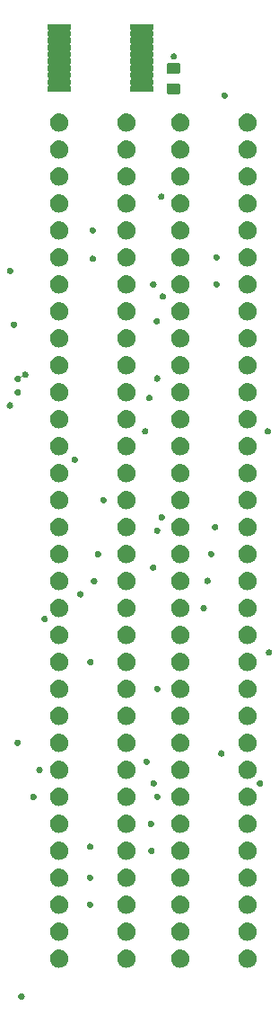
<source format=gbs>
G04 #@! TF.GenerationSoftware,KiCad,Pcbnew,7.0.8*
G04 #@! TF.CreationDate,2023-12-16T13:01:39-05:00*
G04 #@! TF.ProjectId,genesis-umd,67656e65-7369-4732-9d75-6d642e6b6963,3.0*
G04 #@! TF.SameCoordinates,Original*
G04 #@! TF.FileFunction,Soldermask,Bot*
G04 #@! TF.FilePolarity,Negative*
%FSLAX46Y46*%
G04 Gerber Fmt 4.6, Leading zero omitted, Abs format (unit mm)*
G04 Created by KiCad (PCBNEW 7.0.8) date 2023-12-16 13:01:39*
%MOMM*%
%LPD*%
G01*
G04 APERTURE LIST*
G04 APERTURE END LIST*
G36*
X132378097Y-148035634D02*
G01*
X132386963Y-148035634D01*
X132423965Y-148049101D01*
X132460167Y-148059731D01*
X132469304Y-148065603D01*
X132486500Y-148071862D01*
X132510897Y-148092334D01*
X132532890Y-148106468D01*
X132546605Y-148122296D01*
X132567644Y-148139950D01*
X132579107Y-148159805D01*
X132589500Y-148171799D01*
X132602627Y-148200543D01*
X132620606Y-148231684D01*
X132622969Y-148245086D01*
X132625411Y-148250433D01*
X132632032Y-148296488D01*
X132639000Y-148336000D01*
X132632032Y-148375513D01*
X132625411Y-148421566D01*
X132622969Y-148426912D01*
X132620606Y-148440316D01*
X132602624Y-148471460D01*
X132589500Y-148500200D01*
X132579109Y-148512191D01*
X132567644Y-148532050D01*
X132546602Y-148549705D01*
X132532890Y-148565531D01*
X132510903Y-148579661D01*
X132486500Y-148600138D01*
X132469301Y-148606397D01*
X132460167Y-148612268D01*
X132423973Y-148622895D01*
X132386963Y-148636366D01*
X132378097Y-148636366D01*
X132377222Y-148636623D01*
X132290778Y-148636623D01*
X132289903Y-148636366D01*
X132281037Y-148636366D01*
X132244028Y-148622896D01*
X132207832Y-148612268D01*
X132198696Y-148606396D01*
X132181500Y-148600138D01*
X132157100Y-148579664D01*
X132135109Y-148565531D01*
X132121393Y-148549702D01*
X132100356Y-148532050D01*
X132088892Y-148512195D01*
X132078499Y-148500200D01*
X132065370Y-148471452D01*
X132047394Y-148440316D01*
X132045031Y-148426915D01*
X132042588Y-148421566D01*
X132035961Y-148375482D01*
X132029000Y-148336000D01*
X132035961Y-148296519D01*
X132042588Y-148250433D01*
X132045031Y-148245082D01*
X132047394Y-148231684D01*
X132065368Y-148200551D01*
X132078499Y-148171799D01*
X132088894Y-148159801D01*
X132100356Y-148139950D01*
X132121390Y-148122300D01*
X132135109Y-148106468D01*
X132157105Y-148092331D01*
X132181500Y-148071862D01*
X132198693Y-148065604D01*
X132207832Y-148059731D01*
X132244036Y-148049100D01*
X132281037Y-148035634D01*
X132289903Y-148035634D01*
X132290778Y-148035377D01*
X132377222Y-148035377D01*
X132378097Y-148035634D01*
G37*
G36*
X135931899Y-143921131D02*
G01*
X135980271Y-143921131D01*
X136022042Y-143930009D01*
X136058359Y-143933587D01*
X136103984Y-143947427D01*
X136156867Y-143958668D01*
X136190707Y-143973734D01*
X136220256Y-143982698D01*
X136267213Y-144007796D01*
X136321800Y-144032100D01*
X136347176Y-144050537D01*
X136369453Y-144062444D01*
X136414896Y-144099739D01*
X136467861Y-144138220D01*
X136485058Y-144157319D01*
X136500229Y-144169770D01*
X136541001Y-144219450D01*
X136588667Y-144272389D01*
X136598679Y-144289731D01*
X136607555Y-144300546D01*
X136640377Y-144361953D01*
X136678938Y-144428742D01*
X136683375Y-144442397D01*
X136687301Y-144449743D01*
X136708949Y-144521108D01*
X136734728Y-144600447D01*
X136735635Y-144609079D01*
X136736412Y-144611640D01*
X136743977Y-144688446D01*
X136753600Y-144780000D01*
X136743976Y-144871561D01*
X136736412Y-144948359D01*
X136735635Y-144950918D01*
X136734728Y-144959553D01*
X136708945Y-145038905D01*
X136687301Y-145110256D01*
X136683375Y-145117599D01*
X136678938Y-145131258D01*
X136640370Y-145198059D01*
X136607555Y-145259453D01*
X136598681Y-145270264D01*
X136588667Y-145287611D01*
X136540991Y-145340559D01*
X136500229Y-145390229D01*
X136485061Y-145402676D01*
X136467861Y-145421780D01*
X136414886Y-145460268D01*
X136369453Y-145497555D01*
X136347181Y-145509459D01*
X136321800Y-145527900D01*
X136267202Y-145552208D01*
X136220256Y-145577301D01*
X136190714Y-145586262D01*
X136156867Y-145601332D01*
X136103973Y-145612574D01*
X136058359Y-145626412D01*
X136022051Y-145629988D01*
X135980271Y-145638869D01*
X135931889Y-145638869D01*
X135890000Y-145642995D01*
X135848111Y-145638869D01*
X135799729Y-145638869D01*
X135757949Y-145629988D01*
X135721640Y-145626412D01*
X135676023Y-145612574D01*
X135623133Y-145601332D01*
X135589287Y-145586263D01*
X135559743Y-145577301D01*
X135512791Y-145552205D01*
X135458200Y-145527900D01*
X135432821Y-145509461D01*
X135410546Y-145497555D01*
X135365105Y-145460262D01*
X135312139Y-145421780D01*
X135294940Y-145402679D01*
X135279770Y-145390229D01*
X135238996Y-145340547D01*
X135191333Y-145287611D01*
X135181320Y-145270268D01*
X135172444Y-145259453D01*
X135139616Y-145198035D01*
X135101062Y-145131258D01*
X135096625Y-145117604D01*
X135092698Y-145110256D01*
X135071039Y-145038858D01*
X135045272Y-144959553D01*
X135044365Y-144950923D01*
X135043587Y-144948359D01*
X135036007Y-144871409D01*
X135026400Y-144780000D01*
X135036006Y-144688598D01*
X135043587Y-144611640D01*
X135044365Y-144609074D01*
X135045272Y-144600447D01*
X135071035Y-144521155D01*
X135092698Y-144449743D01*
X135096626Y-144442393D01*
X135101062Y-144428742D01*
X135139609Y-144361976D01*
X135172444Y-144300546D01*
X135181322Y-144289727D01*
X135191333Y-144272389D01*
X135238987Y-144219462D01*
X135279770Y-144169770D01*
X135294944Y-144157316D01*
X135312139Y-144138220D01*
X135365094Y-144099745D01*
X135410546Y-144062444D01*
X135432826Y-144050535D01*
X135458200Y-144032100D01*
X135512780Y-144007799D01*
X135559743Y-143982698D01*
X135589294Y-143973733D01*
X135623133Y-143958668D01*
X135676012Y-143947428D01*
X135721640Y-143933587D01*
X135757958Y-143930009D01*
X135799729Y-143921131D01*
X135848100Y-143921131D01*
X135890000Y-143917004D01*
X135931899Y-143921131D01*
G37*
G36*
X142281899Y-143921131D02*
G01*
X142330271Y-143921131D01*
X142372042Y-143930009D01*
X142408359Y-143933587D01*
X142453984Y-143947427D01*
X142506867Y-143958668D01*
X142540707Y-143973734D01*
X142570256Y-143982698D01*
X142617213Y-144007796D01*
X142671800Y-144032100D01*
X142697176Y-144050537D01*
X142719453Y-144062444D01*
X142764896Y-144099739D01*
X142817861Y-144138220D01*
X142835058Y-144157319D01*
X142850229Y-144169770D01*
X142891001Y-144219450D01*
X142938667Y-144272389D01*
X142948679Y-144289731D01*
X142957555Y-144300546D01*
X142990377Y-144361953D01*
X143028938Y-144428742D01*
X143033375Y-144442397D01*
X143037301Y-144449743D01*
X143058949Y-144521108D01*
X143084728Y-144600447D01*
X143085635Y-144609079D01*
X143086412Y-144611640D01*
X143093977Y-144688446D01*
X143103600Y-144780000D01*
X143093976Y-144871561D01*
X143086412Y-144948359D01*
X143085635Y-144950918D01*
X143084728Y-144959553D01*
X143058945Y-145038905D01*
X143037301Y-145110256D01*
X143033375Y-145117599D01*
X143028938Y-145131258D01*
X142990370Y-145198059D01*
X142957555Y-145259453D01*
X142948681Y-145270264D01*
X142938667Y-145287611D01*
X142890991Y-145340559D01*
X142850229Y-145390229D01*
X142835061Y-145402676D01*
X142817861Y-145421780D01*
X142764886Y-145460268D01*
X142719453Y-145497555D01*
X142697181Y-145509459D01*
X142671800Y-145527900D01*
X142617202Y-145552208D01*
X142570256Y-145577301D01*
X142540714Y-145586262D01*
X142506867Y-145601332D01*
X142453973Y-145612574D01*
X142408359Y-145626412D01*
X142372051Y-145629988D01*
X142330271Y-145638869D01*
X142281889Y-145638869D01*
X142240000Y-145642995D01*
X142198111Y-145638869D01*
X142149729Y-145638869D01*
X142107949Y-145629988D01*
X142071640Y-145626412D01*
X142026023Y-145612574D01*
X141973133Y-145601332D01*
X141939287Y-145586263D01*
X141909743Y-145577301D01*
X141862791Y-145552205D01*
X141808200Y-145527900D01*
X141782821Y-145509461D01*
X141760546Y-145497555D01*
X141715105Y-145460262D01*
X141662139Y-145421780D01*
X141644940Y-145402679D01*
X141629770Y-145390229D01*
X141588996Y-145340547D01*
X141541333Y-145287611D01*
X141531320Y-145270268D01*
X141522444Y-145259453D01*
X141489616Y-145198035D01*
X141451062Y-145131258D01*
X141446625Y-145117604D01*
X141442698Y-145110256D01*
X141421039Y-145038858D01*
X141395272Y-144959553D01*
X141394365Y-144950923D01*
X141393587Y-144948359D01*
X141386007Y-144871409D01*
X141376400Y-144780000D01*
X141386006Y-144688598D01*
X141393587Y-144611640D01*
X141394365Y-144609074D01*
X141395272Y-144600447D01*
X141421035Y-144521155D01*
X141442698Y-144449743D01*
X141446626Y-144442393D01*
X141451062Y-144428742D01*
X141489609Y-144361976D01*
X141522444Y-144300546D01*
X141531322Y-144289727D01*
X141541333Y-144272389D01*
X141588987Y-144219462D01*
X141629770Y-144169770D01*
X141644944Y-144157316D01*
X141662139Y-144138220D01*
X141715094Y-144099745D01*
X141760546Y-144062444D01*
X141782826Y-144050535D01*
X141808200Y-144032100D01*
X141862780Y-144007799D01*
X141909743Y-143982698D01*
X141939294Y-143973733D01*
X141973133Y-143958668D01*
X142026012Y-143947428D01*
X142071640Y-143933587D01*
X142107958Y-143930009D01*
X142149729Y-143921131D01*
X142198100Y-143921131D01*
X142240000Y-143917004D01*
X142281899Y-143921131D01*
G37*
G36*
X147361899Y-143921131D02*
G01*
X147410271Y-143921131D01*
X147452042Y-143930009D01*
X147488359Y-143933587D01*
X147533984Y-143947427D01*
X147586867Y-143958668D01*
X147620707Y-143973734D01*
X147650256Y-143982698D01*
X147697213Y-144007796D01*
X147751800Y-144032100D01*
X147777176Y-144050537D01*
X147799453Y-144062444D01*
X147844896Y-144099739D01*
X147897861Y-144138220D01*
X147915058Y-144157319D01*
X147930229Y-144169770D01*
X147971001Y-144219450D01*
X148018667Y-144272389D01*
X148028679Y-144289731D01*
X148037555Y-144300546D01*
X148070377Y-144361953D01*
X148108938Y-144428742D01*
X148113375Y-144442397D01*
X148117301Y-144449743D01*
X148138949Y-144521108D01*
X148164728Y-144600447D01*
X148165635Y-144609079D01*
X148166412Y-144611640D01*
X148173977Y-144688446D01*
X148183600Y-144780000D01*
X148173976Y-144871561D01*
X148166412Y-144948359D01*
X148165635Y-144950918D01*
X148164728Y-144959553D01*
X148138945Y-145038905D01*
X148117301Y-145110256D01*
X148113375Y-145117599D01*
X148108938Y-145131258D01*
X148070370Y-145198059D01*
X148037555Y-145259453D01*
X148028681Y-145270264D01*
X148018667Y-145287611D01*
X147970991Y-145340559D01*
X147930229Y-145390229D01*
X147915061Y-145402676D01*
X147897861Y-145421780D01*
X147844886Y-145460268D01*
X147799453Y-145497555D01*
X147777181Y-145509459D01*
X147751800Y-145527900D01*
X147697202Y-145552208D01*
X147650256Y-145577301D01*
X147620714Y-145586262D01*
X147586867Y-145601332D01*
X147533973Y-145612574D01*
X147488359Y-145626412D01*
X147452051Y-145629988D01*
X147410271Y-145638869D01*
X147361889Y-145638869D01*
X147320000Y-145642995D01*
X147278111Y-145638869D01*
X147229729Y-145638869D01*
X147187949Y-145629988D01*
X147151640Y-145626412D01*
X147106023Y-145612574D01*
X147053133Y-145601332D01*
X147019287Y-145586263D01*
X146989743Y-145577301D01*
X146942791Y-145552205D01*
X146888200Y-145527900D01*
X146862821Y-145509461D01*
X146840546Y-145497555D01*
X146795105Y-145460262D01*
X146742139Y-145421780D01*
X146724940Y-145402679D01*
X146709770Y-145390229D01*
X146668996Y-145340547D01*
X146621333Y-145287611D01*
X146611320Y-145270268D01*
X146602444Y-145259453D01*
X146569616Y-145198035D01*
X146531062Y-145131258D01*
X146526625Y-145117604D01*
X146522698Y-145110256D01*
X146501039Y-145038858D01*
X146475272Y-144959553D01*
X146474365Y-144950923D01*
X146473587Y-144948359D01*
X146466007Y-144871409D01*
X146456400Y-144780000D01*
X146466006Y-144688598D01*
X146473587Y-144611640D01*
X146474365Y-144609074D01*
X146475272Y-144600447D01*
X146501035Y-144521155D01*
X146522698Y-144449743D01*
X146526626Y-144442393D01*
X146531062Y-144428742D01*
X146569609Y-144361976D01*
X146602444Y-144300546D01*
X146611322Y-144289727D01*
X146621333Y-144272389D01*
X146668987Y-144219462D01*
X146709770Y-144169770D01*
X146724944Y-144157316D01*
X146742139Y-144138220D01*
X146795094Y-144099745D01*
X146840546Y-144062444D01*
X146862826Y-144050535D01*
X146888200Y-144032100D01*
X146942780Y-144007799D01*
X146989743Y-143982698D01*
X147019294Y-143973733D01*
X147053133Y-143958668D01*
X147106012Y-143947428D01*
X147151640Y-143933587D01*
X147187958Y-143930009D01*
X147229729Y-143921131D01*
X147278100Y-143921131D01*
X147320000Y-143917004D01*
X147361899Y-143921131D01*
G37*
G36*
X153711899Y-143921131D02*
G01*
X153760271Y-143921131D01*
X153802042Y-143930009D01*
X153838359Y-143933587D01*
X153883984Y-143947427D01*
X153936867Y-143958668D01*
X153970707Y-143973734D01*
X154000256Y-143982698D01*
X154047213Y-144007796D01*
X154101800Y-144032100D01*
X154127176Y-144050537D01*
X154149453Y-144062444D01*
X154194896Y-144099739D01*
X154247861Y-144138220D01*
X154265058Y-144157319D01*
X154280229Y-144169770D01*
X154321001Y-144219450D01*
X154368667Y-144272389D01*
X154378679Y-144289731D01*
X154387555Y-144300546D01*
X154420377Y-144361953D01*
X154458938Y-144428742D01*
X154463375Y-144442397D01*
X154467301Y-144449743D01*
X154488949Y-144521108D01*
X154514728Y-144600447D01*
X154515635Y-144609079D01*
X154516412Y-144611640D01*
X154523977Y-144688446D01*
X154533600Y-144780000D01*
X154523976Y-144871561D01*
X154516412Y-144948359D01*
X154515635Y-144950918D01*
X154514728Y-144959553D01*
X154488945Y-145038905D01*
X154467301Y-145110256D01*
X154463375Y-145117599D01*
X154458938Y-145131258D01*
X154420370Y-145198059D01*
X154387555Y-145259453D01*
X154378681Y-145270264D01*
X154368667Y-145287611D01*
X154320991Y-145340559D01*
X154280229Y-145390229D01*
X154265061Y-145402676D01*
X154247861Y-145421780D01*
X154194886Y-145460268D01*
X154149453Y-145497555D01*
X154127181Y-145509459D01*
X154101800Y-145527900D01*
X154047202Y-145552208D01*
X154000256Y-145577301D01*
X153970714Y-145586262D01*
X153936867Y-145601332D01*
X153883973Y-145612574D01*
X153838359Y-145626412D01*
X153802051Y-145629988D01*
X153760271Y-145638869D01*
X153711889Y-145638869D01*
X153670000Y-145642995D01*
X153628111Y-145638869D01*
X153579729Y-145638869D01*
X153537949Y-145629988D01*
X153501640Y-145626412D01*
X153456023Y-145612574D01*
X153403133Y-145601332D01*
X153369287Y-145586263D01*
X153339743Y-145577301D01*
X153292791Y-145552205D01*
X153238200Y-145527900D01*
X153212821Y-145509461D01*
X153190546Y-145497555D01*
X153145105Y-145460262D01*
X153092139Y-145421780D01*
X153074940Y-145402679D01*
X153059770Y-145390229D01*
X153018996Y-145340547D01*
X152971333Y-145287611D01*
X152961320Y-145270268D01*
X152952444Y-145259453D01*
X152919616Y-145198035D01*
X152881062Y-145131258D01*
X152876625Y-145117604D01*
X152872698Y-145110256D01*
X152851039Y-145038858D01*
X152825272Y-144959553D01*
X152824365Y-144950923D01*
X152823587Y-144948359D01*
X152816007Y-144871409D01*
X152806400Y-144780000D01*
X152816006Y-144688598D01*
X152823587Y-144611640D01*
X152824365Y-144609074D01*
X152825272Y-144600447D01*
X152851035Y-144521155D01*
X152872698Y-144449743D01*
X152876626Y-144442393D01*
X152881062Y-144428742D01*
X152919609Y-144361976D01*
X152952444Y-144300546D01*
X152961322Y-144289727D01*
X152971333Y-144272389D01*
X153018987Y-144219462D01*
X153059770Y-144169770D01*
X153074944Y-144157316D01*
X153092139Y-144138220D01*
X153145094Y-144099745D01*
X153190546Y-144062444D01*
X153212826Y-144050535D01*
X153238200Y-144032100D01*
X153292780Y-144007799D01*
X153339743Y-143982698D01*
X153369294Y-143973733D01*
X153403133Y-143958668D01*
X153456012Y-143947428D01*
X153501640Y-143933587D01*
X153537958Y-143930009D01*
X153579729Y-143921131D01*
X153628100Y-143921131D01*
X153670000Y-143917004D01*
X153711899Y-143921131D01*
G37*
G36*
X135931899Y-141381131D02*
G01*
X135980271Y-141381131D01*
X136022042Y-141390009D01*
X136058359Y-141393587D01*
X136103984Y-141407427D01*
X136156867Y-141418668D01*
X136190707Y-141433734D01*
X136220256Y-141442698D01*
X136267213Y-141467796D01*
X136321800Y-141492100D01*
X136347176Y-141510537D01*
X136369453Y-141522444D01*
X136414896Y-141559739D01*
X136467861Y-141598220D01*
X136485058Y-141617319D01*
X136500229Y-141629770D01*
X136541001Y-141679450D01*
X136588667Y-141732389D01*
X136598679Y-141749731D01*
X136607555Y-141760546D01*
X136640377Y-141821953D01*
X136678938Y-141888742D01*
X136683375Y-141902397D01*
X136687301Y-141909743D01*
X136708949Y-141981108D01*
X136734728Y-142060447D01*
X136735635Y-142069079D01*
X136736412Y-142071640D01*
X136743977Y-142148446D01*
X136753600Y-142240000D01*
X136743976Y-142331561D01*
X136736412Y-142408359D01*
X136735635Y-142410918D01*
X136734728Y-142419553D01*
X136708945Y-142498905D01*
X136687301Y-142570256D01*
X136683375Y-142577599D01*
X136678938Y-142591258D01*
X136640370Y-142658059D01*
X136607555Y-142719453D01*
X136598681Y-142730264D01*
X136588667Y-142747611D01*
X136540991Y-142800559D01*
X136500229Y-142850229D01*
X136485061Y-142862676D01*
X136467861Y-142881780D01*
X136414886Y-142920268D01*
X136369453Y-142957555D01*
X136347181Y-142969459D01*
X136321800Y-142987900D01*
X136267202Y-143012208D01*
X136220256Y-143037301D01*
X136190714Y-143046262D01*
X136156867Y-143061332D01*
X136103973Y-143072574D01*
X136058359Y-143086412D01*
X136022051Y-143089988D01*
X135980271Y-143098869D01*
X135931889Y-143098869D01*
X135890000Y-143102995D01*
X135848111Y-143098869D01*
X135799729Y-143098869D01*
X135757949Y-143089988D01*
X135721640Y-143086412D01*
X135676023Y-143072574D01*
X135623133Y-143061332D01*
X135589287Y-143046263D01*
X135559743Y-143037301D01*
X135512791Y-143012205D01*
X135458200Y-142987900D01*
X135432821Y-142969461D01*
X135410546Y-142957555D01*
X135365105Y-142920262D01*
X135312139Y-142881780D01*
X135294940Y-142862679D01*
X135279770Y-142850229D01*
X135238996Y-142800547D01*
X135191333Y-142747611D01*
X135181320Y-142730268D01*
X135172444Y-142719453D01*
X135139616Y-142658035D01*
X135101062Y-142591258D01*
X135096625Y-142577604D01*
X135092698Y-142570256D01*
X135071039Y-142498858D01*
X135045272Y-142419553D01*
X135044365Y-142410923D01*
X135043587Y-142408359D01*
X135036007Y-142331409D01*
X135026400Y-142240000D01*
X135036006Y-142148598D01*
X135043587Y-142071640D01*
X135044365Y-142069074D01*
X135045272Y-142060447D01*
X135071035Y-141981155D01*
X135092698Y-141909743D01*
X135096626Y-141902393D01*
X135101062Y-141888742D01*
X135139609Y-141821976D01*
X135172444Y-141760546D01*
X135181322Y-141749727D01*
X135191333Y-141732389D01*
X135238987Y-141679462D01*
X135279770Y-141629770D01*
X135294944Y-141617316D01*
X135312139Y-141598220D01*
X135365094Y-141559745D01*
X135410546Y-141522444D01*
X135432826Y-141510535D01*
X135458200Y-141492100D01*
X135512780Y-141467799D01*
X135559743Y-141442698D01*
X135589294Y-141433733D01*
X135623133Y-141418668D01*
X135676012Y-141407428D01*
X135721640Y-141393587D01*
X135757958Y-141390009D01*
X135799729Y-141381131D01*
X135848100Y-141381131D01*
X135890000Y-141377004D01*
X135931899Y-141381131D01*
G37*
G36*
X142281899Y-141381131D02*
G01*
X142330271Y-141381131D01*
X142372042Y-141390009D01*
X142408359Y-141393587D01*
X142453984Y-141407427D01*
X142506867Y-141418668D01*
X142540707Y-141433734D01*
X142570256Y-141442698D01*
X142617213Y-141467796D01*
X142671800Y-141492100D01*
X142697176Y-141510537D01*
X142719453Y-141522444D01*
X142764896Y-141559739D01*
X142817861Y-141598220D01*
X142835058Y-141617319D01*
X142850229Y-141629770D01*
X142891001Y-141679450D01*
X142938667Y-141732389D01*
X142948679Y-141749731D01*
X142957555Y-141760546D01*
X142990377Y-141821953D01*
X143028938Y-141888742D01*
X143033375Y-141902397D01*
X143037301Y-141909743D01*
X143058949Y-141981108D01*
X143084728Y-142060447D01*
X143085635Y-142069079D01*
X143086412Y-142071640D01*
X143093977Y-142148446D01*
X143103600Y-142240000D01*
X143093976Y-142331561D01*
X143086412Y-142408359D01*
X143085635Y-142410918D01*
X143084728Y-142419553D01*
X143058945Y-142498905D01*
X143037301Y-142570256D01*
X143033375Y-142577599D01*
X143028938Y-142591258D01*
X142990370Y-142658059D01*
X142957555Y-142719453D01*
X142948681Y-142730264D01*
X142938667Y-142747611D01*
X142890991Y-142800559D01*
X142850229Y-142850229D01*
X142835061Y-142862676D01*
X142817861Y-142881780D01*
X142764886Y-142920268D01*
X142719453Y-142957555D01*
X142697181Y-142969459D01*
X142671800Y-142987900D01*
X142617202Y-143012208D01*
X142570256Y-143037301D01*
X142540714Y-143046262D01*
X142506867Y-143061332D01*
X142453973Y-143072574D01*
X142408359Y-143086412D01*
X142372051Y-143089988D01*
X142330271Y-143098869D01*
X142281889Y-143098869D01*
X142240000Y-143102995D01*
X142198111Y-143098869D01*
X142149729Y-143098869D01*
X142107949Y-143089988D01*
X142071640Y-143086412D01*
X142026023Y-143072574D01*
X141973133Y-143061332D01*
X141939287Y-143046263D01*
X141909743Y-143037301D01*
X141862791Y-143012205D01*
X141808200Y-142987900D01*
X141782821Y-142969461D01*
X141760546Y-142957555D01*
X141715105Y-142920262D01*
X141662139Y-142881780D01*
X141644940Y-142862679D01*
X141629770Y-142850229D01*
X141588996Y-142800547D01*
X141541333Y-142747611D01*
X141531320Y-142730268D01*
X141522444Y-142719453D01*
X141489616Y-142658035D01*
X141451062Y-142591258D01*
X141446625Y-142577604D01*
X141442698Y-142570256D01*
X141421039Y-142498858D01*
X141395272Y-142419553D01*
X141394365Y-142410923D01*
X141393587Y-142408359D01*
X141386007Y-142331409D01*
X141376400Y-142240000D01*
X141386006Y-142148598D01*
X141393587Y-142071640D01*
X141394365Y-142069074D01*
X141395272Y-142060447D01*
X141421035Y-141981155D01*
X141442698Y-141909743D01*
X141446626Y-141902393D01*
X141451062Y-141888742D01*
X141489609Y-141821976D01*
X141522444Y-141760546D01*
X141531322Y-141749727D01*
X141541333Y-141732389D01*
X141588987Y-141679462D01*
X141629770Y-141629770D01*
X141644944Y-141617316D01*
X141662139Y-141598220D01*
X141715094Y-141559745D01*
X141760546Y-141522444D01*
X141782826Y-141510535D01*
X141808200Y-141492100D01*
X141862780Y-141467799D01*
X141909743Y-141442698D01*
X141939294Y-141433733D01*
X141973133Y-141418668D01*
X142026012Y-141407428D01*
X142071640Y-141393587D01*
X142107958Y-141390009D01*
X142149729Y-141381131D01*
X142198100Y-141381131D01*
X142240000Y-141377004D01*
X142281899Y-141381131D01*
G37*
G36*
X147361899Y-141381131D02*
G01*
X147410271Y-141381131D01*
X147452042Y-141390009D01*
X147488359Y-141393587D01*
X147533984Y-141407427D01*
X147586867Y-141418668D01*
X147620707Y-141433734D01*
X147650256Y-141442698D01*
X147697213Y-141467796D01*
X147751800Y-141492100D01*
X147777176Y-141510537D01*
X147799453Y-141522444D01*
X147844896Y-141559739D01*
X147897861Y-141598220D01*
X147915058Y-141617319D01*
X147930229Y-141629770D01*
X147971001Y-141679450D01*
X148018667Y-141732389D01*
X148028679Y-141749731D01*
X148037555Y-141760546D01*
X148070377Y-141821953D01*
X148108938Y-141888742D01*
X148113375Y-141902397D01*
X148117301Y-141909743D01*
X148138949Y-141981108D01*
X148164728Y-142060447D01*
X148165635Y-142069079D01*
X148166412Y-142071640D01*
X148173977Y-142148446D01*
X148183600Y-142240000D01*
X148173976Y-142331561D01*
X148166412Y-142408359D01*
X148165635Y-142410918D01*
X148164728Y-142419553D01*
X148138945Y-142498905D01*
X148117301Y-142570256D01*
X148113375Y-142577599D01*
X148108938Y-142591258D01*
X148070370Y-142658059D01*
X148037555Y-142719453D01*
X148028681Y-142730264D01*
X148018667Y-142747611D01*
X147970991Y-142800559D01*
X147930229Y-142850229D01*
X147915061Y-142862676D01*
X147897861Y-142881780D01*
X147844886Y-142920268D01*
X147799453Y-142957555D01*
X147777181Y-142969459D01*
X147751800Y-142987900D01*
X147697202Y-143012208D01*
X147650256Y-143037301D01*
X147620714Y-143046262D01*
X147586867Y-143061332D01*
X147533973Y-143072574D01*
X147488359Y-143086412D01*
X147452051Y-143089988D01*
X147410271Y-143098869D01*
X147361889Y-143098869D01*
X147320000Y-143102995D01*
X147278111Y-143098869D01*
X147229729Y-143098869D01*
X147187949Y-143089988D01*
X147151640Y-143086412D01*
X147106023Y-143072574D01*
X147053133Y-143061332D01*
X147019287Y-143046263D01*
X146989743Y-143037301D01*
X146942791Y-143012205D01*
X146888200Y-142987900D01*
X146862821Y-142969461D01*
X146840546Y-142957555D01*
X146795105Y-142920262D01*
X146742139Y-142881780D01*
X146724940Y-142862679D01*
X146709770Y-142850229D01*
X146668996Y-142800547D01*
X146621333Y-142747611D01*
X146611320Y-142730268D01*
X146602444Y-142719453D01*
X146569616Y-142658035D01*
X146531062Y-142591258D01*
X146526625Y-142577604D01*
X146522698Y-142570256D01*
X146501039Y-142498858D01*
X146475272Y-142419553D01*
X146474365Y-142410923D01*
X146473587Y-142408359D01*
X146466007Y-142331409D01*
X146456400Y-142240000D01*
X146466006Y-142148598D01*
X146473587Y-142071640D01*
X146474365Y-142069074D01*
X146475272Y-142060447D01*
X146501035Y-141981155D01*
X146522698Y-141909743D01*
X146526626Y-141902393D01*
X146531062Y-141888742D01*
X146569609Y-141821976D01*
X146602444Y-141760546D01*
X146611322Y-141749727D01*
X146621333Y-141732389D01*
X146668987Y-141679462D01*
X146709770Y-141629770D01*
X146724944Y-141617316D01*
X146742139Y-141598220D01*
X146795094Y-141559745D01*
X146840546Y-141522444D01*
X146862826Y-141510535D01*
X146888200Y-141492100D01*
X146942780Y-141467799D01*
X146989743Y-141442698D01*
X147019294Y-141433733D01*
X147053133Y-141418668D01*
X147106012Y-141407428D01*
X147151640Y-141393587D01*
X147187958Y-141390009D01*
X147229729Y-141381131D01*
X147278100Y-141381131D01*
X147320000Y-141377004D01*
X147361899Y-141381131D01*
G37*
G36*
X153711899Y-141381131D02*
G01*
X153760271Y-141381131D01*
X153802042Y-141390009D01*
X153838359Y-141393587D01*
X153883984Y-141407427D01*
X153936867Y-141418668D01*
X153970707Y-141433734D01*
X154000256Y-141442698D01*
X154047213Y-141467796D01*
X154101800Y-141492100D01*
X154127176Y-141510537D01*
X154149453Y-141522444D01*
X154194896Y-141559739D01*
X154247861Y-141598220D01*
X154265058Y-141617319D01*
X154280229Y-141629770D01*
X154321001Y-141679450D01*
X154368667Y-141732389D01*
X154378679Y-141749731D01*
X154387555Y-141760546D01*
X154420377Y-141821953D01*
X154458938Y-141888742D01*
X154463375Y-141902397D01*
X154467301Y-141909743D01*
X154488949Y-141981108D01*
X154514728Y-142060447D01*
X154515635Y-142069079D01*
X154516412Y-142071640D01*
X154523977Y-142148446D01*
X154533600Y-142240000D01*
X154523976Y-142331561D01*
X154516412Y-142408359D01*
X154515635Y-142410918D01*
X154514728Y-142419553D01*
X154488945Y-142498905D01*
X154467301Y-142570256D01*
X154463375Y-142577599D01*
X154458938Y-142591258D01*
X154420370Y-142658059D01*
X154387555Y-142719453D01*
X154378681Y-142730264D01*
X154368667Y-142747611D01*
X154320991Y-142800559D01*
X154280229Y-142850229D01*
X154265061Y-142862676D01*
X154247861Y-142881780D01*
X154194886Y-142920268D01*
X154149453Y-142957555D01*
X154127181Y-142969459D01*
X154101800Y-142987900D01*
X154047202Y-143012208D01*
X154000256Y-143037301D01*
X153970714Y-143046262D01*
X153936867Y-143061332D01*
X153883973Y-143072574D01*
X153838359Y-143086412D01*
X153802051Y-143089988D01*
X153760271Y-143098869D01*
X153711889Y-143098869D01*
X153670000Y-143102995D01*
X153628111Y-143098869D01*
X153579729Y-143098869D01*
X153537949Y-143089988D01*
X153501640Y-143086412D01*
X153456023Y-143072574D01*
X153403133Y-143061332D01*
X153369287Y-143046263D01*
X153339743Y-143037301D01*
X153292791Y-143012205D01*
X153238200Y-142987900D01*
X153212821Y-142969461D01*
X153190546Y-142957555D01*
X153145105Y-142920262D01*
X153092139Y-142881780D01*
X153074940Y-142862679D01*
X153059770Y-142850229D01*
X153018996Y-142800547D01*
X152971333Y-142747611D01*
X152961320Y-142730268D01*
X152952444Y-142719453D01*
X152919616Y-142658035D01*
X152881062Y-142591258D01*
X152876625Y-142577604D01*
X152872698Y-142570256D01*
X152851039Y-142498858D01*
X152825272Y-142419553D01*
X152824365Y-142410923D01*
X152823587Y-142408359D01*
X152816007Y-142331409D01*
X152806400Y-142240000D01*
X152816006Y-142148598D01*
X152823587Y-142071640D01*
X152824365Y-142069074D01*
X152825272Y-142060447D01*
X152851035Y-141981155D01*
X152872698Y-141909743D01*
X152876626Y-141902393D01*
X152881062Y-141888742D01*
X152919609Y-141821976D01*
X152952444Y-141760546D01*
X152961322Y-141749727D01*
X152971333Y-141732389D01*
X153018987Y-141679462D01*
X153059770Y-141629770D01*
X153074944Y-141617316D01*
X153092139Y-141598220D01*
X153145094Y-141559745D01*
X153190546Y-141522444D01*
X153212826Y-141510535D01*
X153238200Y-141492100D01*
X153292780Y-141467799D01*
X153339743Y-141442698D01*
X153369294Y-141433733D01*
X153403133Y-141418668D01*
X153456012Y-141407428D01*
X153501640Y-141393587D01*
X153537958Y-141390009D01*
X153579729Y-141381131D01*
X153628100Y-141381131D01*
X153670000Y-141377004D01*
X153711899Y-141381131D01*
G37*
G36*
X135931899Y-138841131D02*
G01*
X135980271Y-138841131D01*
X136022042Y-138850009D01*
X136058359Y-138853587D01*
X136103984Y-138867427D01*
X136156867Y-138878668D01*
X136190707Y-138893734D01*
X136220256Y-138902698D01*
X136267213Y-138927796D01*
X136321800Y-138952100D01*
X136347176Y-138970537D01*
X136369453Y-138982444D01*
X136414896Y-139019739D01*
X136467861Y-139058220D01*
X136485058Y-139077319D01*
X136500229Y-139089770D01*
X136541001Y-139139450D01*
X136588667Y-139192389D01*
X136598679Y-139209731D01*
X136607555Y-139220546D01*
X136640377Y-139281953D01*
X136678938Y-139348742D01*
X136683375Y-139362397D01*
X136687301Y-139369743D01*
X136708949Y-139441108D01*
X136734728Y-139520447D01*
X136735635Y-139529079D01*
X136736412Y-139531640D01*
X136743977Y-139608446D01*
X136753600Y-139700000D01*
X136743976Y-139791561D01*
X136736412Y-139868359D01*
X136735635Y-139870918D01*
X136734728Y-139879553D01*
X136708945Y-139958905D01*
X136687301Y-140030256D01*
X136683375Y-140037599D01*
X136678938Y-140051258D01*
X136640370Y-140118059D01*
X136607555Y-140179453D01*
X136598681Y-140190264D01*
X136588667Y-140207611D01*
X136540991Y-140260559D01*
X136500229Y-140310229D01*
X136485061Y-140322676D01*
X136467861Y-140341780D01*
X136414886Y-140380268D01*
X136369453Y-140417555D01*
X136347181Y-140429459D01*
X136321800Y-140447900D01*
X136267202Y-140472208D01*
X136220256Y-140497301D01*
X136190714Y-140506262D01*
X136156867Y-140521332D01*
X136103973Y-140532574D01*
X136058359Y-140546412D01*
X136022051Y-140549988D01*
X135980271Y-140558869D01*
X135931889Y-140558869D01*
X135890000Y-140562995D01*
X135848111Y-140558869D01*
X135799729Y-140558869D01*
X135757949Y-140549988D01*
X135721640Y-140546412D01*
X135676023Y-140532574D01*
X135623133Y-140521332D01*
X135589287Y-140506263D01*
X135559743Y-140497301D01*
X135512791Y-140472205D01*
X135458200Y-140447900D01*
X135432821Y-140429461D01*
X135410546Y-140417555D01*
X135365105Y-140380262D01*
X135312139Y-140341780D01*
X135294940Y-140322679D01*
X135279770Y-140310229D01*
X135238996Y-140260547D01*
X135191333Y-140207611D01*
X135181320Y-140190268D01*
X135172444Y-140179453D01*
X135139616Y-140118035D01*
X135101062Y-140051258D01*
X135096625Y-140037604D01*
X135092698Y-140030256D01*
X135071039Y-139958858D01*
X135045272Y-139879553D01*
X135044365Y-139870923D01*
X135043587Y-139868359D01*
X135036007Y-139791409D01*
X135026400Y-139700000D01*
X135036006Y-139608598D01*
X135043587Y-139531640D01*
X135044365Y-139529074D01*
X135045272Y-139520447D01*
X135071035Y-139441155D01*
X135092698Y-139369743D01*
X135096626Y-139362393D01*
X135101062Y-139348742D01*
X135139609Y-139281976D01*
X135172444Y-139220546D01*
X135181322Y-139209727D01*
X135191333Y-139192389D01*
X135238987Y-139139462D01*
X135279770Y-139089770D01*
X135294944Y-139077316D01*
X135312139Y-139058220D01*
X135365094Y-139019745D01*
X135410546Y-138982444D01*
X135432826Y-138970535D01*
X135458200Y-138952100D01*
X135512780Y-138927799D01*
X135559743Y-138902698D01*
X135589294Y-138893733D01*
X135623133Y-138878668D01*
X135676012Y-138867428D01*
X135721640Y-138853587D01*
X135757958Y-138850009D01*
X135799729Y-138841131D01*
X135848100Y-138841131D01*
X135890000Y-138837004D01*
X135931899Y-138841131D01*
G37*
G36*
X142281899Y-138841131D02*
G01*
X142330271Y-138841131D01*
X142372042Y-138850009D01*
X142408359Y-138853587D01*
X142453984Y-138867427D01*
X142506867Y-138878668D01*
X142540707Y-138893734D01*
X142570256Y-138902698D01*
X142617213Y-138927796D01*
X142671800Y-138952100D01*
X142697176Y-138970537D01*
X142719453Y-138982444D01*
X142764896Y-139019739D01*
X142817861Y-139058220D01*
X142835058Y-139077319D01*
X142850229Y-139089770D01*
X142891001Y-139139450D01*
X142938667Y-139192389D01*
X142948679Y-139209731D01*
X142957555Y-139220546D01*
X142990377Y-139281953D01*
X143028938Y-139348742D01*
X143033375Y-139362397D01*
X143037301Y-139369743D01*
X143058949Y-139441108D01*
X143084728Y-139520447D01*
X143085635Y-139529079D01*
X143086412Y-139531640D01*
X143093977Y-139608446D01*
X143103600Y-139700000D01*
X143093976Y-139791561D01*
X143086412Y-139868359D01*
X143085635Y-139870918D01*
X143084728Y-139879553D01*
X143058945Y-139958905D01*
X143037301Y-140030256D01*
X143033375Y-140037599D01*
X143028938Y-140051258D01*
X142990370Y-140118059D01*
X142957555Y-140179453D01*
X142948681Y-140190264D01*
X142938667Y-140207611D01*
X142890991Y-140260559D01*
X142850229Y-140310229D01*
X142835061Y-140322676D01*
X142817861Y-140341780D01*
X142764886Y-140380268D01*
X142719453Y-140417555D01*
X142697181Y-140429459D01*
X142671800Y-140447900D01*
X142617202Y-140472208D01*
X142570256Y-140497301D01*
X142540714Y-140506262D01*
X142506867Y-140521332D01*
X142453973Y-140532574D01*
X142408359Y-140546412D01*
X142372051Y-140549988D01*
X142330271Y-140558869D01*
X142281889Y-140558869D01*
X142240000Y-140562995D01*
X142198111Y-140558869D01*
X142149729Y-140558869D01*
X142107949Y-140549988D01*
X142071640Y-140546412D01*
X142026023Y-140532574D01*
X141973133Y-140521332D01*
X141939287Y-140506263D01*
X141909743Y-140497301D01*
X141862791Y-140472205D01*
X141808200Y-140447900D01*
X141782821Y-140429461D01*
X141760546Y-140417555D01*
X141715105Y-140380262D01*
X141662139Y-140341780D01*
X141644940Y-140322679D01*
X141629770Y-140310229D01*
X141588996Y-140260547D01*
X141541333Y-140207611D01*
X141531320Y-140190268D01*
X141522444Y-140179453D01*
X141489616Y-140118035D01*
X141451062Y-140051258D01*
X141446625Y-140037604D01*
X141442698Y-140030256D01*
X141421039Y-139958858D01*
X141395272Y-139879553D01*
X141394365Y-139870923D01*
X141393587Y-139868359D01*
X141386007Y-139791409D01*
X141376400Y-139700000D01*
X141386006Y-139608598D01*
X141393587Y-139531640D01*
X141394365Y-139529074D01*
X141395272Y-139520447D01*
X141421035Y-139441155D01*
X141442698Y-139369743D01*
X141446626Y-139362393D01*
X141451062Y-139348742D01*
X141489609Y-139281976D01*
X141522444Y-139220546D01*
X141531322Y-139209727D01*
X141541333Y-139192389D01*
X141588987Y-139139462D01*
X141629770Y-139089770D01*
X141644944Y-139077316D01*
X141662139Y-139058220D01*
X141715094Y-139019745D01*
X141760546Y-138982444D01*
X141782826Y-138970535D01*
X141808200Y-138952100D01*
X141862780Y-138927799D01*
X141909743Y-138902698D01*
X141939294Y-138893733D01*
X141973133Y-138878668D01*
X142026012Y-138867428D01*
X142071640Y-138853587D01*
X142107958Y-138850009D01*
X142149729Y-138841131D01*
X142198100Y-138841131D01*
X142240000Y-138837004D01*
X142281899Y-138841131D01*
G37*
G36*
X147361899Y-138841131D02*
G01*
X147410271Y-138841131D01*
X147452042Y-138850009D01*
X147488359Y-138853587D01*
X147533984Y-138867427D01*
X147586867Y-138878668D01*
X147620707Y-138893734D01*
X147650256Y-138902698D01*
X147697213Y-138927796D01*
X147751800Y-138952100D01*
X147777176Y-138970537D01*
X147799453Y-138982444D01*
X147844896Y-139019739D01*
X147897861Y-139058220D01*
X147915058Y-139077319D01*
X147930229Y-139089770D01*
X147971001Y-139139450D01*
X148018667Y-139192389D01*
X148028679Y-139209731D01*
X148037555Y-139220546D01*
X148070377Y-139281953D01*
X148108938Y-139348742D01*
X148113375Y-139362397D01*
X148117301Y-139369743D01*
X148138949Y-139441108D01*
X148164728Y-139520447D01*
X148165635Y-139529079D01*
X148166412Y-139531640D01*
X148173977Y-139608446D01*
X148183600Y-139700000D01*
X148173976Y-139791561D01*
X148166412Y-139868359D01*
X148165635Y-139870918D01*
X148164728Y-139879553D01*
X148138945Y-139958905D01*
X148117301Y-140030256D01*
X148113375Y-140037599D01*
X148108938Y-140051258D01*
X148070370Y-140118059D01*
X148037555Y-140179453D01*
X148028681Y-140190264D01*
X148018667Y-140207611D01*
X147970991Y-140260559D01*
X147930229Y-140310229D01*
X147915061Y-140322676D01*
X147897861Y-140341780D01*
X147844886Y-140380268D01*
X147799453Y-140417555D01*
X147777181Y-140429459D01*
X147751800Y-140447900D01*
X147697202Y-140472208D01*
X147650256Y-140497301D01*
X147620714Y-140506262D01*
X147586867Y-140521332D01*
X147533973Y-140532574D01*
X147488359Y-140546412D01*
X147452051Y-140549988D01*
X147410271Y-140558869D01*
X147361889Y-140558869D01*
X147320000Y-140562995D01*
X147278111Y-140558869D01*
X147229729Y-140558869D01*
X147187949Y-140549988D01*
X147151640Y-140546412D01*
X147106023Y-140532574D01*
X147053133Y-140521332D01*
X147019287Y-140506263D01*
X146989743Y-140497301D01*
X146942791Y-140472205D01*
X146888200Y-140447900D01*
X146862821Y-140429461D01*
X146840546Y-140417555D01*
X146795105Y-140380262D01*
X146742139Y-140341780D01*
X146724940Y-140322679D01*
X146709770Y-140310229D01*
X146668996Y-140260547D01*
X146621333Y-140207611D01*
X146611320Y-140190268D01*
X146602444Y-140179453D01*
X146569616Y-140118035D01*
X146531062Y-140051258D01*
X146526625Y-140037604D01*
X146522698Y-140030256D01*
X146501039Y-139958858D01*
X146475272Y-139879553D01*
X146474365Y-139870923D01*
X146473587Y-139868359D01*
X146466007Y-139791409D01*
X146456400Y-139700000D01*
X146466006Y-139608598D01*
X146473587Y-139531640D01*
X146474365Y-139529074D01*
X146475272Y-139520447D01*
X146501035Y-139441155D01*
X146522698Y-139369743D01*
X146526626Y-139362393D01*
X146531062Y-139348742D01*
X146569609Y-139281976D01*
X146602444Y-139220546D01*
X146611322Y-139209727D01*
X146621333Y-139192389D01*
X146668987Y-139139462D01*
X146709770Y-139089770D01*
X146724944Y-139077316D01*
X146742139Y-139058220D01*
X146795094Y-139019745D01*
X146840546Y-138982444D01*
X146862826Y-138970535D01*
X146888200Y-138952100D01*
X146942780Y-138927799D01*
X146989743Y-138902698D01*
X147019294Y-138893733D01*
X147053133Y-138878668D01*
X147106012Y-138867428D01*
X147151640Y-138853587D01*
X147187958Y-138850009D01*
X147229729Y-138841131D01*
X147278100Y-138841131D01*
X147320000Y-138837004D01*
X147361899Y-138841131D01*
G37*
G36*
X153711899Y-138841131D02*
G01*
X153760271Y-138841131D01*
X153802042Y-138850009D01*
X153838359Y-138853587D01*
X153883984Y-138867427D01*
X153936867Y-138878668D01*
X153970707Y-138893734D01*
X154000256Y-138902698D01*
X154047213Y-138927796D01*
X154101800Y-138952100D01*
X154127176Y-138970537D01*
X154149453Y-138982444D01*
X154194896Y-139019739D01*
X154247861Y-139058220D01*
X154265058Y-139077319D01*
X154280229Y-139089770D01*
X154321001Y-139139450D01*
X154368667Y-139192389D01*
X154378679Y-139209731D01*
X154387555Y-139220546D01*
X154420377Y-139281953D01*
X154458938Y-139348742D01*
X154463375Y-139362397D01*
X154467301Y-139369743D01*
X154488949Y-139441108D01*
X154514728Y-139520447D01*
X154515635Y-139529079D01*
X154516412Y-139531640D01*
X154523977Y-139608446D01*
X154533600Y-139700000D01*
X154523976Y-139791561D01*
X154516412Y-139868359D01*
X154515635Y-139870918D01*
X154514728Y-139879553D01*
X154488945Y-139958905D01*
X154467301Y-140030256D01*
X154463375Y-140037599D01*
X154458938Y-140051258D01*
X154420370Y-140118059D01*
X154387555Y-140179453D01*
X154378681Y-140190264D01*
X154368667Y-140207611D01*
X154320991Y-140260559D01*
X154280229Y-140310229D01*
X154265061Y-140322676D01*
X154247861Y-140341780D01*
X154194886Y-140380268D01*
X154149453Y-140417555D01*
X154127181Y-140429459D01*
X154101800Y-140447900D01*
X154047202Y-140472208D01*
X154000256Y-140497301D01*
X153970714Y-140506262D01*
X153936867Y-140521332D01*
X153883973Y-140532574D01*
X153838359Y-140546412D01*
X153802051Y-140549988D01*
X153760271Y-140558869D01*
X153711889Y-140558869D01*
X153670000Y-140562995D01*
X153628111Y-140558869D01*
X153579729Y-140558869D01*
X153537949Y-140549988D01*
X153501640Y-140546412D01*
X153456023Y-140532574D01*
X153403133Y-140521332D01*
X153369287Y-140506263D01*
X153339743Y-140497301D01*
X153292791Y-140472205D01*
X153238200Y-140447900D01*
X153212821Y-140429461D01*
X153190546Y-140417555D01*
X153145105Y-140380262D01*
X153092139Y-140341780D01*
X153074940Y-140322679D01*
X153059770Y-140310229D01*
X153018996Y-140260547D01*
X152971333Y-140207611D01*
X152961320Y-140190268D01*
X152952444Y-140179453D01*
X152919616Y-140118035D01*
X152881062Y-140051258D01*
X152876625Y-140037604D01*
X152872698Y-140030256D01*
X152851039Y-139958858D01*
X152825272Y-139879553D01*
X152824365Y-139870923D01*
X152823587Y-139868359D01*
X152816007Y-139791409D01*
X152806400Y-139700000D01*
X152816006Y-139608598D01*
X152823587Y-139531640D01*
X152824365Y-139529074D01*
X152825272Y-139520447D01*
X152851035Y-139441155D01*
X152872698Y-139369743D01*
X152876626Y-139362393D01*
X152881062Y-139348742D01*
X152919609Y-139281976D01*
X152952444Y-139220546D01*
X152961322Y-139209727D01*
X152971333Y-139192389D01*
X153018987Y-139139462D01*
X153059770Y-139089770D01*
X153074944Y-139077316D01*
X153092139Y-139058220D01*
X153145094Y-139019745D01*
X153190546Y-138982444D01*
X153212826Y-138970535D01*
X153238200Y-138952100D01*
X153292780Y-138927799D01*
X153339743Y-138902698D01*
X153369294Y-138893733D01*
X153403133Y-138878668D01*
X153456012Y-138867428D01*
X153501640Y-138853587D01*
X153537958Y-138850009D01*
X153579729Y-138841131D01*
X153628100Y-138841131D01*
X153670000Y-138837004D01*
X153711899Y-138841131D01*
G37*
G36*
X138855097Y-139399634D02*
G01*
X138863963Y-139399634D01*
X138900965Y-139413101D01*
X138937167Y-139423731D01*
X138946304Y-139429603D01*
X138963500Y-139435862D01*
X138987897Y-139456334D01*
X139009890Y-139470468D01*
X139023605Y-139486296D01*
X139044644Y-139503950D01*
X139056107Y-139523805D01*
X139066500Y-139535799D01*
X139079627Y-139564543D01*
X139097606Y-139595684D01*
X139099969Y-139609086D01*
X139102411Y-139614433D01*
X139109032Y-139660488D01*
X139116000Y-139700000D01*
X139109032Y-139739513D01*
X139102411Y-139785566D01*
X139099969Y-139790912D01*
X139097606Y-139804316D01*
X139079624Y-139835460D01*
X139066500Y-139864200D01*
X139056109Y-139876191D01*
X139044644Y-139896050D01*
X139023602Y-139913705D01*
X139009890Y-139929531D01*
X138987903Y-139943661D01*
X138963500Y-139964138D01*
X138946301Y-139970397D01*
X138937167Y-139976268D01*
X138900973Y-139986895D01*
X138863963Y-140000366D01*
X138855097Y-140000366D01*
X138854222Y-140000623D01*
X138767778Y-140000623D01*
X138766903Y-140000366D01*
X138758037Y-140000366D01*
X138721028Y-139986896D01*
X138684832Y-139976268D01*
X138675696Y-139970396D01*
X138658500Y-139964138D01*
X138634100Y-139943664D01*
X138612109Y-139929531D01*
X138598393Y-139913702D01*
X138577356Y-139896050D01*
X138565892Y-139876195D01*
X138555499Y-139864200D01*
X138542370Y-139835452D01*
X138524394Y-139804316D01*
X138522031Y-139790915D01*
X138519588Y-139785566D01*
X138512961Y-139739482D01*
X138506000Y-139700000D01*
X138512961Y-139660519D01*
X138519588Y-139614433D01*
X138522031Y-139609082D01*
X138524394Y-139595684D01*
X138542368Y-139564551D01*
X138555499Y-139535799D01*
X138565894Y-139523801D01*
X138577356Y-139503950D01*
X138598390Y-139486300D01*
X138612109Y-139470468D01*
X138634105Y-139456331D01*
X138658500Y-139435862D01*
X138675693Y-139429604D01*
X138684832Y-139423731D01*
X138721036Y-139413100D01*
X138758037Y-139399634D01*
X138766903Y-139399634D01*
X138767778Y-139399377D01*
X138854222Y-139399377D01*
X138855097Y-139399634D01*
G37*
G36*
X135931899Y-136301131D02*
G01*
X135980271Y-136301131D01*
X136022042Y-136310009D01*
X136058359Y-136313587D01*
X136103984Y-136327427D01*
X136156867Y-136338668D01*
X136190707Y-136353734D01*
X136220256Y-136362698D01*
X136267213Y-136387796D01*
X136321800Y-136412100D01*
X136347176Y-136430537D01*
X136369453Y-136442444D01*
X136414896Y-136479739D01*
X136467861Y-136518220D01*
X136485058Y-136537319D01*
X136500229Y-136549770D01*
X136541001Y-136599450D01*
X136588667Y-136652389D01*
X136598679Y-136669731D01*
X136607555Y-136680546D01*
X136640377Y-136741953D01*
X136678938Y-136808742D01*
X136683375Y-136822397D01*
X136687301Y-136829743D01*
X136708949Y-136901108D01*
X136734728Y-136980447D01*
X136735635Y-136989079D01*
X136736412Y-136991640D01*
X136743977Y-137068446D01*
X136753600Y-137160000D01*
X136743976Y-137251561D01*
X136736412Y-137328359D01*
X136735635Y-137330918D01*
X136734728Y-137339553D01*
X136708945Y-137418905D01*
X136687301Y-137490256D01*
X136683375Y-137497599D01*
X136678938Y-137511258D01*
X136640370Y-137578059D01*
X136607555Y-137639453D01*
X136598681Y-137650264D01*
X136588667Y-137667611D01*
X136540991Y-137720559D01*
X136500229Y-137770229D01*
X136485061Y-137782676D01*
X136467861Y-137801780D01*
X136414886Y-137840268D01*
X136369453Y-137877555D01*
X136347181Y-137889459D01*
X136321800Y-137907900D01*
X136267202Y-137932208D01*
X136220256Y-137957301D01*
X136190714Y-137966262D01*
X136156867Y-137981332D01*
X136103973Y-137992574D01*
X136058359Y-138006412D01*
X136022051Y-138009988D01*
X135980271Y-138018869D01*
X135931889Y-138018869D01*
X135890000Y-138022995D01*
X135848111Y-138018869D01*
X135799729Y-138018869D01*
X135757949Y-138009988D01*
X135721640Y-138006412D01*
X135676023Y-137992574D01*
X135623133Y-137981332D01*
X135589287Y-137966263D01*
X135559743Y-137957301D01*
X135512791Y-137932205D01*
X135458200Y-137907900D01*
X135432821Y-137889461D01*
X135410546Y-137877555D01*
X135365105Y-137840262D01*
X135312139Y-137801780D01*
X135294940Y-137782679D01*
X135279770Y-137770229D01*
X135238996Y-137720547D01*
X135191333Y-137667611D01*
X135181320Y-137650268D01*
X135172444Y-137639453D01*
X135139616Y-137578035D01*
X135101062Y-137511258D01*
X135096625Y-137497604D01*
X135092698Y-137490256D01*
X135071039Y-137418858D01*
X135045272Y-137339553D01*
X135044365Y-137330923D01*
X135043587Y-137328359D01*
X135036007Y-137251409D01*
X135026400Y-137160000D01*
X135036006Y-137068598D01*
X135043587Y-136991640D01*
X135044365Y-136989074D01*
X135045272Y-136980447D01*
X135071035Y-136901155D01*
X135092698Y-136829743D01*
X135096626Y-136822393D01*
X135101062Y-136808742D01*
X135139609Y-136741976D01*
X135172444Y-136680546D01*
X135181322Y-136669727D01*
X135191333Y-136652389D01*
X135238987Y-136599462D01*
X135279770Y-136549770D01*
X135294944Y-136537316D01*
X135312139Y-136518220D01*
X135365094Y-136479745D01*
X135410546Y-136442444D01*
X135432826Y-136430535D01*
X135458200Y-136412100D01*
X135512780Y-136387799D01*
X135559743Y-136362698D01*
X135589294Y-136353733D01*
X135623133Y-136338668D01*
X135676012Y-136327428D01*
X135721640Y-136313587D01*
X135757958Y-136310009D01*
X135799729Y-136301131D01*
X135848100Y-136301131D01*
X135890000Y-136297004D01*
X135931899Y-136301131D01*
G37*
G36*
X142281899Y-136301131D02*
G01*
X142330271Y-136301131D01*
X142372042Y-136310009D01*
X142408359Y-136313587D01*
X142453984Y-136327427D01*
X142506867Y-136338668D01*
X142540707Y-136353734D01*
X142570256Y-136362698D01*
X142617213Y-136387796D01*
X142671800Y-136412100D01*
X142697176Y-136430537D01*
X142719453Y-136442444D01*
X142764896Y-136479739D01*
X142817861Y-136518220D01*
X142835058Y-136537319D01*
X142850229Y-136549770D01*
X142891001Y-136599450D01*
X142938667Y-136652389D01*
X142948679Y-136669731D01*
X142957555Y-136680546D01*
X142990377Y-136741953D01*
X143028938Y-136808742D01*
X143033375Y-136822397D01*
X143037301Y-136829743D01*
X143058949Y-136901108D01*
X143084728Y-136980447D01*
X143085635Y-136989079D01*
X143086412Y-136991640D01*
X143093977Y-137068446D01*
X143103600Y-137160000D01*
X143093976Y-137251561D01*
X143086412Y-137328359D01*
X143085635Y-137330918D01*
X143084728Y-137339553D01*
X143058945Y-137418905D01*
X143037301Y-137490256D01*
X143033375Y-137497599D01*
X143028938Y-137511258D01*
X142990370Y-137578059D01*
X142957555Y-137639453D01*
X142948681Y-137650264D01*
X142938667Y-137667611D01*
X142890991Y-137720559D01*
X142850229Y-137770229D01*
X142835061Y-137782676D01*
X142817861Y-137801780D01*
X142764886Y-137840268D01*
X142719453Y-137877555D01*
X142697181Y-137889459D01*
X142671800Y-137907900D01*
X142617202Y-137932208D01*
X142570256Y-137957301D01*
X142540714Y-137966262D01*
X142506867Y-137981332D01*
X142453973Y-137992574D01*
X142408359Y-138006412D01*
X142372051Y-138009988D01*
X142330271Y-138018869D01*
X142281889Y-138018869D01*
X142240000Y-138022995D01*
X142198111Y-138018869D01*
X142149729Y-138018869D01*
X142107949Y-138009988D01*
X142071640Y-138006412D01*
X142026023Y-137992574D01*
X141973133Y-137981332D01*
X141939287Y-137966263D01*
X141909743Y-137957301D01*
X141862791Y-137932205D01*
X141808200Y-137907900D01*
X141782821Y-137889461D01*
X141760546Y-137877555D01*
X141715105Y-137840262D01*
X141662139Y-137801780D01*
X141644940Y-137782679D01*
X141629770Y-137770229D01*
X141588996Y-137720547D01*
X141541333Y-137667611D01*
X141531320Y-137650268D01*
X141522444Y-137639453D01*
X141489616Y-137578035D01*
X141451062Y-137511258D01*
X141446625Y-137497604D01*
X141442698Y-137490256D01*
X141421039Y-137418858D01*
X141395272Y-137339553D01*
X141394365Y-137330923D01*
X141393587Y-137328359D01*
X141386007Y-137251409D01*
X141376400Y-137160000D01*
X141386006Y-137068598D01*
X141393587Y-136991640D01*
X141394365Y-136989074D01*
X141395272Y-136980447D01*
X141421035Y-136901155D01*
X141442698Y-136829743D01*
X141446626Y-136822393D01*
X141451062Y-136808742D01*
X141489609Y-136741976D01*
X141522444Y-136680546D01*
X141531322Y-136669727D01*
X141541333Y-136652389D01*
X141588987Y-136599462D01*
X141629770Y-136549770D01*
X141644944Y-136537316D01*
X141662139Y-136518220D01*
X141715094Y-136479745D01*
X141760546Y-136442444D01*
X141782826Y-136430535D01*
X141808200Y-136412100D01*
X141862780Y-136387799D01*
X141909743Y-136362698D01*
X141939294Y-136353733D01*
X141973133Y-136338668D01*
X142026012Y-136327428D01*
X142071640Y-136313587D01*
X142107958Y-136310009D01*
X142149729Y-136301131D01*
X142198100Y-136301131D01*
X142240000Y-136297004D01*
X142281899Y-136301131D01*
G37*
G36*
X147361899Y-136301131D02*
G01*
X147410271Y-136301131D01*
X147452042Y-136310009D01*
X147488359Y-136313587D01*
X147533984Y-136327427D01*
X147586867Y-136338668D01*
X147620707Y-136353734D01*
X147650256Y-136362698D01*
X147697213Y-136387796D01*
X147751800Y-136412100D01*
X147777176Y-136430537D01*
X147799453Y-136442444D01*
X147844896Y-136479739D01*
X147897861Y-136518220D01*
X147915058Y-136537319D01*
X147930229Y-136549770D01*
X147971001Y-136599450D01*
X148018667Y-136652389D01*
X148028679Y-136669731D01*
X148037555Y-136680546D01*
X148070377Y-136741953D01*
X148108938Y-136808742D01*
X148113375Y-136822397D01*
X148117301Y-136829743D01*
X148138949Y-136901108D01*
X148164728Y-136980447D01*
X148165635Y-136989079D01*
X148166412Y-136991640D01*
X148173977Y-137068446D01*
X148183600Y-137160000D01*
X148173976Y-137251561D01*
X148166412Y-137328359D01*
X148165635Y-137330918D01*
X148164728Y-137339553D01*
X148138945Y-137418905D01*
X148117301Y-137490256D01*
X148113375Y-137497599D01*
X148108938Y-137511258D01*
X148070370Y-137578059D01*
X148037555Y-137639453D01*
X148028681Y-137650264D01*
X148018667Y-137667611D01*
X147970991Y-137720559D01*
X147930229Y-137770229D01*
X147915061Y-137782676D01*
X147897861Y-137801780D01*
X147844886Y-137840268D01*
X147799453Y-137877555D01*
X147777181Y-137889459D01*
X147751800Y-137907900D01*
X147697202Y-137932208D01*
X147650256Y-137957301D01*
X147620714Y-137966262D01*
X147586867Y-137981332D01*
X147533973Y-137992574D01*
X147488359Y-138006412D01*
X147452051Y-138009988D01*
X147410271Y-138018869D01*
X147361889Y-138018869D01*
X147320000Y-138022995D01*
X147278111Y-138018869D01*
X147229729Y-138018869D01*
X147187949Y-138009988D01*
X147151640Y-138006412D01*
X147106023Y-137992574D01*
X147053133Y-137981332D01*
X147019287Y-137966263D01*
X146989743Y-137957301D01*
X146942791Y-137932205D01*
X146888200Y-137907900D01*
X146862821Y-137889461D01*
X146840546Y-137877555D01*
X146795105Y-137840262D01*
X146742139Y-137801780D01*
X146724940Y-137782679D01*
X146709770Y-137770229D01*
X146668996Y-137720547D01*
X146621333Y-137667611D01*
X146611320Y-137650268D01*
X146602444Y-137639453D01*
X146569616Y-137578035D01*
X146531062Y-137511258D01*
X146526625Y-137497604D01*
X146522698Y-137490256D01*
X146501039Y-137418858D01*
X146475272Y-137339553D01*
X146474365Y-137330923D01*
X146473587Y-137328359D01*
X146466007Y-137251409D01*
X146456400Y-137160000D01*
X146466006Y-137068598D01*
X146473587Y-136991640D01*
X146474365Y-136989074D01*
X146475272Y-136980447D01*
X146501035Y-136901155D01*
X146522698Y-136829743D01*
X146526626Y-136822393D01*
X146531062Y-136808742D01*
X146569609Y-136741976D01*
X146602444Y-136680546D01*
X146611322Y-136669727D01*
X146621333Y-136652389D01*
X146668987Y-136599462D01*
X146709770Y-136549770D01*
X146724944Y-136537316D01*
X146742139Y-136518220D01*
X146795094Y-136479745D01*
X146840546Y-136442444D01*
X146862826Y-136430535D01*
X146888200Y-136412100D01*
X146942780Y-136387799D01*
X146989743Y-136362698D01*
X147019294Y-136353733D01*
X147053133Y-136338668D01*
X147106012Y-136327428D01*
X147151640Y-136313587D01*
X147187958Y-136310009D01*
X147229729Y-136301131D01*
X147278100Y-136301131D01*
X147320000Y-136297004D01*
X147361899Y-136301131D01*
G37*
G36*
X153711899Y-136301131D02*
G01*
X153760271Y-136301131D01*
X153802042Y-136310009D01*
X153838359Y-136313587D01*
X153883984Y-136327427D01*
X153936867Y-136338668D01*
X153970707Y-136353734D01*
X154000256Y-136362698D01*
X154047213Y-136387796D01*
X154101800Y-136412100D01*
X154127176Y-136430537D01*
X154149453Y-136442444D01*
X154194896Y-136479739D01*
X154247861Y-136518220D01*
X154265058Y-136537319D01*
X154280229Y-136549770D01*
X154321001Y-136599450D01*
X154368667Y-136652389D01*
X154378679Y-136669731D01*
X154387555Y-136680546D01*
X154420377Y-136741953D01*
X154458938Y-136808742D01*
X154463375Y-136822397D01*
X154467301Y-136829743D01*
X154488949Y-136901108D01*
X154514728Y-136980447D01*
X154515635Y-136989079D01*
X154516412Y-136991640D01*
X154523977Y-137068446D01*
X154533600Y-137160000D01*
X154523976Y-137251561D01*
X154516412Y-137328359D01*
X154515635Y-137330918D01*
X154514728Y-137339553D01*
X154488945Y-137418905D01*
X154467301Y-137490256D01*
X154463375Y-137497599D01*
X154458938Y-137511258D01*
X154420370Y-137578059D01*
X154387555Y-137639453D01*
X154378681Y-137650264D01*
X154368667Y-137667611D01*
X154320991Y-137720559D01*
X154280229Y-137770229D01*
X154265061Y-137782676D01*
X154247861Y-137801780D01*
X154194886Y-137840268D01*
X154149453Y-137877555D01*
X154127181Y-137889459D01*
X154101800Y-137907900D01*
X154047202Y-137932208D01*
X154000256Y-137957301D01*
X153970714Y-137966262D01*
X153936867Y-137981332D01*
X153883973Y-137992574D01*
X153838359Y-138006412D01*
X153802051Y-138009988D01*
X153760271Y-138018869D01*
X153711889Y-138018869D01*
X153670000Y-138022995D01*
X153628111Y-138018869D01*
X153579729Y-138018869D01*
X153537949Y-138009988D01*
X153501640Y-138006412D01*
X153456023Y-137992574D01*
X153403133Y-137981332D01*
X153369287Y-137966263D01*
X153339743Y-137957301D01*
X153292791Y-137932205D01*
X153238200Y-137907900D01*
X153212821Y-137889461D01*
X153190546Y-137877555D01*
X153145105Y-137840262D01*
X153092139Y-137801780D01*
X153074940Y-137782679D01*
X153059770Y-137770229D01*
X153018996Y-137720547D01*
X152971333Y-137667611D01*
X152961320Y-137650268D01*
X152952444Y-137639453D01*
X152919616Y-137578035D01*
X152881062Y-137511258D01*
X152876625Y-137497604D01*
X152872698Y-137490256D01*
X152851039Y-137418858D01*
X152825272Y-137339553D01*
X152824365Y-137330923D01*
X152823587Y-137328359D01*
X152816007Y-137251409D01*
X152806400Y-137160000D01*
X152816006Y-137068598D01*
X152823587Y-136991640D01*
X152824365Y-136989074D01*
X152825272Y-136980447D01*
X152851035Y-136901155D01*
X152872698Y-136829743D01*
X152876626Y-136822393D01*
X152881062Y-136808742D01*
X152919609Y-136741976D01*
X152952444Y-136680546D01*
X152961322Y-136669727D01*
X152971333Y-136652389D01*
X153018987Y-136599462D01*
X153059770Y-136549770D01*
X153074944Y-136537316D01*
X153092139Y-136518220D01*
X153145094Y-136479745D01*
X153190546Y-136442444D01*
X153212826Y-136430535D01*
X153238200Y-136412100D01*
X153292780Y-136387799D01*
X153339743Y-136362698D01*
X153369294Y-136353733D01*
X153403133Y-136338668D01*
X153456012Y-136327428D01*
X153501640Y-136313587D01*
X153537958Y-136310009D01*
X153579729Y-136301131D01*
X153628100Y-136301131D01*
X153670000Y-136297004D01*
X153711899Y-136301131D01*
G37*
G36*
X138855097Y-136859634D02*
G01*
X138863963Y-136859634D01*
X138900965Y-136873101D01*
X138937167Y-136883731D01*
X138946304Y-136889603D01*
X138963500Y-136895862D01*
X138987897Y-136916334D01*
X139009890Y-136930468D01*
X139023605Y-136946296D01*
X139044644Y-136963950D01*
X139056107Y-136983805D01*
X139066500Y-136995799D01*
X139079627Y-137024543D01*
X139097606Y-137055684D01*
X139099969Y-137069086D01*
X139102411Y-137074433D01*
X139109032Y-137120488D01*
X139116000Y-137160000D01*
X139109032Y-137199513D01*
X139102411Y-137245566D01*
X139099969Y-137250912D01*
X139097606Y-137264316D01*
X139079624Y-137295460D01*
X139066500Y-137324200D01*
X139056109Y-137336191D01*
X139044644Y-137356050D01*
X139023602Y-137373705D01*
X139009890Y-137389531D01*
X138987903Y-137403661D01*
X138963500Y-137424138D01*
X138946301Y-137430397D01*
X138937167Y-137436268D01*
X138900973Y-137446895D01*
X138863963Y-137460366D01*
X138855097Y-137460366D01*
X138854222Y-137460623D01*
X138767778Y-137460623D01*
X138766903Y-137460366D01*
X138758037Y-137460366D01*
X138721028Y-137446896D01*
X138684832Y-137436268D01*
X138675696Y-137430396D01*
X138658500Y-137424138D01*
X138634100Y-137403664D01*
X138612109Y-137389531D01*
X138598393Y-137373702D01*
X138577356Y-137356050D01*
X138565892Y-137336195D01*
X138555499Y-137324200D01*
X138542370Y-137295452D01*
X138524394Y-137264316D01*
X138522031Y-137250915D01*
X138519588Y-137245566D01*
X138512961Y-137199482D01*
X138506000Y-137160000D01*
X138512961Y-137120519D01*
X138519588Y-137074433D01*
X138522031Y-137069082D01*
X138524394Y-137055684D01*
X138542368Y-137024551D01*
X138555499Y-136995799D01*
X138565894Y-136983801D01*
X138577356Y-136963950D01*
X138598390Y-136946300D01*
X138612109Y-136930468D01*
X138634105Y-136916331D01*
X138658500Y-136895862D01*
X138675693Y-136889604D01*
X138684832Y-136883731D01*
X138721036Y-136873100D01*
X138758037Y-136859634D01*
X138766903Y-136859634D01*
X138767778Y-136859377D01*
X138854222Y-136859377D01*
X138855097Y-136859634D01*
G37*
G36*
X135931899Y-133761131D02*
G01*
X135980271Y-133761131D01*
X136022042Y-133770009D01*
X136058359Y-133773587D01*
X136103984Y-133787427D01*
X136156867Y-133798668D01*
X136190707Y-133813734D01*
X136220256Y-133822698D01*
X136267213Y-133847796D01*
X136321800Y-133872100D01*
X136347176Y-133890537D01*
X136369453Y-133902444D01*
X136414896Y-133939739D01*
X136467861Y-133978220D01*
X136485058Y-133997319D01*
X136500229Y-134009770D01*
X136541001Y-134059450D01*
X136588667Y-134112389D01*
X136598679Y-134129731D01*
X136607555Y-134140546D01*
X136640377Y-134201953D01*
X136678938Y-134268742D01*
X136683375Y-134282397D01*
X136687301Y-134289743D01*
X136708949Y-134361108D01*
X136734728Y-134440447D01*
X136735635Y-134449079D01*
X136736412Y-134451640D01*
X136743977Y-134528446D01*
X136753600Y-134620000D01*
X136743976Y-134711561D01*
X136736412Y-134788359D01*
X136735635Y-134790918D01*
X136734728Y-134799553D01*
X136708945Y-134878905D01*
X136687301Y-134950256D01*
X136683375Y-134957599D01*
X136678938Y-134971258D01*
X136640370Y-135038059D01*
X136607555Y-135099453D01*
X136598681Y-135110264D01*
X136588667Y-135127611D01*
X136540991Y-135180559D01*
X136500229Y-135230229D01*
X136485061Y-135242676D01*
X136467861Y-135261780D01*
X136414886Y-135300268D01*
X136369453Y-135337555D01*
X136347181Y-135349459D01*
X136321800Y-135367900D01*
X136267202Y-135392208D01*
X136220256Y-135417301D01*
X136190714Y-135426262D01*
X136156867Y-135441332D01*
X136103973Y-135452574D01*
X136058359Y-135466412D01*
X136022051Y-135469988D01*
X135980271Y-135478869D01*
X135931889Y-135478869D01*
X135890000Y-135482995D01*
X135848111Y-135478869D01*
X135799729Y-135478869D01*
X135757949Y-135469988D01*
X135721640Y-135466412D01*
X135676023Y-135452574D01*
X135623133Y-135441332D01*
X135589287Y-135426263D01*
X135559743Y-135417301D01*
X135512791Y-135392205D01*
X135458200Y-135367900D01*
X135432821Y-135349461D01*
X135410546Y-135337555D01*
X135365105Y-135300262D01*
X135312139Y-135261780D01*
X135294940Y-135242679D01*
X135279770Y-135230229D01*
X135238996Y-135180547D01*
X135191333Y-135127611D01*
X135181320Y-135110268D01*
X135172444Y-135099453D01*
X135139616Y-135038035D01*
X135101062Y-134971258D01*
X135096625Y-134957604D01*
X135092698Y-134950256D01*
X135071039Y-134878858D01*
X135045272Y-134799553D01*
X135044365Y-134790923D01*
X135043587Y-134788359D01*
X135036007Y-134711409D01*
X135026400Y-134620000D01*
X135036006Y-134528598D01*
X135043587Y-134451640D01*
X135044365Y-134449074D01*
X135045272Y-134440447D01*
X135071035Y-134361155D01*
X135092698Y-134289743D01*
X135096626Y-134282393D01*
X135101062Y-134268742D01*
X135139609Y-134201976D01*
X135172444Y-134140546D01*
X135181322Y-134129727D01*
X135191333Y-134112389D01*
X135238987Y-134059462D01*
X135279770Y-134009770D01*
X135294944Y-133997316D01*
X135312139Y-133978220D01*
X135365094Y-133939745D01*
X135410546Y-133902444D01*
X135432826Y-133890535D01*
X135458200Y-133872100D01*
X135512780Y-133847799D01*
X135559743Y-133822698D01*
X135589294Y-133813733D01*
X135623133Y-133798668D01*
X135676012Y-133787428D01*
X135721640Y-133773587D01*
X135757958Y-133770009D01*
X135799729Y-133761131D01*
X135848100Y-133761131D01*
X135890000Y-133757004D01*
X135931899Y-133761131D01*
G37*
G36*
X142281899Y-133761131D02*
G01*
X142330271Y-133761131D01*
X142372042Y-133770009D01*
X142408359Y-133773587D01*
X142453984Y-133787427D01*
X142506867Y-133798668D01*
X142540707Y-133813734D01*
X142570256Y-133822698D01*
X142617213Y-133847796D01*
X142671800Y-133872100D01*
X142697176Y-133890537D01*
X142719453Y-133902444D01*
X142764896Y-133939739D01*
X142817861Y-133978220D01*
X142835058Y-133997319D01*
X142850229Y-134009770D01*
X142891001Y-134059450D01*
X142938667Y-134112389D01*
X142948679Y-134129731D01*
X142957555Y-134140546D01*
X142990377Y-134201953D01*
X143028938Y-134268742D01*
X143033375Y-134282397D01*
X143037301Y-134289743D01*
X143058949Y-134361108D01*
X143084728Y-134440447D01*
X143085635Y-134449079D01*
X143086412Y-134451640D01*
X143093977Y-134528446D01*
X143103600Y-134620000D01*
X143093976Y-134711561D01*
X143086412Y-134788359D01*
X143085635Y-134790918D01*
X143084728Y-134799553D01*
X143058945Y-134878905D01*
X143037301Y-134950256D01*
X143033375Y-134957599D01*
X143028938Y-134971258D01*
X142990370Y-135038059D01*
X142957555Y-135099453D01*
X142948681Y-135110264D01*
X142938667Y-135127611D01*
X142890991Y-135180559D01*
X142850229Y-135230229D01*
X142835061Y-135242676D01*
X142817861Y-135261780D01*
X142764886Y-135300268D01*
X142719453Y-135337555D01*
X142697181Y-135349459D01*
X142671800Y-135367900D01*
X142617202Y-135392208D01*
X142570256Y-135417301D01*
X142540714Y-135426262D01*
X142506867Y-135441332D01*
X142453973Y-135452574D01*
X142408359Y-135466412D01*
X142372051Y-135469988D01*
X142330271Y-135478869D01*
X142281889Y-135478869D01*
X142240000Y-135482995D01*
X142198111Y-135478869D01*
X142149729Y-135478869D01*
X142107949Y-135469988D01*
X142071640Y-135466412D01*
X142026023Y-135452574D01*
X141973133Y-135441332D01*
X141939287Y-135426263D01*
X141909743Y-135417301D01*
X141862791Y-135392205D01*
X141808200Y-135367900D01*
X141782821Y-135349461D01*
X141760546Y-135337555D01*
X141715105Y-135300262D01*
X141662139Y-135261780D01*
X141644940Y-135242679D01*
X141629770Y-135230229D01*
X141588996Y-135180547D01*
X141541333Y-135127611D01*
X141531320Y-135110268D01*
X141522444Y-135099453D01*
X141489616Y-135038035D01*
X141451062Y-134971258D01*
X141446625Y-134957604D01*
X141442698Y-134950256D01*
X141421039Y-134878858D01*
X141395272Y-134799553D01*
X141394365Y-134790923D01*
X141393587Y-134788359D01*
X141386007Y-134711409D01*
X141376400Y-134620000D01*
X141386006Y-134528598D01*
X141393587Y-134451640D01*
X141394365Y-134449074D01*
X141395272Y-134440447D01*
X141421035Y-134361155D01*
X141442698Y-134289743D01*
X141446626Y-134282393D01*
X141451062Y-134268742D01*
X141489609Y-134201976D01*
X141522444Y-134140546D01*
X141531322Y-134129727D01*
X141541333Y-134112389D01*
X141588987Y-134059462D01*
X141629770Y-134009770D01*
X141644944Y-133997316D01*
X141662139Y-133978220D01*
X141715094Y-133939745D01*
X141760546Y-133902444D01*
X141782826Y-133890535D01*
X141808200Y-133872100D01*
X141862780Y-133847799D01*
X141909743Y-133822698D01*
X141939294Y-133813733D01*
X141973133Y-133798668D01*
X142026012Y-133787428D01*
X142071640Y-133773587D01*
X142107958Y-133770009D01*
X142149729Y-133761131D01*
X142198100Y-133761131D01*
X142240000Y-133757004D01*
X142281899Y-133761131D01*
G37*
G36*
X147361899Y-133761131D02*
G01*
X147410271Y-133761131D01*
X147452042Y-133770009D01*
X147488359Y-133773587D01*
X147533984Y-133787427D01*
X147586867Y-133798668D01*
X147620707Y-133813734D01*
X147650256Y-133822698D01*
X147697213Y-133847796D01*
X147751800Y-133872100D01*
X147777176Y-133890537D01*
X147799453Y-133902444D01*
X147844896Y-133939739D01*
X147897861Y-133978220D01*
X147915058Y-133997319D01*
X147930229Y-134009770D01*
X147971001Y-134059450D01*
X148018667Y-134112389D01*
X148028679Y-134129731D01*
X148037555Y-134140546D01*
X148070377Y-134201953D01*
X148108938Y-134268742D01*
X148113375Y-134282397D01*
X148117301Y-134289743D01*
X148138949Y-134361108D01*
X148164728Y-134440447D01*
X148165635Y-134449079D01*
X148166412Y-134451640D01*
X148173977Y-134528446D01*
X148183600Y-134620000D01*
X148173976Y-134711561D01*
X148166412Y-134788359D01*
X148165635Y-134790918D01*
X148164728Y-134799553D01*
X148138945Y-134878905D01*
X148117301Y-134950256D01*
X148113375Y-134957599D01*
X148108938Y-134971258D01*
X148070370Y-135038059D01*
X148037555Y-135099453D01*
X148028681Y-135110264D01*
X148018667Y-135127611D01*
X147970991Y-135180559D01*
X147930229Y-135230229D01*
X147915061Y-135242676D01*
X147897861Y-135261780D01*
X147844886Y-135300268D01*
X147799453Y-135337555D01*
X147777181Y-135349459D01*
X147751800Y-135367900D01*
X147697202Y-135392208D01*
X147650256Y-135417301D01*
X147620714Y-135426262D01*
X147586867Y-135441332D01*
X147533973Y-135452574D01*
X147488359Y-135466412D01*
X147452051Y-135469988D01*
X147410271Y-135478869D01*
X147361889Y-135478869D01*
X147320000Y-135482995D01*
X147278111Y-135478869D01*
X147229729Y-135478869D01*
X147187949Y-135469988D01*
X147151640Y-135466412D01*
X147106023Y-135452574D01*
X147053133Y-135441332D01*
X147019287Y-135426263D01*
X146989743Y-135417301D01*
X146942791Y-135392205D01*
X146888200Y-135367900D01*
X146862821Y-135349461D01*
X146840546Y-135337555D01*
X146795105Y-135300262D01*
X146742139Y-135261780D01*
X146724940Y-135242679D01*
X146709770Y-135230229D01*
X146668996Y-135180547D01*
X146621333Y-135127611D01*
X146611320Y-135110268D01*
X146602444Y-135099453D01*
X146569616Y-135038035D01*
X146531062Y-134971258D01*
X146526625Y-134957604D01*
X146522698Y-134950256D01*
X146501039Y-134878858D01*
X146475272Y-134799553D01*
X146474365Y-134790923D01*
X146473587Y-134788359D01*
X146466007Y-134711409D01*
X146456400Y-134620000D01*
X146466006Y-134528598D01*
X146473587Y-134451640D01*
X146474365Y-134449074D01*
X146475272Y-134440447D01*
X146501035Y-134361155D01*
X146522698Y-134289743D01*
X146526626Y-134282393D01*
X146531062Y-134268742D01*
X146569609Y-134201976D01*
X146602444Y-134140546D01*
X146611322Y-134129727D01*
X146621333Y-134112389D01*
X146668987Y-134059462D01*
X146709770Y-134009770D01*
X146724944Y-133997316D01*
X146742139Y-133978220D01*
X146795094Y-133939745D01*
X146840546Y-133902444D01*
X146862826Y-133890535D01*
X146888200Y-133872100D01*
X146942780Y-133847799D01*
X146989743Y-133822698D01*
X147019294Y-133813733D01*
X147053133Y-133798668D01*
X147106012Y-133787428D01*
X147151640Y-133773587D01*
X147187958Y-133770009D01*
X147229729Y-133761131D01*
X147278100Y-133761131D01*
X147320000Y-133757004D01*
X147361899Y-133761131D01*
G37*
G36*
X153711899Y-133761131D02*
G01*
X153760271Y-133761131D01*
X153802042Y-133770009D01*
X153838359Y-133773587D01*
X153883984Y-133787427D01*
X153936867Y-133798668D01*
X153970707Y-133813734D01*
X154000256Y-133822698D01*
X154047213Y-133847796D01*
X154101800Y-133872100D01*
X154127176Y-133890537D01*
X154149453Y-133902444D01*
X154194896Y-133939739D01*
X154247861Y-133978220D01*
X154265058Y-133997319D01*
X154280229Y-134009770D01*
X154321001Y-134059450D01*
X154368667Y-134112389D01*
X154378679Y-134129731D01*
X154387555Y-134140546D01*
X154420377Y-134201953D01*
X154458938Y-134268742D01*
X154463375Y-134282397D01*
X154467301Y-134289743D01*
X154488949Y-134361108D01*
X154514728Y-134440447D01*
X154515635Y-134449079D01*
X154516412Y-134451640D01*
X154523977Y-134528446D01*
X154533600Y-134620000D01*
X154523976Y-134711561D01*
X154516412Y-134788359D01*
X154515635Y-134790918D01*
X154514728Y-134799553D01*
X154488945Y-134878905D01*
X154467301Y-134950256D01*
X154463375Y-134957599D01*
X154458938Y-134971258D01*
X154420370Y-135038059D01*
X154387555Y-135099453D01*
X154378681Y-135110264D01*
X154368667Y-135127611D01*
X154320991Y-135180559D01*
X154280229Y-135230229D01*
X154265061Y-135242676D01*
X154247861Y-135261780D01*
X154194886Y-135300268D01*
X154149453Y-135337555D01*
X154127181Y-135349459D01*
X154101800Y-135367900D01*
X154047202Y-135392208D01*
X154000256Y-135417301D01*
X153970714Y-135426262D01*
X153936867Y-135441332D01*
X153883973Y-135452574D01*
X153838359Y-135466412D01*
X153802051Y-135469988D01*
X153760271Y-135478869D01*
X153711889Y-135478869D01*
X153670000Y-135482995D01*
X153628111Y-135478869D01*
X153579729Y-135478869D01*
X153537949Y-135469988D01*
X153501640Y-135466412D01*
X153456023Y-135452574D01*
X153403133Y-135441332D01*
X153369287Y-135426263D01*
X153339743Y-135417301D01*
X153292791Y-135392205D01*
X153238200Y-135367900D01*
X153212821Y-135349461D01*
X153190546Y-135337555D01*
X153145105Y-135300262D01*
X153092139Y-135261780D01*
X153074940Y-135242679D01*
X153059770Y-135230229D01*
X153018996Y-135180547D01*
X152971333Y-135127611D01*
X152961320Y-135110268D01*
X152952444Y-135099453D01*
X152919616Y-135038035D01*
X152881062Y-134971258D01*
X152876625Y-134957604D01*
X152872698Y-134950256D01*
X152851039Y-134878858D01*
X152825272Y-134799553D01*
X152824365Y-134790923D01*
X152823587Y-134788359D01*
X152816007Y-134711409D01*
X152806400Y-134620000D01*
X152816006Y-134528598D01*
X152823587Y-134451640D01*
X152824365Y-134449074D01*
X152825272Y-134440447D01*
X152851035Y-134361155D01*
X152872698Y-134289743D01*
X152876626Y-134282393D01*
X152881062Y-134268742D01*
X152919609Y-134201976D01*
X152952444Y-134140546D01*
X152961322Y-134129727D01*
X152971333Y-134112389D01*
X153018987Y-134059462D01*
X153059770Y-134009770D01*
X153074944Y-133997316D01*
X153092139Y-133978220D01*
X153145094Y-133939745D01*
X153190546Y-133902444D01*
X153212826Y-133890535D01*
X153238200Y-133872100D01*
X153292780Y-133847799D01*
X153339743Y-133822698D01*
X153369294Y-133813733D01*
X153403133Y-133798668D01*
X153456012Y-133787428D01*
X153501640Y-133773587D01*
X153537958Y-133770009D01*
X153579729Y-133761131D01*
X153628100Y-133761131D01*
X153670000Y-133757004D01*
X153711899Y-133761131D01*
G37*
G36*
X144646297Y-134319634D02*
G01*
X144655163Y-134319634D01*
X144692165Y-134333101D01*
X144728367Y-134343731D01*
X144737504Y-134349603D01*
X144754700Y-134355862D01*
X144779097Y-134376334D01*
X144801090Y-134390468D01*
X144814805Y-134406296D01*
X144835844Y-134423950D01*
X144847307Y-134443805D01*
X144857700Y-134455799D01*
X144870827Y-134484543D01*
X144888806Y-134515684D01*
X144891169Y-134529086D01*
X144893611Y-134534433D01*
X144900232Y-134580488D01*
X144907200Y-134620000D01*
X144900232Y-134659513D01*
X144893611Y-134705566D01*
X144891169Y-134710912D01*
X144888806Y-134724316D01*
X144870824Y-134755460D01*
X144857700Y-134784200D01*
X144847309Y-134796191D01*
X144835844Y-134816050D01*
X144814802Y-134833705D01*
X144801090Y-134849531D01*
X144779103Y-134863661D01*
X144754700Y-134884138D01*
X144737501Y-134890397D01*
X144728367Y-134896268D01*
X144692173Y-134906895D01*
X144655163Y-134920366D01*
X144646297Y-134920366D01*
X144645422Y-134920623D01*
X144558978Y-134920623D01*
X144558103Y-134920366D01*
X144549237Y-134920366D01*
X144512228Y-134906896D01*
X144476032Y-134896268D01*
X144466896Y-134890396D01*
X144449700Y-134884138D01*
X144425300Y-134863664D01*
X144403309Y-134849531D01*
X144389593Y-134833702D01*
X144368556Y-134816050D01*
X144357092Y-134796195D01*
X144346699Y-134784200D01*
X144333570Y-134755452D01*
X144315594Y-134724316D01*
X144313231Y-134710915D01*
X144310788Y-134705566D01*
X144304161Y-134659482D01*
X144297200Y-134620000D01*
X144304161Y-134580519D01*
X144310788Y-134534433D01*
X144313231Y-134529082D01*
X144315594Y-134515684D01*
X144333568Y-134484551D01*
X144346699Y-134455799D01*
X144357094Y-134443801D01*
X144368556Y-134423950D01*
X144389590Y-134406300D01*
X144403309Y-134390468D01*
X144425305Y-134376331D01*
X144449700Y-134355862D01*
X144466893Y-134349604D01*
X144476032Y-134343731D01*
X144512236Y-134333100D01*
X144549237Y-134319634D01*
X144558103Y-134319634D01*
X144558978Y-134319377D01*
X144645422Y-134319377D01*
X144646297Y-134319634D01*
G37*
G36*
X138855097Y-133938634D02*
G01*
X138863963Y-133938634D01*
X138900965Y-133952101D01*
X138937167Y-133962731D01*
X138946304Y-133968603D01*
X138963500Y-133974862D01*
X138987897Y-133995334D01*
X139009890Y-134009468D01*
X139023605Y-134025296D01*
X139044644Y-134042950D01*
X139056107Y-134062805D01*
X139066500Y-134074799D01*
X139079627Y-134103543D01*
X139097606Y-134134684D01*
X139099969Y-134148086D01*
X139102411Y-134153433D01*
X139109032Y-134199488D01*
X139116000Y-134239000D01*
X139109032Y-134278513D01*
X139102411Y-134324566D01*
X139099969Y-134329912D01*
X139097606Y-134343316D01*
X139079624Y-134374460D01*
X139066500Y-134403200D01*
X139056109Y-134415191D01*
X139044644Y-134435050D01*
X139023602Y-134452705D01*
X139009890Y-134468531D01*
X138987903Y-134482661D01*
X138963500Y-134503138D01*
X138946301Y-134509397D01*
X138937167Y-134515268D01*
X138900973Y-134525895D01*
X138863963Y-134539366D01*
X138855097Y-134539366D01*
X138854222Y-134539623D01*
X138767778Y-134539623D01*
X138766903Y-134539366D01*
X138758037Y-134539366D01*
X138721028Y-134525896D01*
X138684832Y-134515268D01*
X138675696Y-134509396D01*
X138658500Y-134503138D01*
X138634100Y-134482664D01*
X138612109Y-134468531D01*
X138598393Y-134452702D01*
X138577356Y-134435050D01*
X138565892Y-134415195D01*
X138555499Y-134403200D01*
X138542370Y-134374452D01*
X138524394Y-134343316D01*
X138522031Y-134329915D01*
X138519588Y-134324566D01*
X138512961Y-134278482D01*
X138506000Y-134239000D01*
X138512961Y-134199519D01*
X138519588Y-134153433D01*
X138522031Y-134148082D01*
X138524394Y-134134684D01*
X138542368Y-134103551D01*
X138555499Y-134074799D01*
X138565894Y-134062801D01*
X138577356Y-134042950D01*
X138598390Y-134025300D01*
X138612109Y-134009468D01*
X138634105Y-133995331D01*
X138658500Y-133974862D01*
X138675693Y-133968604D01*
X138684832Y-133962731D01*
X138721036Y-133952100D01*
X138758037Y-133938634D01*
X138766903Y-133938634D01*
X138767778Y-133938377D01*
X138854222Y-133938377D01*
X138855097Y-133938634D01*
G37*
G36*
X135931899Y-131221131D02*
G01*
X135980271Y-131221131D01*
X136022042Y-131230009D01*
X136058359Y-131233587D01*
X136103984Y-131247427D01*
X136156867Y-131258668D01*
X136190707Y-131273734D01*
X136220256Y-131282698D01*
X136267213Y-131307796D01*
X136321800Y-131332100D01*
X136347176Y-131350537D01*
X136369453Y-131362444D01*
X136414896Y-131399739D01*
X136467861Y-131438220D01*
X136485058Y-131457319D01*
X136500229Y-131469770D01*
X136541001Y-131519450D01*
X136588667Y-131572389D01*
X136598679Y-131589731D01*
X136607555Y-131600546D01*
X136640377Y-131661953D01*
X136678938Y-131728742D01*
X136683375Y-131742397D01*
X136687301Y-131749743D01*
X136708949Y-131821108D01*
X136734728Y-131900447D01*
X136735635Y-131909079D01*
X136736412Y-131911640D01*
X136743977Y-131988446D01*
X136753600Y-132080000D01*
X136743976Y-132171561D01*
X136736412Y-132248359D01*
X136735635Y-132250918D01*
X136734728Y-132259553D01*
X136708945Y-132338905D01*
X136687301Y-132410256D01*
X136683375Y-132417599D01*
X136678938Y-132431258D01*
X136640370Y-132498059D01*
X136607555Y-132559453D01*
X136598681Y-132570264D01*
X136588667Y-132587611D01*
X136540991Y-132640559D01*
X136500229Y-132690229D01*
X136485061Y-132702676D01*
X136467861Y-132721780D01*
X136414886Y-132760268D01*
X136369453Y-132797555D01*
X136347181Y-132809459D01*
X136321800Y-132827900D01*
X136267202Y-132852208D01*
X136220256Y-132877301D01*
X136190714Y-132886262D01*
X136156867Y-132901332D01*
X136103973Y-132912574D01*
X136058359Y-132926412D01*
X136022051Y-132929988D01*
X135980271Y-132938869D01*
X135931889Y-132938869D01*
X135890000Y-132942995D01*
X135848111Y-132938869D01*
X135799729Y-132938869D01*
X135757949Y-132929988D01*
X135721640Y-132926412D01*
X135676023Y-132912574D01*
X135623133Y-132901332D01*
X135589287Y-132886263D01*
X135559743Y-132877301D01*
X135512791Y-132852205D01*
X135458200Y-132827900D01*
X135432821Y-132809461D01*
X135410546Y-132797555D01*
X135365105Y-132760262D01*
X135312139Y-132721780D01*
X135294940Y-132702679D01*
X135279770Y-132690229D01*
X135238996Y-132640547D01*
X135191333Y-132587611D01*
X135181320Y-132570268D01*
X135172444Y-132559453D01*
X135139616Y-132498035D01*
X135101062Y-132431258D01*
X135096625Y-132417604D01*
X135092698Y-132410256D01*
X135071039Y-132338858D01*
X135045272Y-132259553D01*
X135044365Y-132250923D01*
X135043587Y-132248359D01*
X135036007Y-132171409D01*
X135026400Y-132080000D01*
X135036006Y-131988598D01*
X135043587Y-131911640D01*
X135044365Y-131909074D01*
X135045272Y-131900447D01*
X135071035Y-131821155D01*
X135092698Y-131749743D01*
X135096626Y-131742393D01*
X135101062Y-131728742D01*
X135139609Y-131661976D01*
X135172444Y-131600546D01*
X135181322Y-131589727D01*
X135191333Y-131572389D01*
X135238987Y-131519462D01*
X135279770Y-131469770D01*
X135294944Y-131457316D01*
X135312139Y-131438220D01*
X135365094Y-131399745D01*
X135410546Y-131362444D01*
X135432826Y-131350535D01*
X135458200Y-131332100D01*
X135512780Y-131307799D01*
X135559743Y-131282698D01*
X135589294Y-131273733D01*
X135623133Y-131258668D01*
X135676012Y-131247428D01*
X135721640Y-131233587D01*
X135757958Y-131230009D01*
X135799729Y-131221131D01*
X135848100Y-131221131D01*
X135890000Y-131217004D01*
X135931899Y-131221131D01*
G37*
G36*
X142281899Y-131221131D02*
G01*
X142330271Y-131221131D01*
X142372042Y-131230009D01*
X142408359Y-131233587D01*
X142453984Y-131247427D01*
X142506867Y-131258668D01*
X142540707Y-131273734D01*
X142570256Y-131282698D01*
X142617213Y-131307796D01*
X142671800Y-131332100D01*
X142697176Y-131350537D01*
X142719453Y-131362444D01*
X142764896Y-131399739D01*
X142817861Y-131438220D01*
X142835058Y-131457319D01*
X142850229Y-131469770D01*
X142891001Y-131519450D01*
X142938667Y-131572389D01*
X142948679Y-131589731D01*
X142957555Y-131600546D01*
X142990377Y-131661953D01*
X143028938Y-131728742D01*
X143033375Y-131742397D01*
X143037301Y-131749743D01*
X143058949Y-131821108D01*
X143084728Y-131900447D01*
X143085635Y-131909079D01*
X143086412Y-131911640D01*
X143093977Y-131988446D01*
X143103600Y-132080000D01*
X143093976Y-132171561D01*
X143086412Y-132248359D01*
X143085635Y-132250918D01*
X143084728Y-132259553D01*
X143058945Y-132338905D01*
X143037301Y-132410256D01*
X143033375Y-132417599D01*
X143028938Y-132431258D01*
X142990370Y-132498059D01*
X142957555Y-132559453D01*
X142948681Y-132570264D01*
X142938667Y-132587611D01*
X142890991Y-132640559D01*
X142850229Y-132690229D01*
X142835061Y-132702676D01*
X142817861Y-132721780D01*
X142764886Y-132760268D01*
X142719453Y-132797555D01*
X142697181Y-132809459D01*
X142671800Y-132827900D01*
X142617202Y-132852208D01*
X142570256Y-132877301D01*
X142540714Y-132886262D01*
X142506867Y-132901332D01*
X142453973Y-132912574D01*
X142408359Y-132926412D01*
X142372051Y-132929988D01*
X142330271Y-132938869D01*
X142281889Y-132938869D01*
X142240000Y-132942995D01*
X142198111Y-132938869D01*
X142149729Y-132938869D01*
X142107949Y-132929988D01*
X142071640Y-132926412D01*
X142026023Y-132912574D01*
X141973133Y-132901332D01*
X141939287Y-132886263D01*
X141909743Y-132877301D01*
X141862791Y-132852205D01*
X141808200Y-132827900D01*
X141782821Y-132809461D01*
X141760546Y-132797555D01*
X141715105Y-132760262D01*
X141662139Y-132721780D01*
X141644940Y-132702679D01*
X141629770Y-132690229D01*
X141588996Y-132640547D01*
X141541333Y-132587611D01*
X141531320Y-132570268D01*
X141522444Y-132559453D01*
X141489616Y-132498035D01*
X141451062Y-132431258D01*
X141446625Y-132417604D01*
X141442698Y-132410256D01*
X141421039Y-132338858D01*
X141395272Y-132259553D01*
X141394365Y-132250923D01*
X141393587Y-132248359D01*
X141386007Y-132171409D01*
X141376400Y-132080000D01*
X141386006Y-131988598D01*
X141393587Y-131911640D01*
X141394365Y-131909074D01*
X141395272Y-131900447D01*
X141421035Y-131821155D01*
X141442698Y-131749743D01*
X141446626Y-131742393D01*
X141451062Y-131728742D01*
X141489609Y-131661976D01*
X141522444Y-131600546D01*
X141531322Y-131589727D01*
X141541333Y-131572389D01*
X141588987Y-131519462D01*
X141629770Y-131469770D01*
X141644944Y-131457316D01*
X141662139Y-131438220D01*
X141715094Y-131399745D01*
X141760546Y-131362444D01*
X141782826Y-131350535D01*
X141808200Y-131332100D01*
X141862780Y-131307799D01*
X141909743Y-131282698D01*
X141939294Y-131273733D01*
X141973133Y-131258668D01*
X142026012Y-131247428D01*
X142071640Y-131233587D01*
X142107958Y-131230009D01*
X142149729Y-131221131D01*
X142198100Y-131221131D01*
X142240000Y-131217004D01*
X142281899Y-131221131D01*
G37*
G36*
X147361899Y-131221131D02*
G01*
X147410271Y-131221131D01*
X147452042Y-131230009D01*
X147488359Y-131233587D01*
X147533984Y-131247427D01*
X147586867Y-131258668D01*
X147620707Y-131273734D01*
X147650256Y-131282698D01*
X147697213Y-131307796D01*
X147751800Y-131332100D01*
X147777176Y-131350537D01*
X147799453Y-131362444D01*
X147844896Y-131399739D01*
X147897861Y-131438220D01*
X147915058Y-131457319D01*
X147930229Y-131469770D01*
X147971001Y-131519450D01*
X148018667Y-131572389D01*
X148028679Y-131589731D01*
X148037555Y-131600546D01*
X148070377Y-131661953D01*
X148108938Y-131728742D01*
X148113375Y-131742397D01*
X148117301Y-131749743D01*
X148138949Y-131821108D01*
X148164728Y-131900447D01*
X148165635Y-131909079D01*
X148166412Y-131911640D01*
X148173977Y-131988446D01*
X148183600Y-132080000D01*
X148173976Y-132171561D01*
X148166412Y-132248359D01*
X148165635Y-132250918D01*
X148164728Y-132259553D01*
X148138945Y-132338905D01*
X148117301Y-132410256D01*
X148113375Y-132417599D01*
X148108938Y-132431258D01*
X148070370Y-132498059D01*
X148037555Y-132559453D01*
X148028681Y-132570264D01*
X148018667Y-132587611D01*
X147970991Y-132640559D01*
X147930229Y-132690229D01*
X147915061Y-132702676D01*
X147897861Y-132721780D01*
X147844886Y-132760268D01*
X147799453Y-132797555D01*
X147777181Y-132809459D01*
X147751800Y-132827900D01*
X147697202Y-132852208D01*
X147650256Y-132877301D01*
X147620714Y-132886262D01*
X147586867Y-132901332D01*
X147533973Y-132912574D01*
X147488359Y-132926412D01*
X147452051Y-132929988D01*
X147410271Y-132938869D01*
X147361889Y-132938869D01*
X147320000Y-132942995D01*
X147278111Y-132938869D01*
X147229729Y-132938869D01*
X147187949Y-132929988D01*
X147151640Y-132926412D01*
X147106023Y-132912574D01*
X147053133Y-132901332D01*
X147019287Y-132886263D01*
X146989743Y-132877301D01*
X146942791Y-132852205D01*
X146888200Y-132827900D01*
X146862821Y-132809461D01*
X146840546Y-132797555D01*
X146795105Y-132760262D01*
X146742139Y-132721780D01*
X146724940Y-132702679D01*
X146709770Y-132690229D01*
X146668996Y-132640547D01*
X146621333Y-132587611D01*
X146611320Y-132570268D01*
X146602444Y-132559453D01*
X146569616Y-132498035D01*
X146531062Y-132431258D01*
X146526625Y-132417604D01*
X146522698Y-132410256D01*
X146501039Y-132338858D01*
X146475272Y-132259553D01*
X146474365Y-132250923D01*
X146473587Y-132248359D01*
X146466007Y-132171409D01*
X146456400Y-132080000D01*
X146466006Y-131988598D01*
X146473587Y-131911640D01*
X146474365Y-131909074D01*
X146475272Y-131900447D01*
X146501035Y-131821155D01*
X146522698Y-131749743D01*
X146526626Y-131742393D01*
X146531062Y-131728742D01*
X146569609Y-131661976D01*
X146602444Y-131600546D01*
X146611322Y-131589727D01*
X146621333Y-131572389D01*
X146668987Y-131519462D01*
X146709770Y-131469770D01*
X146724944Y-131457316D01*
X146742139Y-131438220D01*
X146795094Y-131399745D01*
X146840546Y-131362444D01*
X146862826Y-131350535D01*
X146888200Y-131332100D01*
X146942780Y-131307799D01*
X146989743Y-131282698D01*
X147019294Y-131273733D01*
X147053133Y-131258668D01*
X147106012Y-131247428D01*
X147151640Y-131233587D01*
X147187958Y-131230009D01*
X147229729Y-131221131D01*
X147278100Y-131221131D01*
X147320000Y-131217004D01*
X147361899Y-131221131D01*
G37*
G36*
X153711899Y-131221131D02*
G01*
X153760271Y-131221131D01*
X153802042Y-131230009D01*
X153838359Y-131233587D01*
X153883984Y-131247427D01*
X153936867Y-131258668D01*
X153970707Y-131273734D01*
X154000256Y-131282698D01*
X154047213Y-131307796D01*
X154101800Y-131332100D01*
X154127176Y-131350537D01*
X154149453Y-131362444D01*
X154194896Y-131399739D01*
X154247861Y-131438220D01*
X154265058Y-131457319D01*
X154280229Y-131469770D01*
X154321001Y-131519450D01*
X154368667Y-131572389D01*
X154378679Y-131589731D01*
X154387555Y-131600546D01*
X154420377Y-131661953D01*
X154458938Y-131728742D01*
X154463375Y-131742397D01*
X154467301Y-131749743D01*
X154488949Y-131821108D01*
X154514728Y-131900447D01*
X154515635Y-131909079D01*
X154516412Y-131911640D01*
X154523977Y-131988446D01*
X154533600Y-132080000D01*
X154523976Y-132171561D01*
X154516412Y-132248359D01*
X154515635Y-132250918D01*
X154514728Y-132259553D01*
X154488945Y-132338905D01*
X154467301Y-132410256D01*
X154463375Y-132417599D01*
X154458938Y-132431258D01*
X154420370Y-132498059D01*
X154387555Y-132559453D01*
X154378681Y-132570264D01*
X154368667Y-132587611D01*
X154320991Y-132640559D01*
X154280229Y-132690229D01*
X154265061Y-132702676D01*
X154247861Y-132721780D01*
X154194886Y-132760268D01*
X154149453Y-132797555D01*
X154127181Y-132809459D01*
X154101800Y-132827900D01*
X154047202Y-132852208D01*
X154000256Y-132877301D01*
X153970714Y-132886262D01*
X153936867Y-132901332D01*
X153883973Y-132912574D01*
X153838359Y-132926412D01*
X153802051Y-132929988D01*
X153760271Y-132938869D01*
X153711889Y-132938869D01*
X153670000Y-132942995D01*
X153628111Y-132938869D01*
X153579729Y-132938869D01*
X153537949Y-132929988D01*
X153501640Y-132926412D01*
X153456023Y-132912574D01*
X153403133Y-132901332D01*
X153369287Y-132886263D01*
X153339743Y-132877301D01*
X153292791Y-132852205D01*
X153238200Y-132827900D01*
X153212821Y-132809461D01*
X153190546Y-132797555D01*
X153145105Y-132760262D01*
X153092139Y-132721780D01*
X153074940Y-132702679D01*
X153059770Y-132690229D01*
X153018996Y-132640547D01*
X152971333Y-132587611D01*
X152961320Y-132570268D01*
X152952444Y-132559453D01*
X152919616Y-132498035D01*
X152881062Y-132431258D01*
X152876625Y-132417604D01*
X152872698Y-132410256D01*
X152851039Y-132338858D01*
X152825272Y-132259553D01*
X152824365Y-132250923D01*
X152823587Y-132248359D01*
X152816007Y-132171409D01*
X152806400Y-132080000D01*
X152816006Y-131988598D01*
X152823587Y-131911640D01*
X152824365Y-131909074D01*
X152825272Y-131900447D01*
X152851035Y-131821155D01*
X152872698Y-131749743D01*
X152876626Y-131742393D01*
X152881062Y-131728742D01*
X152919609Y-131661976D01*
X152952444Y-131600546D01*
X152961322Y-131589727D01*
X152971333Y-131572389D01*
X153018987Y-131519462D01*
X153059770Y-131469770D01*
X153074944Y-131457316D01*
X153092139Y-131438220D01*
X153145094Y-131399745D01*
X153190546Y-131362444D01*
X153212826Y-131350535D01*
X153238200Y-131332100D01*
X153292780Y-131307799D01*
X153339743Y-131282698D01*
X153369294Y-131273733D01*
X153403133Y-131258668D01*
X153456012Y-131247428D01*
X153501640Y-131233587D01*
X153537958Y-131230009D01*
X153579729Y-131221131D01*
X153628100Y-131221131D01*
X153670000Y-131217004D01*
X153711899Y-131221131D01*
G37*
G36*
X144595497Y-131779634D02*
G01*
X144604363Y-131779634D01*
X144641365Y-131793101D01*
X144677567Y-131803731D01*
X144686704Y-131809603D01*
X144703900Y-131815862D01*
X144728297Y-131836334D01*
X144750290Y-131850468D01*
X144764005Y-131866296D01*
X144785044Y-131883950D01*
X144796507Y-131903805D01*
X144806900Y-131915799D01*
X144820027Y-131944543D01*
X144838006Y-131975684D01*
X144840369Y-131989086D01*
X144842811Y-131994433D01*
X144849432Y-132040488D01*
X144856400Y-132080000D01*
X144849432Y-132119513D01*
X144842811Y-132165566D01*
X144840369Y-132170912D01*
X144838006Y-132184316D01*
X144820024Y-132215460D01*
X144806900Y-132244200D01*
X144796509Y-132256191D01*
X144785044Y-132276050D01*
X144764002Y-132293705D01*
X144750290Y-132309531D01*
X144728303Y-132323661D01*
X144703900Y-132344138D01*
X144686701Y-132350397D01*
X144677567Y-132356268D01*
X144641373Y-132366895D01*
X144604363Y-132380366D01*
X144595497Y-132380366D01*
X144594622Y-132380623D01*
X144508178Y-132380623D01*
X144507303Y-132380366D01*
X144498437Y-132380366D01*
X144461428Y-132366896D01*
X144425232Y-132356268D01*
X144416096Y-132350396D01*
X144398900Y-132344138D01*
X144374500Y-132323664D01*
X144352509Y-132309531D01*
X144338793Y-132293702D01*
X144317756Y-132276050D01*
X144306292Y-132256195D01*
X144295899Y-132244200D01*
X144282770Y-132215452D01*
X144264794Y-132184316D01*
X144262431Y-132170915D01*
X144259988Y-132165566D01*
X144253361Y-132119482D01*
X144246400Y-132080000D01*
X144253361Y-132040519D01*
X144259988Y-131994433D01*
X144262431Y-131989082D01*
X144264794Y-131975684D01*
X144282768Y-131944551D01*
X144295899Y-131915799D01*
X144306294Y-131903801D01*
X144317756Y-131883950D01*
X144338790Y-131866300D01*
X144352509Y-131850468D01*
X144374505Y-131836331D01*
X144398900Y-131815862D01*
X144416093Y-131809604D01*
X144425232Y-131803731D01*
X144461436Y-131793100D01*
X144498437Y-131779634D01*
X144507303Y-131779634D01*
X144508178Y-131779377D01*
X144594622Y-131779377D01*
X144595497Y-131779634D01*
G37*
G36*
X135931899Y-128681131D02*
G01*
X135980271Y-128681131D01*
X136022042Y-128690009D01*
X136058359Y-128693587D01*
X136103984Y-128707427D01*
X136156867Y-128718668D01*
X136190707Y-128733734D01*
X136220256Y-128742698D01*
X136267213Y-128767796D01*
X136321800Y-128792100D01*
X136347176Y-128810537D01*
X136369453Y-128822444D01*
X136414896Y-128859739D01*
X136467861Y-128898220D01*
X136485058Y-128917319D01*
X136500229Y-128929770D01*
X136541001Y-128979450D01*
X136588667Y-129032389D01*
X136598679Y-129049731D01*
X136607555Y-129060546D01*
X136640377Y-129121953D01*
X136678938Y-129188742D01*
X136683375Y-129202397D01*
X136687301Y-129209743D01*
X136708949Y-129281108D01*
X136734728Y-129360447D01*
X136735635Y-129369079D01*
X136736412Y-129371640D01*
X136743977Y-129448446D01*
X136753600Y-129540000D01*
X136743976Y-129631561D01*
X136736412Y-129708359D01*
X136735635Y-129710918D01*
X136734728Y-129719553D01*
X136708945Y-129798905D01*
X136687301Y-129870256D01*
X136683375Y-129877599D01*
X136678938Y-129891258D01*
X136640370Y-129958059D01*
X136607555Y-130019453D01*
X136598681Y-130030264D01*
X136588667Y-130047611D01*
X136540991Y-130100559D01*
X136500229Y-130150229D01*
X136485061Y-130162676D01*
X136467861Y-130181780D01*
X136414886Y-130220268D01*
X136369453Y-130257555D01*
X136347181Y-130269459D01*
X136321800Y-130287900D01*
X136267202Y-130312208D01*
X136220256Y-130337301D01*
X136190714Y-130346262D01*
X136156867Y-130361332D01*
X136103973Y-130372574D01*
X136058359Y-130386412D01*
X136022051Y-130389988D01*
X135980271Y-130398869D01*
X135931889Y-130398869D01*
X135890000Y-130402995D01*
X135848111Y-130398869D01*
X135799729Y-130398869D01*
X135757949Y-130389988D01*
X135721640Y-130386412D01*
X135676023Y-130372574D01*
X135623133Y-130361332D01*
X135589287Y-130346263D01*
X135559743Y-130337301D01*
X135512791Y-130312205D01*
X135458200Y-130287900D01*
X135432821Y-130269461D01*
X135410546Y-130257555D01*
X135365105Y-130220262D01*
X135312139Y-130181780D01*
X135294940Y-130162679D01*
X135279770Y-130150229D01*
X135238996Y-130100547D01*
X135191333Y-130047611D01*
X135181320Y-130030268D01*
X135172444Y-130019453D01*
X135139616Y-129958035D01*
X135101062Y-129891258D01*
X135096625Y-129877604D01*
X135092698Y-129870256D01*
X135071039Y-129798858D01*
X135045272Y-129719553D01*
X135044365Y-129710923D01*
X135043587Y-129708359D01*
X135036007Y-129631409D01*
X135026400Y-129540000D01*
X135036006Y-129448598D01*
X135043587Y-129371640D01*
X135044365Y-129369074D01*
X135045272Y-129360447D01*
X135071035Y-129281155D01*
X135092698Y-129209743D01*
X135096626Y-129202393D01*
X135101062Y-129188742D01*
X135139609Y-129121976D01*
X135172444Y-129060546D01*
X135181322Y-129049727D01*
X135191333Y-129032389D01*
X135238987Y-128979462D01*
X135279770Y-128929770D01*
X135294944Y-128917316D01*
X135312139Y-128898220D01*
X135365094Y-128859745D01*
X135410546Y-128822444D01*
X135432826Y-128810535D01*
X135458200Y-128792100D01*
X135512780Y-128767799D01*
X135559743Y-128742698D01*
X135589294Y-128733733D01*
X135623133Y-128718668D01*
X135676012Y-128707428D01*
X135721640Y-128693587D01*
X135757958Y-128690009D01*
X135799729Y-128681131D01*
X135848100Y-128681131D01*
X135890000Y-128677004D01*
X135931899Y-128681131D01*
G37*
G36*
X142281899Y-128681131D02*
G01*
X142330271Y-128681131D01*
X142372042Y-128690009D01*
X142408359Y-128693587D01*
X142453984Y-128707427D01*
X142506867Y-128718668D01*
X142540707Y-128733734D01*
X142570256Y-128742698D01*
X142617213Y-128767796D01*
X142671800Y-128792100D01*
X142697176Y-128810537D01*
X142719453Y-128822444D01*
X142764896Y-128859739D01*
X142817861Y-128898220D01*
X142835058Y-128917319D01*
X142850229Y-128929770D01*
X142891001Y-128979450D01*
X142938667Y-129032389D01*
X142948679Y-129049731D01*
X142957555Y-129060546D01*
X142990377Y-129121953D01*
X143028938Y-129188742D01*
X143033375Y-129202397D01*
X143037301Y-129209743D01*
X143058949Y-129281108D01*
X143084728Y-129360447D01*
X143085635Y-129369079D01*
X143086412Y-129371640D01*
X143093977Y-129448446D01*
X143103600Y-129540000D01*
X143093976Y-129631561D01*
X143086412Y-129708359D01*
X143085635Y-129710918D01*
X143084728Y-129719553D01*
X143058945Y-129798905D01*
X143037301Y-129870256D01*
X143033375Y-129877599D01*
X143028938Y-129891258D01*
X142990370Y-129958059D01*
X142957555Y-130019453D01*
X142948681Y-130030264D01*
X142938667Y-130047611D01*
X142890991Y-130100559D01*
X142850229Y-130150229D01*
X142835061Y-130162676D01*
X142817861Y-130181780D01*
X142764886Y-130220268D01*
X142719453Y-130257555D01*
X142697181Y-130269459D01*
X142671800Y-130287900D01*
X142617202Y-130312208D01*
X142570256Y-130337301D01*
X142540714Y-130346262D01*
X142506867Y-130361332D01*
X142453973Y-130372574D01*
X142408359Y-130386412D01*
X142372051Y-130389988D01*
X142330271Y-130398869D01*
X142281889Y-130398869D01*
X142240000Y-130402995D01*
X142198111Y-130398869D01*
X142149729Y-130398869D01*
X142107949Y-130389988D01*
X142071640Y-130386412D01*
X142026023Y-130372574D01*
X141973133Y-130361332D01*
X141939287Y-130346263D01*
X141909743Y-130337301D01*
X141862791Y-130312205D01*
X141808200Y-130287900D01*
X141782821Y-130269461D01*
X141760546Y-130257555D01*
X141715105Y-130220262D01*
X141662139Y-130181780D01*
X141644940Y-130162679D01*
X141629770Y-130150229D01*
X141588996Y-130100547D01*
X141541333Y-130047611D01*
X141531320Y-130030268D01*
X141522444Y-130019453D01*
X141489616Y-129958035D01*
X141451062Y-129891258D01*
X141446625Y-129877604D01*
X141442698Y-129870256D01*
X141421039Y-129798858D01*
X141395272Y-129719553D01*
X141394365Y-129710923D01*
X141393587Y-129708359D01*
X141386007Y-129631409D01*
X141376400Y-129540000D01*
X141386006Y-129448598D01*
X141393587Y-129371640D01*
X141394365Y-129369074D01*
X141395272Y-129360447D01*
X141421035Y-129281155D01*
X141442698Y-129209743D01*
X141446626Y-129202393D01*
X141451062Y-129188742D01*
X141489609Y-129121976D01*
X141522444Y-129060546D01*
X141531322Y-129049727D01*
X141541333Y-129032389D01*
X141588987Y-128979462D01*
X141629770Y-128929770D01*
X141644944Y-128917316D01*
X141662139Y-128898220D01*
X141715094Y-128859745D01*
X141760546Y-128822444D01*
X141782826Y-128810535D01*
X141808200Y-128792100D01*
X141862780Y-128767799D01*
X141909743Y-128742698D01*
X141939294Y-128733733D01*
X141973133Y-128718668D01*
X142026012Y-128707428D01*
X142071640Y-128693587D01*
X142107958Y-128690009D01*
X142149729Y-128681131D01*
X142198100Y-128681131D01*
X142240000Y-128677004D01*
X142281899Y-128681131D01*
G37*
G36*
X147361899Y-128681131D02*
G01*
X147410271Y-128681131D01*
X147452042Y-128690009D01*
X147488359Y-128693587D01*
X147533984Y-128707427D01*
X147586867Y-128718668D01*
X147620707Y-128733734D01*
X147650256Y-128742698D01*
X147697213Y-128767796D01*
X147751800Y-128792100D01*
X147777176Y-128810537D01*
X147799453Y-128822444D01*
X147844896Y-128859739D01*
X147897861Y-128898220D01*
X147915058Y-128917319D01*
X147930229Y-128929770D01*
X147971001Y-128979450D01*
X148018667Y-129032389D01*
X148028679Y-129049731D01*
X148037555Y-129060546D01*
X148070377Y-129121953D01*
X148108938Y-129188742D01*
X148113375Y-129202397D01*
X148117301Y-129209743D01*
X148138949Y-129281108D01*
X148164728Y-129360447D01*
X148165635Y-129369079D01*
X148166412Y-129371640D01*
X148173977Y-129448446D01*
X148183600Y-129540000D01*
X148173976Y-129631561D01*
X148166412Y-129708359D01*
X148165635Y-129710918D01*
X148164728Y-129719553D01*
X148138945Y-129798905D01*
X148117301Y-129870256D01*
X148113375Y-129877599D01*
X148108938Y-129891258D01*
X148070370Y-129958059D01*
X148037555Y-130019453D01*
X148028681Y-130030264D01*
X148018667Y-130047611D01*
X147970991Y-130100559D01*
X147930229Y-130150229D01*
X147915061Y-130162676D01*
X147897861Y-130181780D01*
X147844886Y-130220268D01*
X147799453Y-130257555D01*
X147777181Y-130269459D01*
X147751800Y-130287900D01*
X147697202Y-130312208D01*
X147650256Y-130337301D01*
X147620714Y-130346262D01*
X147586867Y-130361332D01*
X147533973Y-130372574D01*
X147488359Y-130386412D01*
X147452051Y-130389988D01*
X147410271Y-130398869D01*
X147361889Y-130398869D01*
X147320000Y-130402995D01*
X147278111Y-130398869D01*
X147229729Y-130398869D01*
X147187949Y-130389988D01*
X147151640Y-130386412D01*
X147106023Y-130372574D01*
X147053133Y-130361332D01*
X147019287Y-130346263D01*
X146989743Y-130337301D01*
X146942791Y-130312205D01*
X146888200Y-130287900D01*
X146862821Y-130269461D01*
X146840546Y-130257555D01*
X146795105Y-130220262D01*
X146742139Y-130181780D01*
X146724940Y-130162679D01*
X146709770Y-130150229D01*
X146668996Y-130100547D01*
X146621333Y-130047611D01*
X146611320Y-130030268D01*
X146602444Y-130019453D01*
X146569616Y-129958035D01*
X146531062Y-129891258D01*
X146526625Y-129877604D01*
X146522698Y-129870256D01*
X146501039Y-129798858D01*
X146475272Y-129719553D01*
X146474365Y-129710923D01*
X146473587Y-129708359D01*
X146466007Y-129631409D01*
X146456400Y-129540000D01*
X146466006Y-129448598D01*
X146473587Y-129371640D01*
X146474365Y-129369074D01*
X146475272Y-129360447D01*
X146501035Y-129281155D01*
X146522698Y-129209743D01*
X146526626Y-129202393D01*
X146531062Y-129188742D01*
X146569609Y-129121976D01*
X146602444Y-129060546D01*
X146611322Y-129049727D01*
X146621333Y-129032389D01*
X146668987Y-128979462D01*
X146709770Y-128929770D01*
X146724944Y-128917316D01*
X146742139Y-128898220D01*
X146795094Y-128859745D01*
X146840546Y-128822444D01*
X146862826Y-128810535D01*
X146888200Y-128792100D01*
X146942780Y-128767799D01*
X146989743Y-128742698D01*
X147019294Y-128733733D01*
X147053133Y-128718668D01*
X147106012Y-128707428D01*
X147151640Y-128693587D01*
X147187958Y-128690009D01*
X147229729Y-128681131D01*
X147278100Y-128681131D01*
X147320000Y-128677004D01*
X147361899Y-128681131D01*
G37*
G36*
X153711899Y-128681131D02*
G01*
X153760271Y-128681131D01*
X153802042Y-128690009D01*
X153838359Y-128693587D01*
X153883984Y-128707427D01*
X153936867Y-128718668D01*
X153970707Y-128733734D01*
X154000256Y-128742698D01*
X154047213Y-128767796D01*
X154101800Y-128792100D01*
X154127176Y-128810537D01*
X154149453Y-128822444D01*
X154194896Y-128859739D01*
X154247861Y-128898220D01*
X154265058Y-128917319D01*
X154280229Y-128929770D01*
X154321001Y-128979450D01*
X154368667Y-129032389D01*
X154378679Y-129049731D01*
X154387555Y-129060546D01*
X154420377Y-129121953D01*
X154458938Y-129188742D01*
X154463375Y-129202397D01*
X154467301Y-129209743D01*
X154488949Y-129281108D01*
X154514728Y-129360447D01*
X154515635Y-129369079D01*
X154516412Y-129371640D01*
X154523977Y-129448446D01*
X154533600Y-129540000D01*
X154523976Y-129631561D01*
X154516412Y-129708359D01*
X154515635Y-129710918D01*
X154514728Y-129719553D01*
X154488945Y-129798905D01*
X154467301Y-129870256D01*
X154463375Y-129877599D01*
X154458938Y-129891258D01*
X154420370Y-129958059D01*
X154387555Y-130019453D01*
X154378681Y-130030264D01*
X154368667Y-130047611D01*
X154320991Y-130100559D01*
X154280229Y-130150229D01*
X154265061Y-130162676D01*
X154247861Y-130181780D01*
X154194886Y-130220268D01*
X154149453Y-130257555D01*
X154127181Y-130269459D01*
X154101800Y-130287900D01*
X154047202Y-130312208D01*
X154000256Y-130337301D01*
X153970714Y-130346262D01*
X153936867Y-130361332D01*
X153883973Y-130372574D01*
X153838359Y-130386412D01*
X153802051Y-130389988D01*
X153760271Y-130398869D01*
X153711889Y-130398869D01*
X153670000Y-130402995D01*
X153628111Y-130398869D01*
X153579729Y-130398869D01*
X153537949Y-130389988D01*
X153501640Y-130386412D01*
X153456023Y-130372574D01*
X153403133Y-130361332D01*
X153369287Y-130346263D01*
X153339743Y-130337301D01*
X153292791Y-130312205D01*
X153238200Y-130287900D01*
X153212821Y-130269461D01*
X153190546Y-130257555D01*
X153145105Y-130220262D01*
X153092139Y-130181780D01*
X153074940Y-130162679D01*
X153059770Y-130150229D01*
X153018996Y-130100547D01*
X152971333Y-130047611D01*
X152961320Y-130030268D01*
X152952444Y-130019453D01*
X152919616Y-129958035D01*
X152881062Y-129891258D01*
X152876625Y-129877604D01*
X152872698Y-129870256D01*
X152851039Y-129798858D01*
X152825272Y-129719553D01*
X152824365Y-129710923D01*
X152823587Y-129708359D01*
X152816007Y-129631409D01*
X152806400Y-129540000D01*
X152816006Y-129448598D01*
X152823587Y-129371640D01*
X152824365Y-129369074D01*
X152825272Y-129360447D01*
X152851035Y-129281155D01*
X152872698Y-129209743D01*
X152876626Y-129202393D01*
X152881062Y-129188742D01*
X152919609Y-129121976D01*
X152952444Y-129060546D01*
X152961322Y-129049727D01*
X152971333Y-129032389D01*
X153018987Y-128979462D01*
X153059770Y-128929770D01*
X153074944Y-128917316D01*
X153092139Y-128898220D01*
X153145094Y-128859745D01*
X153190546Y-128822444D01*
X153212826Y-128810535D01*
X153238200Y-128792100D01*
X153292780Y-128767799D01*
X153339743Y-128742698D01*
X153369294Y-128733733D01*
X153403133Y-128718668D01*
X153456012Y-128707428D01*
X153501640Y-128693587D01*
X153537958Y-128690009D01*
X153579729Y-128681131D01*
X153628100Y-128681131D01*
X153670000Y-128677004D01*
X153711899Y-128681131D01*
G37*
G36*
X133495697Y-129239634D02*
G01*
X133504563Y-129239634D01*
X133541565Y-129253101D01*
X133577767Y-129263731D01*
X133586904Y-129269603D01*
X133604100Y-129275862D01*
X133628497Y-129296334D01*
X133650490Y-129310468D01*
X133664205Y-129326296D01*
X133685244Y-129343950D01*
X133696707Y-129363805D01*
X133707100Y-129375799D01*
X133720227Y-129404543D01*
X133738206Y-129435684D01*
X133740569Y-129449086D01*
X133743011Y-129454433D01*
X133749632Y-129500488D01*
X133756600Y-129540000D01*
X133749632Y-129579513D01*
X133743011Y-129625566D01*
X133740569Y-129630912D01*
X133738206Y-129644316D01*
X133720224Y-129675460D01*
X133707100Y-129704200D01*
X133696709Y-129716191D01*
X133685244Y-129736050D01*
X133664202Y-129753705D01*
X133650490Y-129769531D01*
X133628503Y-129783661D01*
X133604100Y-129804138D01*
X133586901Y-129810397D01*
X133577767Y-129816268D01*
X133541573Y-129826895D01*
X133504563Y-129840366D01*
X133495697Y-129840366D01*
X133494822Y-129840623D01*
X133408378Y-129840623D01*
X133407503Y-129840366D01*
X133398637Y-129840366D01*
X133361628Y-129826896D01*
X133325432Y-129816268D01*
X133316296Y-129810396D01*
X133299100Y-129804138D01*
X133274700Y-129783664D01*
X133252709Y-129769531D01*
X133238993Y-129753702D01*
X133217956Y-129736050D01*
X133206492Y-129716195D01*
X133196099Y-129704200D01*
X133182970Y-129675452D01*
X133164994Y-129644316D01*
X133162631Y-129630915D01*
X133160188Y-129625566D01*
X133153561Y-129579482D01*
X133146600Y-129540000D01*
X133153561Y-129500519D01*
X133160188Y-129454433D01*
X133162631Y-129449082D01*
X133164994Y-129435684D01*
X133182968Y-129404551D01*
X133196099Y-129375799D01*
X133206494Y-129363801D01*
X133217956Y-129343950D01*
X133238990Y-129326300D01*
X133252709Y-129310468D01*
X133274705Y-129296331D01*
X133299100Y-129275862D01*
X133316293Y-129269604D01*
X133325432Y-129263731D01*
X133361636Y-129253100D01*
X133398637Y-129239634D01*
X133407503Y-129239634D01*
X133408378Y-129239377D01*
X133494822Y-129239377D01*
X133495697Y-129239634D01*
G37*
G36*
X145205097Y-129239634D02*
G01*
X145213963Y-129239634D01*
X145250965Y-129253101D01*
X145287167Y-129263731D01*
X145296304Y-129269603D01*
X145313500Y-129275862D01*
X145337897Y-129296334D01*
X145359890Y-129310468D01*
X145373605Y-129326296D01*
X145394644Y-129343950D01*
X145406107Y-129363805D01*
X145416500Y-129375799D01*
X145429627Y-129404543D01*
X145447606Y-129435684D01*
X145449969Y-129449086D01*
X145452411Y-129454433D01*
X145459032Y-129500488D01*
X145466000Y-129540000D01*
X145459032Y-129579513D01*
X145452411Y-129625566D01*
X145449969Y-129630912D01*
X145447606Y-129644316D01*
X145429624Y-129675460D01*
X145416500Y-129704200D01*
X145406109Y-129716191D01*
X145394644Y-129736050D01*
X145373602Y-129753705D01*
X145359890Y-129769531D01*
X145337903Y-129783661D01*
X145313500Y-129804138D01*
X145296301Y-129810397D01*
X145287167Y-129816268D01*
X145250973Y-129826895D01*
X145213963Y-129840366D01*
X145205097Y-129840366D01*
X145204222Y-129840623D01*
X145117778Y-129840623D01*
X145116903Y-129840366D01*
X145108037Y-129840366D01*
X145071028Y-129826896D01*
X145034832Y-129816268D01*
X145025696Y-129810396D01*
X145008500Y-129804138D01*
X144984100Y-129783664D01*
X144962109Y-129769531D01*
X144948393Y-129753702D01*
X144927356Y-129736050D01*
X144915892Y-129716195D01*
X144905499Y-129704200D01*
X144892370Y-129675452D01*
X144874394Y-129644316D01*
X144872031Y-129630915D01*
X144869588Y-129625566D01*
X144862961Y-129579482D01*
X144856000Y-129540000D01*
X144862961Y-129500519D01*
X144869588Y-129454433D01*
X144872031Y-129449082D01*
X144874394Y-129435684D01*
X144892368Y-129404551D01*
X144905499Y-129375799D01*
X144915894Y-129363801D01*
X144927356Y-129343950D01*
X144948390Y-129326300D01*
X144962109Y-129310468D01*
X144984105Y-129296331D01*
X145008500Y-129275862D01*
X145025693Y-129269604D01*
X145034832Y-129263731D01*
X145071036Y-129253100D01*
X145108037Y-129239634D01*
X145116903Y-129239634D01*
X145117778Y-129239377D01*
X145204222Y-129239377D01*
X145205097Y-129239634D01*
G37*
G36*
X144862197Y-127969634D02*
G01*
X144871063Y-127969634D01*
X144908065Y-127983101D01*
X144944267Y-127993731D01*
X144953404Y-127999603D01*
X144970600Y-128005862D01*
X144994997Y-128026334D01*
X145016990Y-128040468D01*
X145030705Y-128056296D01*
X145051744Y-128073950D01*
X145063207Y-128093805D01*
X145073600Y-128105799D01*
X145086727Y-128134543D01*
X145104706Y-128165684D01*
X145107069Y-128179086D01*
X145109511Y-128184433D01*
X145116132Y-128230488D01*
X145123100Y-128270000D01*
X145116132Y-128309513D01*
X145109511Y-128355566D01*
X145107069Y-128360912D01*
X145104706Y-128374316D01*
X145086724Y-128405460D01*
X145073600Y-128434200D01*
X145063209Y-128446191D01*
X145051744Y-128466050D01*
X145030702Y-128483705D01*
X145016990Y-128499531D01*
X144995003Y-128513661D01*
X144970600Y-128534138D01*
X144953401Y-128540397D01*
X144944267Y-128546268D01*
X144908073Y-128556895D01*
X144871063Y-128570366D01*
X144862197Y-128570366D01*
X144861322Y-128570623D01*
X144774878Y-128570623D01*
X144774003Y-128570366D01*
X144765137Y-128570366D01*
X144728128Y-128556896D01*
X144691932Y-128546268D01*
X144682796Y-128540396D01*
X144665600Y-128534138D01*
X144641200Y-128513664D01*
X144619209Y-128499531D01*
X144605493Y-128483702D01*
X144584456Y-128466050D01*
X144572992Y-128446195D01*
X144562599Y-128434200D01*
X144549470Y-128405452D01*
X144531494Y-128374316D01*
X144529131Y-128360915D01*
X144526688Y-128355566D01*
X144520061Y-128309482D01*
X144513100Y-128270000D01*
X144520061Y-128230519D01*
X144526688Y-128184433D01*
X144529131Y-128179082D01*
X144531494Y-128165684D01*
X144549468Y-128134551D01*
X144562599Y-128105799D01*
X144572994Y-128093801D01*
X144584456Y-128073950D01*
X144605490Y-128056300D01*
X144619209Y-128040468D01*
X144641205Y-128026331D01*
X144665600Y-128005862D01*
X144682793Y-127999604D01*
X144691932Y-127993731D01*
X144728136Y-127983100D01*
X144765137Y-127969634D01*
X144774003Y-127969634D01*
X144774878Y-127969377D01*
X144861322Y-127969377D01*
X144862197Y-127969634D01*
G37*
G36*
X154882497Y-127969634D02*
G01*
X154891363Y-127969634D01*
X154928365Y-127983101D01*
X154964567Y-127993731D01*
X154973704Y-127999603D01*
X154990900Y-128005862D01*
X155015297Y-128026334D01*
X155037290Y-128040468D01*
X155051005Y-128056296D01*
X155072044Y-128073950D01*
X155083507Y-128093805D01*
X155093900Y-128105799D01*
X155107027Y-128134543D01*
X155125006Y-128165684D01*
X155127369Y-128179086D01*
X155129811Y-128184433D01*
X155136432Y-128230488D01*
X155143400Y-128270000D01*
X155136432Y-128309513D01*
X155129811Y-128355566D01*
X155127369Y-128360912D01*
X155125006Y-128374316D01*
X155107024Y-128405460D01*
X155093900Y-128434200D01*
X155083509Y-128446191D01*
X155072044Y-128466050D01*
X155051002Y-128483705D01*
X155037290Y-128499531D01*
X155015303Y-128513661D01*
X154990900Y-128534138D01*
X154973701Y-128540397D01*
X154964567Y-128546268D01*
X154928373Y-128556895D01*
X154891363Y-128570366D01*
X154882497Y-128570366D01*
X154881622Y-128570623D01*
X154795178Y-128570623D01*
X154794303Y-128570366D01*
X154785437Y-128570366D01*
X154748428Y-128556896D01*
X154712232Y-128546268D01*
X154703096Y-128540396D01*
X154685900Y-128534138D01*
X154661500Y-128513664D01*
X154639509Y-128499531D01*
X154625793Y-128483702D01*
X154604756Y-128466050D01*
X154593292Y-128446195D01*
X154582899Y-128434200D01*
X154569770Y-128405452D01*
X154551794Y-128374316D01*
X154549431Y-128360915D01*
X154546988Y-128355566D01*
X154540361Y-128309482D01*
X154533400Y-128270000D01*
X154540361Y-128230519D01*
X154546988Y-128184433D01*
X154549431Y-128179082D01*
X154551794Y-128165684D01*
X154569768Y-128134551D01*
X154582899Y-128105799D01*
X154593294Y-128093801D01*
X154604756Y-128073950D01*
X154625790Y-128056300D01*
X154639509Y-128040468D01*
X154661505Y-128026331D01*
X154685900Y-128005862D01*
X154703093Y-127999604D01*
X154712232Y-127993731D01*
X154748436Y-127983100D01*
X154785437Y-127969634D01*
X154794303Y-127969634D01*
X154795178Y-127969377D01*
X154881622Y-127969377D01*
X154882497Y-127969634D01*
G37*
G36*
X135931899Y-126141131D02*
G01*
X135980271Y-126141131D01*
X136022042Y-126150009D01*
X136058359Y-126153587D01*
X136103984Y-126167427D01*
X136156867Y-126178668D01*
X136190707Y-126193734D01*
X136220256Y-126202698D01*
X136267213Y-126227796D01*
X136321800Y-126252100D01*
X136347176Y-126270537D01*
X136369453Y-126282444D01*
X136414896Y-126319739D01*
X136467861Y-126358220D01*
X136485058Y-126377319D01*
X136500229Y-126389770D01*
X136541001Y-126439450D01*
X136588667Y-126492389D01*
X136598679Y-126509731D01*
X136607555Y-126520546D01*
X136640377Y-126581953D01*
X136678938Y-126648742D01*
X136683375Y-126662397D01*
X136687301Y-126669743D01*
X136708949Y-126741108D01*
X136734728Y-126820447D01*
X136735635Y-126829079D01*
X136736412Y-126831640D01*
X136743977Y-126908446D01*
X136753600Y-127000000D01*
X136743976Y-127091561D01*
X136736412Y-127168359D01*
X136735635Y-127170918D01*
X136734728Y-127179553D01*
X136708945Y-127258905D01*
X136687301Y-127330256D01*
X136683375Y-127337599D01*
X136678938Y-127351258D01*
X136640370Y-127418059D01*
X136607555Y-127479453D01*
X136598681Y-127490264D01*
X136588667Y-127507611D01*
X136540991Y-127560559D01*
X136500229Y-127610229D01*
X136485061Y-127622676D01*
X136467861Y-127641780D01*
X136414886Y-127680268D01*
X136369453Y-127717555D01*
X136347181Y-127729459D01*
X136321800Y-127747900D01*
X136267202Y-127772208D01*
X136220256Y-127797301D01*
X136190714Y-127806262D01*
X136156867Y-127821332D01*
X136103973Y-127832574D01*
X136058359Y-127846412D01*
X136022051Y-127849988D01*
X135980271Y-127858869D01*
X135931889Y-127858869D01*
X135890000Y-127862995D01*
X135848111Y-127858869D01*
X135799729Y-127858869D01*
X135757949Y-127849988D01*
X135721640Y-127846412D01*
X135676023Y-127832574D01*
X135623133Y-127821332D01*
X135589287Y-127806263D01*
X135559743Y-127797301D01*
X135512791Y-127772205D01*
X135458200Y-127747900D01*
X135432821Y-127729461D01*
X135410546Y-127717555D01*
X135365105Y-127680262D01*
X135312139Y-127641780D01*
X135294940Y-127622679D01*
X135279770Y-127610229D01*
X135238996Y-127560547D01*
X135191333Y-127507611D01*
X135181320Y-127490268D01*
X135172444Y-127479453D01*
X135139616Y-127418035D01*
X135101062Y-127351258D01*
X135096625Y-127337604D01*
X135092698Y-127330256D01*
X135071039Y-127258858D01*
X135045272Y-127179553D01*
X135044365Y-127170923D01*
X135043587Y-127168359D01*
X135036007Y-127091409D01*
X135026400Y-127000000D01*
X135036006Y-126908598D01*
X135043587Y-126831640D01*
X135044365Y-126829074D01*
X135045272Y-126820447D01*
X135071035Y-126741155D01*
X135092698Y-126669743D01*
X135096626Y-126662393D01*
X135101062Y-126648742D01*
X135139609Y-126581976D01*
X135172444Y-126520546D01*
X135181322Y-126509727D01*
X135191333Y-126492389D01*
X135238987Y-126439462D01*
X135279770Y-126389770D01*
X135294944Y-126377316D01*
X135312139Y-126358220D01*
X135365094Y-126319745D01*
X135410546Y-126282444D01*
X135432826Y-126270535D01*
X135458200Y-126252100D01*
X135512780Y-126227799D01*
X135559743Y-126202698D01*
X135589294Y-126193733D01*
X135623133Y-126178668D01*
X135676012Y-126167428D01*
X135721640Y-126153587D01*
X135757958Y-126150009D01*
X135799729Y-126141131D01*
X135848100Y-126141131D01*
X135890000Y-126137004D01*
X135931899Y-126141131D01*
G37*
G36*
X142281899Y-126141131D02*
G01*
X142330271Y-126141131D01*
X142372042Y-126150009D01*
X142408359Y-126153587D01*
X142453984Y-126167427D01*
X142506867Y-126178668D01*
X142540707Y-126193734D01*
X142570256Y-126202698D01*
X142617213Y-126227796D01*
X142671800Y-126252100D01*
X142697176Y-126270537D01*
X142719453Y-126282444D01*
X142764896Y-126319739D01*
X142817861Y-126358220D01*
X142835058Y-126377319D01*
X142850229Y-126389770D01*
X142891001Y-126439450D01*
X142938667Y-126492389D01*
X142948679Y-126509731D01*
X142957555Y-126520546D01*
X142990377Y-126581953D01*
X143028938Y-126648742D01*
X143033375Y-126662397D01*
X143037301Y-126669743D01*
X143058949Y-126741108D01*
X143084728Y-126820447D01*
X143085635Y-126829079D01*
X143086412Y-126831640D01*
X143093977Y-126908446D01*
X143103600Y-127000000D01*
X143093976Y-127091561D01*
X143086412Y-127168359D01*
X143085635Y-127170918D01*
X143084728Y-127179553D01*
X143058945Y-127258905D01*
X143037301Y-127330256D01*
X143033375Y-127337599D01*
X143028938Y-127351258D01*
X142990370Y-127418059D01*
X142957555Y-127479453D01*
X142948681Y-127490264D01*
X142938667Y-127507611D01*
X142890991Y-127560559D01*
X142850229Y-127610229D01*
X142835061Y-127622676D01*
X142817861Y-127641780D01*
X142764886Y-127680268D01*
X142719453Y-127717555D01*
X142697181Y-127729459D01*
X142671800Y-127747900D01*
X142617202Y-127772208D01*
X142570256Y-127797301D01*
X142540714Y-127806262D01*
X142506867Y-127821332D01*
X142453973Y-127832574D01*
X142408359Y-127846412D01*
X142372051Y-127849988D01*
X142330271Y-127858869D01*
X142281889Y-127858869D01*
X142240000Y-127862995D01*
X142198111Y-127858869D01*
X142149729Y-127858869D01*
X142107949Y-127849988D01*
X142071640Y-127846412D01*
X142026023Y-127832574D01*
X141973133Y-127821332D01*
X141939287Y-127806263D01*
X141909743Y-127797301D01*
X141862791Y-127772205D01*
X141808200Y-127747900D01*
X141782821Y-127729461D01*
X141760546Y-127717555D01*
X141715105Y-127680262D01*
X141662139Y-127641780D01*
X141644940Y-127622679D01*
X141629770Y-127610229D01*
X141588996Y-127560547D01*
X141541333Y-127507611D01*
X141531320Y-127490268D01*
X141522444Y-127479453D01*
X141489616Y-127418035D01*
X141451062Y-127351258D01*
X141446625Y-127337604D01*
X141442698Y-127330256D01*
X141421039Y-127258858D01*
X141395272Y-127179553D01*
X141394365Y-127170923D01*
X141393587Y-127168359D01*
X141386007Y-127091409D01*
X141376400Y-127000000D01*
X141386006Y-126908598D01*
X141393587Y-126831640D01*
X141394365Y-126829074D01*
X141395272Y-126820447D01*
X141421035Y-126741155D01*
X141442698Y-126669743D01*
X141446626Y-126662393D01*
X141451062Y-126648742D01*
X141489609Y-126581976D01*
X141522444Y-126520546D01*
X141531322Y-126509727D01*
X141541333Y-126492389D01*
X141588987Y-126439462D01*
X141629770Y-126389770D01*
X141644944Y-126377316D01*
X141662139Y-126358220D01*
X141715094Y-126319745D01*
X141760546Y-126282444D01*
X141782826Y-126270535D01*
X141808200Y-126252100D01*
X141862780Y-126227799D01*
X141909743Y-126202698D01*
X141939294Y-126193733D01*
X141973133Y-126178668D01*
X142026012Y-126167428D01*
X142071640Y-126153587D01*
X142107958Y-126150009D01*
X142149729Y-126141131D01*
X142198100Y-126141131D01*
X142240000Y-126137004D01*
X142281899Y-126141131D01*
G37*
G36*
X147361899Y-126141131D02*
G01*
X147410271Y-126141131D01*
X147452042Y-126150009D01*
X147488359Y-126153587D01*
X147533984Y-126167427D01*
X147586867Y-126178668D01*
X147620707Y-126193734D01*
X147650256Y-126202698D01*
X147697213Y-126227796D01*
X147751800Y-126252100D01*
X147777176Y-126270537D01*
X147799453Y-126282444D01*
X147844896Y-126319739D01*
X147897861Y-126358220D01*
X147915058Y-126377319D01*
X147930229Y-126389770D01*
X147971001Y-126439450D01*
X148018667Y-126492389D01*
X148028679Y-126509731D01*
X148037555Y-126520546D01*
X148070377Y-126581953D01*
X148108938Y-126648742D01*
X148113375Y-126662397D01*
X148117301Y-126669743D01*
X148138949Y-126741108D01*
X148164728Y-126820447D01*
X148165635Y-126829079D01*
X148166412Y-126831640D01*
X148173977Y-126908446D01*
X148183600Y-127000000D01*
X148173976Y-127091561D01*
X148166412Y-127168359D01*
X148165635Y-127170918D01*
X148164728Y-127179553D01*
X148138945Y-127258905D01*
X148117301Y-127330256D01*
X148113375Y-127337599D01*
X148108938Y-127351258D01*
X148070370Y-127418059D01*
X148037555Y-127479453D01*
X148028681Y-127490264D01*
X148018667Y-127507611D01*
X147970991Y-127560559D01*
X147930229Y-127610229D01*
X147915061Y-127622676D01*
X147897861Y-127641780D01*
X147844886Y-127680268D01*
X147799453Y-127717555D01*
X147777181Y-127729459D01*
X147751800Y-127747900D01*
X147697202Y-127772208D01*
X147650256Y-127797301D01*
X147620714Y-127806262D01*
X147586867Y-127821332D01*
X147533973Y-127832574D01*
X147488359Y-127846412D01*
X147452051Y-127849988D01*
X147410271Y-127858869D01*
X147361889Y-127858869D01*
X147320000Y-127862995D01*
X147278111Y-127858869D01*
X147229729Y-127858869D01*
X147187949Y-127849988D01*
X147151640Y-127846412D01*
X147106023Y-127832574D01*
X147053133Y-127821332D01*
X147019287Y-127806263D01*
X146989743Y-127797301D01*
X146942791Y-127772205D01*
X146888200Y-127747900D01*
X146862821Y-127729461D01*
X146840546Y-127717555D01*
X146795105Y-127680262D01*
X146742139Y-127641780D01*
X146724940Y-127622679D01*
X146709770Y-127610229D01*
X146668996Y-127560547D01*
X146621333Y-127507611D01*
X146611320Y-127490268D01*
X146602444Y-127479453D01*
X146569616Y-127418035D01*
X146531062Y-127351258D01*
X146526625Y-127337604D01*
X146522698Y-127330256D01*
X146501039Y-127258858D01*
X146475272Y-127179553D01*
X146474365Y-127170923D01*
X146473587Y-127168359D01*
X146466007Y-127091409D01*
X146456400Y-127000000D01*
X146466006Y-126908598D01*
X146473587Y-126831640D01*
X146474365Y-126829074D01*
X146475272Y-126820447D01*
X146501035Y-126741155D01*
X146522698Y-126669743D01*
X146526626Y-126662393D01*
X146531062Y-126648742D01*
X146569609Y-126581976D01*
X146602444Y-126520546D01*
X146611322Y-126509727D01*
X146621333Y-126492389D01*
X146668987Y-126439462D01*
X146709770Y-126389770D01*
X146724944Y-126377316D01*
X146742139Y-126358220D01*
X146795094Y-126319745D01*
X146840546Y-126282444D01*
X146862826Y-126270535D01*
X146888200Y-126252100D01*
X146942780Y-126227799D01*
X146989743Y-126202698D01*
X147019294Y-126193733D01*
X147053133Y-126178668D01*
X147106012Y-126167428D01*
X147151640Y-126153587D01*
X147187958Y-126150009D01*
X147229729Y-126141131D01*
X147278100Y-126141131D01*
X147320000Y-126137004D01*
X147361899Y-126141131D01*
G37*
G36*
X153711899Y-126141131D02*
G01*
X153760271Y-126141131D01*
X153802042Y-126150009D01*
X153838359Y-126153587D01*
X153883984Y-126167427D01*
X153936867Y-126178668D01*
X153970707Y-126193734D01*
X154000256Y-126202698D01*
X154047213Y-126227796D01*
X154101800Y-126252100D01*
X154127176Y-126270537D01*
X154149453Y-126282444D01*
X154194896Y-126319739D01*
X154247861Y-126358220D01*
X154265058Y-126377319D01*
X154280229Y-126389770D01*
X154321001Y-126439450D01*
X154368667Y-126492389D01*
X154378679Y-126509731D01*
X154387555Y-126520546D01*
X154420377Y-126581953D01*
X154458938Y-126648742D01*
X154463375Y-126662397D01*
X154467301Y-126669743D01*
X154488949Y-126741108D01*
X154514728Y-126820447D01*
X154515635Y-126829079D01*
X154516412Y-126831640D01*
X154523977Y-126908446D01*
X154533600Y-127000000D01*
X154523976Y-127091561D01*
X154516412Y-127168359D01*
X154515635Y-127170918D01*
X154514728Y-127179553D01*
X154488945Y-127258905D01*
X154467301Y-127330256D01*
X154463375Y-127337599D01*
X154458938Y-127351258D01*
X154420370Y-127418059D01*
X154387555Y-127479453D01*
X154378681Y-127490264D01*
X154368667Y-127507611D01*
X154320991Y-127560559D01*
X154280229Y-127610229D01*
X154265061Y-127622676D01*
X154247861Y-127641780D01*
X154194886Y-127680268D01*
X154149453Y-127717555D01*
X154127181Y-127729459D01*
X154101800Y-127747900D01*
X154047202Y-127772208D01*
X154000256Y-127797301D01*
X153970714Y-127806262D01*
X153936867Y-127821332D01*
X153883973Y-127832574D01*
X153838359Y-127846412D01*
X153802051Y-127849988D01*
X153760271Y-127858869D01*
X153711889Y-127858869D01*
X153670000Y-127862995D01*
X153628111Y-127858869D01*
X153579729Y-127858869D01*
X153537949Y-127849988D01*
X153501640Y-127846412D01*
X153456023Y-127832574D01*
X153403133Y-127821332D01*
X153369287Y-127806263D01*
X153339743Y-127797301D01*
X153292791Y-127772205D01*
X153238200Y-127747900D01*
X153212821Y-127729461D01*
X153190546Y-127717555D01*
X153145105Y-127680262D01*
X153092139Y-127641780D01*
X153074940Y-127622679D01*
X153059770Y-127610229D01*
X153018996Y-127560547D01*
X152971333Y-127507611D01*
X152961320Y-127490268D01*
X152952444Y-127479453D01*
X152919616Y-127418035D01*
X152881062Y-127351258D01*
X152876625Y-127337604D01*
X152872698Y-127330256D01*
X152851039Y-127258858D01*
X152825272Y-127179553D01*
X152824365Y-127170923D01*
X152823587Y-127168359D01*
X152816007Y-127091409D01*
X152806400Y-127000000D01*
X152816006Y-126908598D01*
X152823587Y-126831640D01*
X152824365Y-126829074D01*
X152825272Y-126820447D01*
X152851035Y-126741155D01*
X152872698Y-126669743D01*
X152876626Y-126662393D01*
X152881062Y-126648742D01*
X152919609Y-126581976D01*
X152952444Y-126520546D01*
X152961322Y-126509727D01*
X152971333Y-126492389D01*
X153018987Y-126439462D01*
X153059770Y-126389770D01*
X153074944Y-126377316D01*
X153092139Y-126358220D01*
X153145094Y-126319745D01*
X153190546Y-126282444D01*
X153212826Y-126270535D01*
X153238200Y-126252100D01*
X153292780Y-126227799D01*
X153339743Y-126202698D01*
X153369294Y-126193733D01*
X153403133Y-126178668D01*
X153456012Y-126167428D01*
X153501640Y-126153587D01*
X153537958Y-126150009D01*
X153579729Y-126141131D01*
X153628100Y-126141131D01*
X153670000Y-126137004D01*
X153711899Y-126141131D01*
G37*
G36*
X134079897Y-126699634D02*
G01*
X134088763Y-126699634D01*
X134125765Y-126713101D01*
X134161967Y-126723731D01*
X134171104Y-126729603D01*
X134188300Y-126735862D01*
X134212697Y-126756334D01*
X134234690Y-126770468D01*
X134248405Y-126786296D01*
X134269444Y-126803950D01*
X134280907Y-126823805D01*
X134291300Y-126835799D01*
X134304427Y-126864543D01*
X134322406Y-126895684D01*
X134324769Y-126909086D01*
X134327211Y-126914433D01*
X134333832Y-126960488D01*
X134340800Y-127000000D01*
X134333832Y-127039513D01*
X134327211Y-127085566D01*
X134324769Y-127090912D01*
X134322406Y-127104316D01*
X134304424Y-127135460D01*
X134291300Y-127164200D01*
X134280909Y-127176191D01*
X134269444Y-127196050D01*
X134248402Y-127213705D01*
X134234690Y-127229531D01*
X134212703Y-127243661D01*
X134188300Y-127264138D01*
X134171101Y-127270397D01*
X134161967Y-127276268D01*
X134125773Y-127286895D01*
X134088763Y-127300366D01*
X134079897Y-127300366D01*
X134079022Y-127300623D01*
X133992578Y-127300623D01*
X133991703Y-127300366D01*
X133982837Y-127300366D01*
X133945828Y-127286896D01*
X133909632Y-127276268D01*
X133900496Y-127270396D01*
X133883300Y-127264138D01*
X133858900Y-127243664D01*
X133836909Y-127229531D01*
X133823193Y-127213702D01*
X133802156Y-127196050D01*
X133790692Y-127176195D01*
X133780299Y-127164200D01*
X133767170Y-127135452D01*
X133749194Y-127104316D01*
X133746831Y-127090915D01*
X133744388Y-127085566D01*
X133737761Y-127039482D01*
X133730800Y-127000000D01*
X133737761Y-126960519D01*
X133744388Y-126914433D01*
X133746831Y-126909082D01*
X133749194Y-126895684D01*
X133767168Y-126864551D01*
X133780299Y-126835799D01*
X133790694Y-126823801D01*
X133802156Y-126803950D01*
X133823190Y-126786300D01*
X133836909Y-126770468D01*
X133858905Y-126756331D01*
X133883300Y-126735862D01*
X133900493Y-126729604D01*
X133909632Y-126723731D01*
X133945836Y-126713100D01*
X133982837Y-126699634D01*
X133991703Y-126699634D01*
X133992578Y-126699377D01*
X134079022Y-126699377D01*
X134079897Y-126699634D01*
G37*
G36*
X144189097Y-125937634D02*
G01*
X144197963Y-125937634D01*
X144234965Y-125951101D01*
X144271167Y-125961731D01*
X144280304Y-125967603D01*
X144297500Y-125973862D01*
X144321897Y-125994334D01*
X144343890Y-126008468D01*
X144357605Y-126024296D01*
X144378644Y-126041950D01*
X144390107Y-126061805D01*
X144400500Y-126073799D01*
X144413627Y-126102543D01*
X144431606Y-126133684D01*
X144433969Y-126147086D01*
X144436411Y-126152433D01*
X144443032Y-126198488D01*
X144450000Y-126238000D01*
X144443032Y-126277513D01*
X144436411Y-126323566D01*
X144433969Y-126328912D01*
X144431606Y-126342316D01*
X144413624Y-126373460D01*
X144400500Y-126402200D01*
X144390109Y-126414191D01*
X144378644Y-126434050D01*
X144357602Y-126451705D01*
X144343890Y-126467531D01*
X144321903Y-126481661D01*
X144297500Y-126502138D01*
X144280301Y-126508397D01*
X144271167Y-126514268D01*
X144234973Y-126524895D01*
X144197963Y-126538366D01*
X144189097Y-126538366D01*
X144188222Y-126538623D01*
X144101778Y-126538623D01*
X144100903Y-126538366D01*
X144092037Y-126538366D01*
X144055028Y-126524896D01*
X144018832Y-126514268D01*
X144009696Y-126508396D01*
X143992500Y-126502138D01*
X143968100Y-126481664D01*
X143946109Y-126467531D01*
X143932393Y-126451702D01*
X143911356Y-126434050D01*
X143899892Y-126414195D01*
X143889499Y-126402200D01*
X143876370Y-126373452D01*
X143858394Y-126342316D01*
X143856031Y-126328915D01*
X143853588Y-126323566D01*
X143846961Y-126277482D01*
X143840000Y-126238000D01*
X143846961Y-126198519D01*
X143853588Y-126152433D01*
X143856031Y-126147082D01*
X143858394Y-126133684D01*
X143876368Y-126102551D01*
X143889499Y-126073799D01*
X143899894Y-126061801D01*
X143911356Y-126041950D01*
X143932390Y-126024300D01*
X143946109Y-126008468D01*
X143968105Y-125994331D01*
X143992500Y-125973862D01*
X144009693Y-125967604D01*
X144018832Y-125961731D01*
X144055036Y-125951100D01*
X144092037Y-125937634D01*
X144100903Y-125937634D01*
X144101778Y-125937377D01*
X144188222Y-125937377D01*
X144189097Y-125937634D01*
G37*
G36*
X151251436Y-125151223D02*
G01*
X151260302Y-125151223D01*
X151297304Y-125164690D01*
X151333506Y-125175320D01*
X151342643Y-125181192D01*
X151359839Y-125187451D01*
X151384236Y-125207923D01*
X151406229Y-125222057D01*
X151419944Y-125237885D01*
X151440983Y-125255539D01*
X151452446Y-125275394D01*
X151462839Y-125287388D01*
X151475966Y-125316132D01*
X151493945Y-125347273D01*
X151496308Y-125360675D01*
X151498750Y-125366022D01*
X151505371Y-125412077D01*
X151512339Y-125451589D01*
X151505371Y-125491102D01*
X151498750Y-125537155D01*
X151496308Y-125542501D01*
X151493945Y-125555905D01*
X151475963Y-125587049D01*
X151462839Y-125615789D01*
X151452448Y-125627780D01*
X151440983Y-125647639D01*
X151419941Y-125665294D01*
X151406229Y-125681120D01*
X151384242Y-125695250D01*
X151359839Y-125715727D01*
X151342640Y-125721986D01*
X151333506Y-125727857D01*
X151297312Y-125738484D01*
X151260302Y-125751955D01*
X151251436Y-125751955D01*
X151250561Y-125752212D01*
X151164117Y-125752212D01*
X151163242Y-125751955D01*
X151154376Y-125751955D01*
X151117367Y-125738485D01*
X151081171Y-125727857D01*
X151072035Y-125721985D01*
X151054839Y-125715727D01*
X151030439Y-125695253D01*
X151008448Y-125681120D01*
X150994732Y-125665291D01*
X150973695Y-125647639D01*
X150962231Y-125627784D01*
X150951838Y-125615789D01*
X150938709Y-125587041D01*
X150920733Y-125555905D01*
X150918370Y-125542504D01*
X150915927Y-125537155D01*
X150909300Y-125491071D01*
X150902339Y-125451589D01*
X150909300Y-125412108D01*
X150915927Y-125366022D01*
X150918370Y-125360671D01*
X150920733Y-125347273D01*
X150938707Y-125316140D01*
X150951838Y-125287388D01*
X150962233Y-125275390D01*
X150973695Y-125255539D01*
X150994729Y-125237889D01*
X151008448Y-125222057D01*
X151030444Y-125207920D01*
X151054839Y-125187451D01*
X151072032Y-125181193D01*
X151081171Y-125175320D01*
X151117375Y-125164689D01*
X151154376Y-125151223D01*
X151163242Y-125151223D01*
X151164117Y-125150966D01*
X151250561Y-125150966D01*
X151251436Y-125151223D01*
G37*
G36*
X135931899Y-123601131D02*
G01*
X135980271Y-123601131D01*
X136022042Y-123610009D01*
X136058359Y-123613587D01*
X136103984Y-123627427D01*
X136156867Y-123638668D01*
X136190707Y-123653734D01*
X136220256Y-123662698D01*
X136267213Y-123687796D01*
X136321800Y-123712100D01*
X136347176Y-123730537D01*
X136369453Y-123742444D01*
X136414896Y-123779739D01*
X136467861Y-123818220D01*
X136485058Y-123837319D01*
X136500229Y-123849770D01*
X136541001Y-123899450D01*
X136588667Y-123952389D01*
X136598679Y-123969731D01*
X136607555Y-123980546D01*
X136640377Y-124041953D01*
X136678938Y-124108742D01*
X136683375Y-124122397D01*
X136687301Y-124129743D01*
X136708949Y-124201108D01*
X136734728Y-124280447D01*
X136735635Y-124289079D01*
X136736412Y-124291640D01*
X136743977Y-124368446D01*
X136753600Y-124460000D01*
X136743976Y-124551561D01*
X136736412Y-124628359D01*
X136735635Y-124630918D01*
X136734728Y-124639553D01*
X136708945Y-124718905D01*
X136687301Y-124790256D01*
X136683375Y-124797599D01*
X136678938Y-124811258D01*
X136640370Y-124878059D01*
X136607555Y-124939453D01*
X136598681Y-124950264D01*
X136588667Y-124967611D01*
X136540991Y-125020559D01*
X136500229Y-125070229D01*
X136485061Y-125082676D01*
X136467861Y-125101780D01*
X136414886Y-125140268D01*
X136369453Y-125177555D01*
X136347181Y-125189459D01*
X136321800Y-125207900D01*
X136267202Y-125232208D01*
X136220256Y-125257301D01*
X136190714Y-125266262D01*
X136156867Y-125281332D01*
X136103973Y-125292574D01*
X136058359Y-125306412D01*
X136022051Y-125309988D01*
X135980271Y-125318869D01*
X135931889Y-125318869D01*
X135890000Y-125322995D01*
X135848111Y-125318869D01*
X135799729Y-125318869D01*
X135757949Y-125309988D01*
X135721640Y-125306412D01*
X135676023Y-125292574D01*
X135623133Y-125281332D01*
X135589287Y-125266263D01*
X135559743Y-125257301D01*
X135512791Y-125232205D01*
X135458200Y-125207900D01*
X135432821Y-125189461D01*
X135410546Y-125177555D01*
X135365105Y-125140262D01*
X135312139Y-125101780D01*
X135294940Y-125082679D01*
X135279770Y-125070229D01*
X135238996Y-125020547D01*
X135191333Y-124967611D01*
X135181320Y-124950268D01*
X135172444Y-124939453D01*
X135139616Y-124878035D01*
X135101062Y-124811258D01*
X135096625Y-124797604D01*
X135092698Y-124790256D01*
X135071039Y-124718858D01*
X135045272Y-124639553D01*
X135044365Y-124630923D01*
X135043587Y-124628359D01*
X135036007Y-124551409D01*
X135026400Y-124460000D01*
X135036006Y-124368598D01*
X135043587Y-124291640D01*
X135044365Y-124289074D01*
X135045272Y-124280447D01*
X135071035Y-124201155D01*
X135092698Y-124129743D01*
X135096626Y-124122393D01*
X135101062Y-124108742D01*
X135139609Y-124041976D01*
X135172444Y-123980546D01*
X135181322Y-123969727D01*
X135191333Y-123952389D01*
X135238987Y-123899462D01*
X135279770Y-123849770D01*
X135294944Y-123837316D01*
X135312139Y-123818220D01*
X135365094Y-123779745D01*
X135410546Y-123742444D01*
X135432826Y-123730535D01*
X135458200Y-123712100D01*
X135512780Y-123687799D01*
X135559743Y-123662698D01*
X135589294Y-123653733D01*
X135623133Y-123638668D01*
X135676012Y-123627428D01*
X135721640Y-123613587D01*
X135757958Y-123610009D01*
X135799729Y-123601131D01*
X135848100Y-123601131D01*
X135890000Y-123597004D01*
X135931899Y-123601131D01*
G37*
G36*
X142281899Y-123601131D02*
G01*
X142330271Y-123601131D01*
X142372042Y-123610009D01*
X142408359Y-123613587D01*
X142453984Y-123627427D01*
X142506867Y-123638668D01*
X142540707Y-123653734D01*
X142570256Y-123662698D01*
X142617213Y-123687796D01*
X142671800Y-123712100D01*
X142697176Y-123730537D01*
X142719453Y-123742444D01*
X142764896Y-123779739D01*
X142817861Y-123818220D01*
X142835058Y-123837319D01*
X142850229Y-123849770D01*
X142891001Y-123899450D01*
X142938667Y-123952389D01*
X142948679Y-123969731D01*
X142957555Y-123980546D01*
X142990377Y-124041953D01*
X143028938Y-124108742D01*
X143033375Y-124122397D01*
X143037301Y-124129743D01*
X143058949Y-124201108D01*
X143084728Y-124280447D01*
X143085635Y-124289079D01*
X143086412Y-124291640D01*
X143093977Y-124368446D01*
X143103600Y-124460000D01*
X143093976Y-124551561D01*
X143086412Y-124628359D01*
X143085635Y-124630918D01*
X143084728Y-124639553D01*
X143058945Y-124718905D01*
X143037301Y-124790256D01*
X143033375Y-124797599D01*
X143028938Y-124811258D01*
X142990370Y-124878059D01*
X142957555Y-124939453D01*
X142948681Y-124950264D01*
X142938667Y-124967611D01*
X142890991Y-125020559D01*
X142850229Y-125070229D01*
X142835061Y-125082676D01*
X142817861Y-125101780D01*
X142764886Y-125140268D01*
X142719453Y-125177555D01*
X142697181Y-125189459D01*
X142671800Y-125207900D01*
X142617202Y-125232208D01*
X142570256Y-125257301D01*
X142540714Y-125266262D01*
X142506867Y-125281332D01*
X142453973Y-125292574D01*
X142408359Y-125306412D01*
X142372051Y-125309988D01*
X142330271Y-125318869D01*
X142281889Y-125318869D01*
X142240000Y-125322995D01*
X142198111Y-125318869D01*
X142149729Y-125318869D01*
X142107949Y-125309988D01*
X142071640Y-125306412D01*
X142026023Y-125292574D01*
X141973133Y-125281332D01*
X141939287Y-125266263D01*
X141909743Y-125257301D01*
X141862791Y-125232205D01*
X141808200Y-125207900D01*
X141782821Y-125189461D01*
X141760546Y-125177555D01*
X141715105Y-125140262D01*
X141662139Y-125101780D01*
X141644940Y-125082679D01*
X141629770Y-125070229D01*
X141588996Y-125020547D01*
X141541333Y-124967611D01*
X141531320Y-124950268D01*
X141522444Y-124939453D01*
X141489616Y-124878035D01*
X141451062Y-124811258D01*
X141446625Y-124797604D01*
X141442698Y-124790256D01*
X141421039Y-124718858D01*
X141395272Y-124639553D01*
X141394365Y-124630923D01*
X141393587Y-124628359D01*
X141386007Y-124551409D01*
X141376400Y-124460000D01*
X141386006Y-124368598D01*
X141393587Y-124291640D01*
X141394365Y-124289074D01*
X141395272Y-124280447D01*
X141421035Y-124201155D01*
X141442698Y-124129743D01*
X141446626Y-124122393D01*
X141451062Y-124108742D01*
X141489609Y-124041976D01*
X141522444Y-123980546D01*
X141531322Y-123969727D01*
X141541333Y-123952389D01*
X141588987Y-123899462D01*
X141629770Y-123849770D01*
X141644944Y-123837316D01*
X141662139Y-123818220D01*
X141715094Y-123779745D01*
X141760546Y-123742444D01*
X141782826Y-123730535D01*
X141808200Y-123712100D01*
X141862780Y-123687799D01*
X141909743Y-123662698D01*
X141939294Y-123653733D01*
X141973133Y-123638668D01*
X142026012Y-123627428D01*
X142071640Y-123613587D01*
X142107958Y-123610009D01*
X142149729Y-123601131D01*
X142198100Y-123601131D01*
X142240000Y-123597004D01*
X142281899Y-123601131D01*
G37*
G36*
X147361899Y-123601131D02*
G01*
X147410271Y-123601131D01*
X147452042Y-123610009D01*
X147488359Y-123613587D01*
X147533984Y-123627427D01*
X147586867Y-123638668D01*
X147620707Y-123653734D01*
X147650256Y-123662698D01*
X147697213Y-123687796D01*
X147751800Y-123712100D01*
X147777176Y-123730537D01*
X147799453Y-123742444D01*
X147844896Y-123779739D01*
X147897861Y-123818220D01*
X147915058Y-123837319D01*
X147930229Y-123849770D01*
X147971001Y-123899450D01*
X148018667Y-123952389D01*
X148028679Y-123969731D01*
X148037555Y-123980546D01*
X148070377Y-124041953D01*
X148108938Y-124108742D01*
X148113375Y-124122397D01*
X148117301Y-124129743D01*
X148138949Y-124201108D01*
X148164728Y-124280447D01*
X148165635Y-124289079D01*
X148166412Y-124291640D01*
X148173977Y-124368446D01*
X148183600Y-124460000D01*
X148173976Y-124551561D01*
X148166412Y-124628359D01*
X148165635Y-124630918D01*
X148164728Y-124639553D01*
X148138945Y-124718905D01*
X148117301Y-124790256D01*
X148113375Y-124797599D01*
X148108938Y-124811258D01*
X148070370Y-124878059D01*
X148037555Y-124939453D01*
X148028681Y-124950264D01*
X148018667Y-124967611D01*
X147970991Y-125020559D01*
X147930229Y-125070229D01*
X147915061Y-125082676D01*
X147897861Y-125101780D01*
X147844886Y-125140268D01*
X147799453Y-125177555D01*
X147777181Y-125189459D01*
X147751800Y-125207900D01*
X147697202Y-125232208D01*
X147650256Y-125257301D01*
X147620714Y-125266262D01*
X147586867Y-125281332D01*
X147533973Y-125292574D01*
X147488359Y-125306412D01*
X147452051Y-125309988D01*
X147410271Y-125318869D01*
X147361889Y-125318869D01*
X147320000Y-125322995D01*
X147278111Y-125318869D01*
X147229729Y-125318869D01*
X147187949Y-125309988D01*
X147151640Y-125306412D01*
X147106023Y-125292574D01*
X147053133Y-125281332D01*
X147019287Y-125266263D01*
X146989743Y-125257301D01*
X146942791Y-125232205D01*
X146888200Y-125207900D01*
X146862821Y-125189461D01*
X146840546Y-125177555D01*
X146795105Y-125140262D01*
X146742139Y-125101780D01*
X146724940Y-125082679D01*
X146709770Y-125070229D01*
X146668996Y-125020547D01*
X146621333Y-124967611D01*
X146611320Y-124950268D01*
X146602444Y-124939453D01*
X146569616Y-124878035D01*
X146531062Y-124811258D01*
X146526625Y-124797604D01*
X146522698Y-124790256D01*
X146501039Y-124718858D01*
X146475272Y-124639553D01*
X146474365Y-124630923D01*
X146473587Y-124628359D01*
X146466007Y-124551409D01*
X146456400Y-124460000D01*
X146466006Y-124368598D01*
X146473587Y-124291640D01*
X146474365Y-124289074D01*
X146475272Y-124280447D01*
X146501035Y-124201155D01*
X146522698Y-124129743D01*
X146526626Y-124122393D01*
X146531062Y-124108742D01*
X146569609Y-124041976D01*
X146602444Y-123980546D01*
X146611322Y-123969727D01*
X146621333Y-123952389D01*
X146668987Y-123899462D01*
X146709770Y-123849770D01*
X146724944Y-123837316D01*
X146742139Y-123818220D01*
X146795094Y-123779745D01*
X146840546Y-123742444D01*
X146862826Y-123730535D01*
X146888200Y-123712100D01*
X146942780Y-123687799D01*
X146989743Y-123662698D01*
X147019294Y-123653733D01*
X147053133Y-123638668D01*
X147106012Y-123627428D01*
X147151640Y-123613587D01*
X147187958Y-123610009D01*
X147229729Y-123601131D01*
X147278100Y-123601131D01*
X147320000Y-123597004D01*
X147361899Y-123601131D01*
G37*
G36*
X153711899Y-123601131D02*
G01*
X153760271Y-123601131D01*
X153802042Y-123610009D01*
X153838359Y-123613587D01*
X153883984Y-123627427D01*
X153936867Y-123638668D01*
X153970707Y-123653734D01*
X154000256Y-123662698D01*
X154047213Y-123687796D01*
X154101800Y-123712100D01*
X154127176Y-123730537D01*
X154149453Y-123742444D01*
X154194896Y-123779739D01*
X154247861Y-123818220D01*
X154265058Y-123837319D01*
X154280229Y-123849770D01*
X154321001Y-123899450D01*
X154368667Y-123952389D01*
X154378679Y-123969731D01*
X154387555Y-123980546D01*
X154420377Y-124041953D01*
X154458938Y-124108742D01*
X154463375Y-124122397D01*
X154467301Y-124129743D01*
X154488949Y-124201108D01*
X154514728Y-124280447D01*
X154515635Y-124289079D01*
X154516412Y-124291640D01*
X154523977Y-124368446D01*
X154533600Y-124460000D01*
X154523976Y-124551561D01*
X154516412Y-124628359D01*
X154515635Y-124630918D01*
X154514728Y-124639553D01*
X154488945Y-124718905D01*
X154467301Y-124790256D01*
X154463375Y-124797599D01*
X154458938Y-124811258D01*
X154420370Y-124878059D01*
X154387555Y-124939453D01*
X154378681Y-124950264D01*
X154368667Y-124967611D01*
X154320991Y-125020559D01*
X154280229Y-125070229D01*
X154265061Y-125082676D01*
X154247861Y-125101780D01*
X154194886Y-125140268D01*
X154149453Y-125177555D01*
X154127181Y-125189459D01*
X154101800Y-125207900D01*
X154047202Y-125232208D01*
X154000256Y-125257301D01*
X153970714Y-125266262D01*
X153936867Y-125281332D01*
X153883973Y-125292574D01*
X153838359Y-125306412D01*
X153802051Y-125309988D01*
X153760271Y-125318869D01*
X153711889Y-125318869D01*
X153670000Y-125322995D01*
X153628111Y-125318869D01*
X153579729Y-125318869D01*
X153537949Y-125309988D01*
X153501640Y-125306412D01*
X153456023Y-125292574D01*
X153403133Y-125281332D01*
X153369287Y-125266263D01*
X153339743Y-125257301D01*
X153292791Y-125232205D01*
X153238200Y-125207900D01*
X153212821Y-125189461D01*
X153190546Y-125177555D01*
X153145105Y-125140262D01*
X153092139Y-125101780D01*
X153074940Y-125082679D01*
X153059770Y-125070229D01*
X153018996Y-125020547D01*
X152971333Y-124967611D01*
X152961320Y-124950268D01*
X152952444Y-124939453D01*
X152919616Y-124878035D01*
X152881062Y-124811258D01*
X152876625Y-124797604D01*
X152872698Y-124790256D01*
X152851039Y-124718858D01*
X152825272Y-124639553D01*
X152824365Y-124630923D01*
X152823587Y-124628359D01*
X152816007Y-124551409D01*
X152806400Y-124460000D01*
X152816006Y-124368598D01*
X152823587Y-124291640D01*
X152824365Y-124289074D01*
X152825272Y-124280447D01*
X152851035Y-124201155D01*
X152872698Y-124129743D01*
X152876626Y-124122393D01*
X152881062Y-124108742D01*
X152919609Y-124041976D01*
X152952444Y-123980546D01*
X152961322Y-123969727D01*
X152971333Y-123952389D01*
X153018987Y-123899462D01*
X153059770Y-123849770D01*
X153074944Y-123837316D01*
X153092139Y-123818220D01*
X153145094Y-123779745D01*
X153190546Y-123742444D01*
X153212826Y-123730535D01*
X153238200Y-123712100D01*
X153292780Y-123687799D01*
X153339743Y-123662698D01*
X153369294Y-123653733D01*
X153403133Y-123638668D01*
X153456012Y-123627428D01*
X153501640Y-123613587D01*
X153537958Y-123610009D01*
X153579729Y-123601131D01*
X153628100Y-123601131D01*
X153670000Y-123597004D01*
X153711899Y-123601131D01*
G37*
G36*
X132012546Y-124149480D02*
G01*
X132021412Y-124149480D01*
X132058414Y-124162947D01*
X132094616Y-124173577D01*
X132103753Y-124179449D01*
X132120949Y-124185708D01*
X132145346Y-124206180D01*
X132167339Y-124220314D01*
X132181054Y-124236142D01*
X132202093Y-124253796D01*
X132213556Y-124273651D01*
X132223949Y-124285645D01*
X132237076Y-124314389D01*
X132255055Y-124345530D01*
X132257418Y-124358932D01*
X132259860Y-124364279D01*
X132266481Y-124410334D01*
X132273449Y-124449846D01*
X132266481Y-124489359D01*
X132259860Y-124535412D01*
X132257418Y-124540758D01*
X132255055Y-124554162D01*
X132237073Y-124585306D01*
X132223949Y-124614046D01*
X132213558Y-124626037D01*
X132202093Y-124645896D01*
X132181051Y-124663551D01*
X132167339Y-124679377D01*
X132145352Y-124693507D01*
X132120949Y-124713984D01*
X132103750Y-124720243D01*
X132094616Y-124726114D01*
X132058422Y-124736741D01*
X132021412Y-124750212D01*
X132012546Y-124750212D01*
X132011671Y-124750469D01*
X131925227Y-124750469D01*
X131924352Y-124750212D01*
X131915486Y-124750212D01*
X131878477Y-124736742D01*
X131842281Y-124726114D01*
X131833145Y-124720242D01*
X131815949Y-124713984D01*
X131791549Y-124693510D01*
X131769558Y-124679377D01*
X131755842Y-124663548D01*
X131734805Y-124645896D01*
X131723341Y-124626041D01*
X131712948Y-124614046D01*
X131699819Y-124585298D01*
X131681843Y-124554162D01*
X131679480Y-124540761D01*
X131677037Y-124535412D01*
X131670410Y-124489328D01*
X131663449Y-124449846D01*
X131670410Y-124410365D01*
X131677037Y-124364279D01*
X131679480Y-124358928D01*
X131681843Y-124345530D01*
X131699817Y-124314397D01*
X131712948Y-124285645D01*
X131723343Y-124273647D01*
X131734805Y-124253796D01*
X131755839Y-124236146D01*
X131769558Y-124220314D01*
X131791554Y-124206177D01*
X131815949Y-124185708D01*
X131833142Y-124179450D01*
X131842281Y-124173577D01*
X131878485Y-124162946D01*
X131915486Y-124149480D01*
X131924352Y-124149480D01*
X131925227Y-124149223D01*
X132011671Y-124149223D01*
X132012546Y-124149480D01*
G37*
G36*
X135931899Y-121061131D02*
G01*
X135980271Y-121061131D01*
X136022042Y-121070009D01*
X136058359Y-121073587D01*
X136103984Y-121087427D01*
X136156867Y-121098668D01*
X136190707Y-121113734D01*
X136220256Y-121122698D01*
X136267213Y-121147796D01*
X136321800Y-121172100D01*
X136347176Y-121190537D01*
X136369453Y-121202444D01*
X136414896Y-121239739D01*
X136467861Y-121278220D01*
X136485058Y-121297319D01*
X136500229Y-121309770D01*
X136541001Y-121359450D01*
X136588667Y-121412389D01*
X136598679Y-121429731D01*
X136607555Y-121440546D01*
X136640377Y-121501953D01*
X136678938Y-121568742D01*
X136683375Y-121582397D01*
X136687301Y-121589743D01*
X136708949Y-121661108D01*
X136734728Y-121740447D01*
X136735635Y-121749079D01*
X136736412Y-121751640D01*
X136743977Y-121828446D01*
X136753600Y-121920000D01*
X136743976Y-122011561D01*
X136736412Y-122088359D01*
X136735635Y-122090918D01*
X136734728Y-122099553D01*
X136708945Y-122178905D01*
X136687301Y-122250256D01*
X136683375Y-122257599D01*
X136678938Y-122271258D01*
X136640370Y-122338059D01*
X136607555Y-122399453D01*
X136598681Y-122410264D01*
X136588667Y-122427611D01*
X136540991Y-122480559D01*
X136500229Y-122530229D01*
X136485061Y-122542676D01*
X136467861Y-122561780D01*
X136414886Y-122600268D01*
X136369453Y-122637555D01*
X136347181Y-122649459D01*
X136321800Y-122667900D01*
X136267202Y-122692208D01*
X136220256Y-122717301D01*
X136190714Y-122726262D01*
X136156867Y-122741332D01*
X136103973Y-122752574D01*
X136058359Y-122766412D01*
X136022051Y-122769988D01*
X135980271Y-122778869D01*
X135931889Y-122778869D01*
X135890000Y-122782995D01*
X135848111Y-122778869D01*
X135799729Y-122778869D01*
X135757949Y-122769988D01*
X135721640Y-122766412D01*
X135676023Y-122752574D01*
X135623133Y-122741332D01*
X135589287Y-122726263D01*
X135559743Y-122717301D01*
X135512791Y-122692205D01*
X135458200Y-122667900D01*
X135432821Y-122649461D01*
X135410546Y-122637555D01*
X135365105Y-122600262D01*
X135312139Y-122561780D01*
X135294940Y-122542679D01*
X135279770Y-122530229D01*
X135238996Y-122480547D01*
X135191333Y-122427611D01*
X135181320Y-122410268D01*
X135172444Y-122399453D01*
X135139616Y-122338035D01*
X135101062Y-122271258D01*
X135096625Y-122257604D01*
X135092698Y-122250256D01*
X135071039Y-122178858D01*
X135045272Y-122099553D01*
X135044365Y-122090923D01*
X135043587Y-122088359D01*
X135036007Y-122011409D01*
X135026400Y-121920000D01*
X135036006Y-121828598D01*
X135043587Y-121751640D01*
X135044365Y-121749074D01*
X135045272Y-121740447D01*
X135071035Y-121661155D01*
X135092698Y-121589743D01*
X135096626Y-121582393D01*
X135101062Y-121568742D01*
X135139609Y-121501976D01*
X135172444Y-121440546D01*
X135181322Y-121429727D01*
X135191333Y-121412389D01*
X135238987Y-121359462D01*
X135279770Y-121309770D01*
X135294944Y-121297316D01*
X135312139Y-121278220D01*
X135365094Y-121239745D01*
X135410546Y-121202444D01*
X135432826Y-121190535D01*
X135458200Y-121172100D01*
X135512780Y-121147799D01*
X135559743Y-121122698D01*
X135589294Y-121113733D01*
X135623133Y-121098668D01*
X135676012Y-121087428D01*
X135721640Y-121073587D01*
X135757958Y-121070009D01*
X135799729Y-121061131D01*
X135848100Y-121061131D01*
X135890000Y-121057004D01*
X135931899Y-121061131D01*
G37*
G36*
X142281899Y-121061131D02*
G01*
X142330271Y-121061131D01*
X142372042Y-121070009D01*
X142408359Y-121073587D01*
X142453984Y-121087427D01*
X142506867Y-121098668D01*
X142540707Y-121113734D01*
X142570256Y-121122698D01*
X142617213Y-121147796D01*
X142671800Y-121172100D01*
X142697176Y-121190537D01*
X142719453Y-121202444D01*
X142764896Y-121239739D01*
X142817861Y-121278220D01*
X142835058Y-121297319D01*
X142850229Y-121309770D01*
X142891001Y-121359450D01*
X142938667Y-121412389D01*
X142948679Y-121429731D01*
X142957555Y-121440546D01*
X142990377Y-121501953D01*
X143028938Y-121568742D01*
X143033375Y-121582397D01*
X143037301Y-121589743D01*
X143058949Y-121661108D01*
X143084728Y-121740447D01*
X143085635Y-121749079D01*
X143086412Y-121751640D01*
X143093977Y-121828446D01*
X143103600Y-121920000D01*
X143093976Y-122011561D01*
X143086412Y-122088359D01*
X143085635Y-122090918D01*
X143084728Y-122099553D01*
X143058945Y-122178905D01*
X143037301Y-122250256D01*
X143033375Y-122257599D01*
X143028938Y-122271258D01*
X142990370Y-122338059D01*
X142957555Y-122399453D01*
X142948681Y-122410264D01*
X142938667Y-122427611D01*
X142890991Y-122480559D01*
X142850229Y-122530229D01*
X142835061Y-122542676D01*
X142817861Y-122561780D01*
X142764886Y-122600268D01*
X142719453Y-122637555D01*
X142697181Y-122649459D01*
X142671800Y-122667900D01*
X142617202Y-122692208D01*
X142570256Y-122717301D01*
X142540714Y-122726262D01*
X142506867Y-122741332D01*
X142453973Y-122752574D01*
X142408359Y-122766412D01*
X142372051Y-122769988D01*
X142330271Y-122778869D01*
X142281889Y-122778869D01*
X142240000Y-122782995D01*
X142198111Y-122778869D01*
X142149729Y-122778869D01*
X142107949Y-122769988D01*
X142071640Y-122766412D01*
X142026023Y-122752574D01*
X141973133Y-122741332D01*
X141939287Y-122726263D01*
X141909743Y-122717301D01*
X141862791Y-122692205D01*
X141808200Y-122667900D01*
X141782821Y-122649461D01*
X141760546Y-122637555D01*
X141715105Y-122600262D01*
X141662139Y-122561780D01*
X141644940Y-122542679D01*
X141629770Y-122530229D01*
X141588996Y-122480547D01*
X141541333Y-122427611D01*
X141531320Y-122410268D01*
X141522444Y-122399453D01*
X141489616Y-122338035D01*
X141451062Y-122271258D01*
X141446625Y-122257604D01*
X141442698Y-122250256D01*
X141421039Y-122178858D01*
X141395272Y-122099553D01*
X141394365Y-122090923D01*
X141393587Y-122088359D01*
X141386007Y-122011409D01*
X141376400Y-121920000D01*
X141386006Y-121828598D01*
X141393587Y-121751640D01*
X141394365Y-121749074D01*
X141395272Y-121740447D01*
X141421035Y-121661155D01*
X141442698Y-121589743D01*
X141446626Y-121582393D01*
X141451062Y-121568742D01*
X141489609Y-121501976D01*
X141522444Y-121440546D01*
X141531322Y-121429727D01*
X141541333Y-121412389D01*
X141588987Y-121359462D01*
X141629770Y-121309770D01*
X141644944Y-121297316D01*
X141662139Y-121278220D01*
X141715094Y-121239745D01*
X141760546Y-121202444D01*
X141782826Y-121190535D01*
X141808200Y-121172100D01*
X141862780Y-121147799D01*
X141909743Y-121122698D01*
X141939294Y-121113733D01*
X141973133Y-121098668D01*
X142026012Y-121087428D01*
X142071640Y-121073587D01*
X142107958Y-121070009D01*
X142149729Y-121061131D01*
X142198100Y-121061131D01*
X142240000Y-121057004D01*
X142281899Y-121061131D01*
G37*
G36*
X147361899Y-121061131D02*
G01*
X147410271Y-121061131D01*
X147452042Y-121070009D01*
X147488359Y-121073587D01*
X147533984Y-121087427D01*
X147586867Y-121098668D01*
X147620707Y-121113734D01*
X147650256Y-121122698D01*
X147697213Y-121147796D01*
X147751800Y-121172100D01*
X147777176Y-121190537D01*
X147799453Y-121202444D01*
X147844896Y-121239739D01*
X147897861Y-121278220D01*
X147915058Y-121297319D01*
X147930229Y-121309770D01*
X147971001Y-121359450D01*
X148018667Y-121412389D01*
X148028679Y-121429731D01*
X148037555Y-121440546D01*
X148070377Y-121501953D01*
X148108938Y-121568742D01*
X148113375Y-121582397D01*
X148117301Y-121589743D01*
X148138949Y-121661108D01*
X148164728Y-121740447D01*
X148165635Y-121749079D01*
X148166412Y-121751640D01*
X148173977Y-121828446D01*
X148183600Y-121920000D01*
X148173976Y-122011561D01*
X148166412Y-122088359D01*
X148165635Y-122090918D01*
X148164728Y-122099553D01*
X148138945Y-122178905D01*
X148117301Y-122250256D01*
X148113375Y-122257599D01*
X148108938Y-122271258D01*
X148070370Y-122338059D01*
X148037555Y-122399453D01*
X148028681Y-122410264D01*
X148018667Y-122427611D01*
X147970991Y-122480559D01*
X147930229Y-122530229D01*
X147915061Y-122542676D01*
X147897861Y-122561780D01*
X147844886Y-122600268D01*
X147799453Y-122637555D01*
X147777181Y-122649459D01*
X147751800Y-122667900D01*
X147697202Y-122692208D01*
X147650256Y-122717301D01*
X147620714Y-122726262D01*
X147586867Y-122741332D01*
X147533973Y-122752574D01*
X147488359Y-122766412D01*
X147452051Y-122769988D01*
X147410271Y-122778869D01*
X147361889Y-122778869D01*
X147320000Y-122782995D01*
X147278111Y-122778869D01*
X147229729Y-122778869D01*
X147187949Y-122769988D01*
X147151640Y-122766412D01*
X147106023Y-122752574D01*
X147053133Y-122741332D01*
X147019287Y-122726263D01*
X146989743Y-122717301D01*
X146942791Y-122692205D01*
X146888200Y-122667900D01*
X146862821Y-122649461D01*
X146840546Y-122637555D01*
X146795105Y-122600262D01*
X146742139Y-122561780D01*
X146724940Y-122542679D01*
X146709770Y-122530229D01*
X146668996Y-122480547D01*
X146621333Y-122427611D01*
X146611320Y-122410268D01*
X146602444Y-122399453D01*
X146569616Y-122338035D01*
X146531062Y-122271258D01*
X146526625Y-122257604D01*
X146522698Y-122250256D01*
X146501039Y-122178858D01*
X146475272Y-122099553D01*
X146474365Y-122090923D01*
X146473587Y-122088359D01*
X146466007Y-122011409D01*
X146456400Y-121920000D01*
X146466006Y-121828598D01*
X146473587Y-121751640D01*
X146474365Y-121749074D01*
X146475272Y-121740447D01*
X146501035Y-121661155D01*
X146522698Y-121589743D01*
X146526626Y-121582393D01*
X146531062Y-121568742D01*
X146569609Y-121501976D01*
X146602444Y-121440546D01*
X146611322Y-121429727D01*
X146621333Y-121412389D01*
X146668987Y-121359462D01*
X146709770Y-121309770D01*
X146724944Y-121297316D01*
X146742139Y-121278220D01*
X146795094Y-121239745D01*
X146840546Y-121202444D01*
X146862826Y-121190535D01*
X146888200Y-121172100D01*
X146942780Y-121147799D01*
X146989743Y-121122698D01*
X147019294Y-121113733D01*
X147053133Y-121098668D01*
X147106012Y-121087428D01*
X147151640Y-121073587D01*
X147187958Y-121070009D01*
X147229729Y-121061131D01*
X147278100Y-121061131D01*
X147320000Y-121057004D01*
X147361899Y-121061131D01*
G37*
G36*
X153711899Y-121061131D02*
G01*
X153760271Y-121061131D01*
X153802042Y-121070009D01*
X153838359Y-121073587D01*
X153883984Y-121087427D01*
X153936867Y-121098668D01*
X153970707Y-121113734D01*
X154000256Y-121122698D01*
X154047213Y-121147796D01*
X154101800Y-121172100D01*
X154127176Y-121190537D01*
X154149453Y-121202444D01*
X154194896Y-121239739D01*
X154247861Y-121278220D01*
X154265058Y-121297319D01*
X154280229Y-121309770D01*
X154321001Y-121359450D01*
X154368667Y-121412389D01*
X154378679Y-121429731D01*
X154387555Y-121440546D01*
X154420377Y-121501953D01*
X154458938Y-121568742D01*
X154463375Y-121582397D01*
X154467301Y-121589743D01*
X154488949Y-121661108D01*
X154514728Y-121740447D01*
X154515635Y-121749079D01*
X154516412Y-121751640D01*
X154523977Y-121828446D01*
X154533600Y-121920000D01*
X154523976Y-122011561D01*
X154516412Y-122088359D01*
X154515635Y-122090918D01*
X154514728Y-122099553D01*
X154488945Y-122178905D01*
X154467301Y-122250256D01*
X154463375Y-122257599D01*
X154458938Y-122271258D01*
X154420370Y-122338059D01*
X154387555Y-122399453D01*
X154378681Y-122410264D01*
X154368667Y-122427611D01*
X154320991Y-122480559D01*
X154280229Y-122530229D01*
X154265061Y-122542676D01*
X154247861Y-122561780D01*
X154194886Y-122600268D01*
X154149453Y-122637555D01*
X154127181Y-122649459D01*
X154101800Y-122667900D01*
X154047202Y-122692208D01*
X154000256Y-122717301D01*
X153970714Y-122726262D01*
X153936867Y-122741332D01*
X153883973Y-122752574D01*
X153838359Y-122766412D01*
X153802051Y-122769988D01*
X153760271Y-122778869D01*
X153711889Y-122778869D01*
X153670000Y-122782995D01*
X153628111Y-122778869D01*
X153579729Y-122778869D01*
X153537949Y-122769988D01*
X153501640Y-122766412D01*
X153456023Y-122752574D01*
X153403133Y-122741332D01*
X153369287Y-122726263D01*
X153339743Y-122717301D01*
X153292791Y-122692205D01*
X153238200Y-122667900D01*
X153212821Y-122649461D01*
X153190546Y-122637555D01*
X153145105Y-122600262D01*
X153092139Y-122561780D01*
X153074940Y-122542679D01*
X153059770Y-122530229D01*
X153018996Y-122480547D01*
X152971333Y-122427611D01*
X152961320Y-122410268D01*
X152952444Y-122399453D01*
X152919616Y-122338035D01*
X152881062Y-122271258D01*
X152876625Y-122257604D01*
X152872698Y-122250256D01*
X152851039Y-122178858D01*
X152825272Y-122099553D01*
X152824365Y-122090923D01*
X152823587Y-122088359D01*
X152816007Y-122011409D01*
X152806400Y-121920000D01*
X152816006Y-121828598D01*
X152823587Y-121751640D01*
X152824365Y-121749074D01*
X152825272Y-121740447D01*
X152851035Y-121661155D01*
X152872698Y-121589743D01*
X152876626Y-121582393D01*
X152881062Y-121568742D01*
X152919609Y-121501976D01*
X152952444Y-121440546D01*
X152961322Y-121429727D01*
X152971333Y-121412389D01*
X153018987Y-121359462D01*
X153059770Y-121309770D01*
X153074944Y-121297316D01*
X153092139Y-121278220D01*
X153145094Y-121239745D01*
X153190546Y-121202444D01*
X153212826Y-121190535D01*
X153238200Y-121172100D01*
X153292780Y-121147799D01*
X153339743Y-121122698D01*
X153369294Y-121113733D01*
X153403133Y-121098668D01*
X153456012Y-121087428D01*
X153501640Y-121073587D01*
X153537958Y-121070009D01*
X153579729Y-121061131D01*
X153628100Y-121061131D01*
X153670000Y-121057004D01*
X153711899Y-121061131D01*
G37*
G36*
X135931899Y-118521131D02*
G01*
X135980271Y-118521131D01*
X136022042Y-118530009D01*
X136058359Y-118533587D01*
X136103984Y-118547427D01*
X136156867Y-118558668D01*
X136190707Y-118573734D01*
X136220256Y-118582698D01*
X136267213Y-118607796D01*
X136321800Y-118632100D01*
X136347176Y-118650537D01*
X136369453Y-118662444D01*
X136414896Y-118699739D01*
X136467861Y-118738220D01*
X136485058Y-118757319D01*
X136500229Y-118769770D01*
X136541001Y-118819450D01*
X136588667Y-118872389D01*
X136598679Y-118889731D01*
X136607555Y-118900546D01*
X136640377Y-118961953D01*
X136678938Y-119028742D01*
X136683375Y-119042397D01*
X136687301Y-119049743D01*
X136708949Y-119121108D01*
X136734728Y-119200447D01*
X136735635Y-119209079D01*
X136736412Y-119211640D01*
X136743977Y-119288446D01*
X136753600Y-119380000D01*
X136743976Y-119471561D01*
X136736412Y-119548359D01*
X136735635Y-119550918D01*
X136734728Y-119559553D01*
X136708945Y-119638905D01*
X136687301Y-119710256D01*
X136683375Y-119717599D01*
X136678938Y-119731258D01*
X136640370Y-119798059D01*
X136607555Y-119859453D01*
X136598681Y-119870264D01*
X136588667Y-119887611D01*
X136540991Y-119940559D01*
X136500229Y-119990229D01*
X136485061Y-120002676D01*
X136467861Y-120021780D01*
X136414886Y-120060268D01*
X136369453Y-120097555D01*
X136347181Y-120109459D01*
X136321800Y-120127900D01*
X136267202Y-120152208D01*
X136220256Y-120177301D01*
X136190714Y-120186262D01*
X136156867Y-120201332D01*
X136103973Y-120212574D01*
X136058359Y-120226412D01*
X136022051Y-120229988D01*
X135980271Y-120238869D01*
X135931889Y-120238869D01*
X135890000Y-120242995D01*
X135848111Y-120238869D01*
X135799729Y-120238869D01*
X135757949Y-120229988D01*
X135721640Y-120226412D01*
X135676023Y-120212574D01*
X135623133Y-120201332D01*
X135589287Y-120186263D01*
X135559743Y-120177301D01*
X135512791Y-120152205D01*
X135458200Y-120127900D01*
X135432821Y-120109461D01*
X135410546Y-120097555D01*
X135365105Y-120060262D01*
X135312139Y-120021780D01*
X135294940Y-120002679D01*
X135279770Y-119990229D01*
X135238996Y-119940547D01*
X135191333Y-119887611D01*
X135181320Y-119870268D01*
X135172444Y-119859453D01*
X135139616Y-119798035D01*
X135101062Y-119731258D01*
X135096625Y-119717604D01*
X135092698Y-119710256D01*
X135071039Y-119638858D01*
X135045272Y-119559553D01*
X135044365Y-119550923D01*
X135043587Y-119548359D01*
X135036007Y-119471409D01*
X135026400Y-119380000D01*
X135036006Y-119288598D01*
X135043587Y-119211640D01*
X135044365Y-119209074D01*
X135045272Y-119200447D01*
X135071035Y-119121155D01*
X135092698Y-119049743D01*
X135096626Y-119042393D01*
X135101062Y-119028742D01*
X135139609Y-118961976D01*
X135172444Y-118900546D01*
X135181322Y-118889727D01*
X135191333Y-118872389D01*
X135238987Y-118819462D01*
X135279770Y-118769770D01*
X135294944Y-118757316D01*
X135312139Y-118738220D01*
X135365094Y-118699745D01*
X135410546Y-118662444D01*
X135432826Y-118650535D01*
X135458200Y-118632100D01*
X135512780Y-118607799D01*
X135559743Y-118582698D01*
X135589294Y-118573733D01*
X135623133Y-118558668D01*
X135676012Y-118547428D01*
X135721640Y-118533587D01*
X135757958Y-118530009D01*
X135799729Y-118521131D01*
X135848100Y-118521131D01*
X135890000Y-118517004D01*
X135931899Y-118521131D01*
G37*
G36*
X142281899Y-118521131D02*
G01*
X142330271Y-118521131D01*
X142372042Y-118530009D01*
X142408359Y-118533587D01*
X142453984Y-118547427D01*
X142506867Y-118558668D01*
X142540707Y-118573734D01*
X142570256Y-118582698D01*
X142617213Y-118607796D01*
X142671800Y-118632100D01*
X142697176Y-118650537D01*
X142719453Y-118662444D01*
X142764896Y-118699739D01*
X142817861Y-118738220D01*
X142835058Y-118757319D01*
X142850229Y-118769770D01*
X142891001Y-118819450D01*
X142938667Y-118872389D01*
X142948679Y-118889731D01*
X142957555Y-118900546D01*
X142990377Y-118961953D01*
X143028938Y-119028742D01*
X143033375Y-119042397D01*
X143037301Y-119049743D01*
X143058949Y-119121108D01*
X143084728Y-119200447D01*
X143085635Y-119209079D01*
X143086412Y-119211640D01*
X143093977Y-119288446D01*
X143103600Y-119380000D01*
X143093976Y-119471561D01*
X143086412Y-119548359D01*
X143085635Y-119550918D01*
X143084728Y-119559553D01*
X143058945Y-119638905D01*
X143037301Y-119710256D01*
X143033375Y-119717599D01*
X143028938Y-119731258D01*
X142990370Y-119798059D01*
X142957555Y-119859453D01*
X142948681Y-119870264D01*
X142938667Y-119887611D01*
X142890991Y-119940559D01*
X142850229Y-119990229D01*
X142835061Y-120002676D01*
X142817861Y-120021780D01*
X142764886Y-120060268D01*
X142719453Y-120097555D01*
X142697181Y-120109459D01*
X142671800Y-120127900D01*
X142617202Y-120152208D01*
X142570256Y-120177301D01*
X142540714Y-120186262D01*
X142506867Y-120201332D01*
X142453973Y-120212574D01*
X142408359Y-120226412D01*
X142372051Y-120229988D01*
X142330271Y-120238869D01*
X142281889Y-120238869D01*
X142240000Y-120242995D01*
X142198111Y-120238869D01*
X142149729Y-120238869D01*
X142107949Y-120229988D01*
X142071640Y-120226412D01*
X142026023Y-120212574D01*
X141973133Y-120201332D01*
X141939287Y-120186263D01*
X141909743Y-120177301D01*
X141862791Y-120152205D01*
X141808200Y-120127900D01*
X141782821Y-120109461D01*
X141760546Y-120097555D01*
X141715105Y-120060262D01*
X141662139Y-120021780D01*
X141644940Y-120002679D01*
X141629770Y-119990229D01*
X141588996Y-119940547D01*
X141541333Y-119887611D01*
X141531320Y-119870268D01*
X141522444Y-119859453D01*
X141489616Y-119798035D01*
X141451062Y-119731258D01*
X141446625Y-119717604D01*
X141442698Y-119710256D01*
X141421039Y-119638858D01*
X141395272Y-119559553D01*
X141394365Y-119550923D01*
X141393587Y-119548359D01*
X141386007Y-119471409D01*
X141376400Y-119380000D01*
X141386006Y-119288598D01*
X141393587Y-119211640D01*
X141394365Y-119209074D01*
X141395272Y-119200447D01*
X141421035Y-119121155D01*
X141442698Y-119049743D01*
X141446626Y-119042393D01*
X141451062Y-119028742D01*
X141489609Y-118961976D01*
X141522444Y-118900546D01*
X141531322Y-118889727D01*
X141541333Y-118872389D01*
X141588987Y-118819462D01*
X141629770Y-118769770D01*
X141644944Y-118757316D01*
X141662139Y-118738220D01*
X141715094Y-118699745D01*
X141760546Y-118662444D01*
X141782826Y-118650535D01*
X141808200Y-118632100D01*
X141862780Y-118607799D01*
X141909743Y-118582698D01*
X141939294Y-118573733D01*
X141973133Y-118558668D01*
X142026012Y-118547428D01*
X142071640Y-118533587D01*
X142107958Y-118530009D01*
X142149729Y-118521131D01*
X142198100Y-118521131D01*
X142240000Y-118517004D01*
X142281899Y-118521131D01*
G37*
G36*
X147361899Y-118521131D02*
G01*
X147410271Y-118521131D01*
X147452042Y-118530009D01*
X147488359Y-118533587D01*
X147533984Y-118547427D01*
X147586867Y-118558668D01*
X147620707Y-118573734D01*
X147650256Y-118582698D01*
X147697213Y-118607796D01*
X147751800Y-118632100D01*
X147777176Y-118650537D01*
X147799453Y-118662444D01*
X147844896Y-118699739D01*
X147897861Y-118738220D01*
X147915058Y-118757319D01*
X147930229Y-118769770D01*
X147971001Y-118819450D01*
X148018667Y-118872389D01*
X148028679Y-118889731D01*
X148037555Y-118900546D01*
X148070377Y-118961953D01*
X148108938Y-119028742D01*
X148113375Y-119042397D01*
X148117301Y-119049743D01*
X148138949Y-119121108D01*
X148164728Y-119200447D01*
X148165635Y-119209079D01*
X148166412Y-119211640D01*
X148173977Y-119288446D01*
X148183600Y-119380000D01*
X148173976Y-119471561D01*
X148166412Y-119548359D01*
X148165635Y-119550918D01*
X148164728Y-119559553D01*
X148138945Y-119638905D01*
X148117301Y-119710256D01*
X148113375Y-119717599D01*
X148108938Y-119731258D01*
X148070370Y-119798059D01*
X148037555Y-119859453D01*
X148028681Y-119870264D01*
X148018667Y-119887611D01*
X147970991Y-119940559D01*
X147930229Y-119990229D01*
X147915061Y-120002676D01*
X147897861Y-120021780D01*
X147844886Y-120060268D01*
X147799453Y-120097555D01*
X147777181Y-120109459D01*
X147751800Y-120127900D01*
X147697202Y-120152208D01*
X147650256Y-120177301D01*
X147620714Y-120186262D01*
X147586867Y-120201332D01*
X147533973Y-120212574D01*
X147488359Y-120226412D01*
X147452051Y-120229988D01*
X147410271Y-120238869D01*
X147361889Y-120238869D01*
X147320000Y-120242995D01*
X147278111Y-120238869D01*
X147229729Y-120238869D01*
X147187949Y-120229988D01*
X147151640Y-120226412D01*
X147106023Y-120212574D01*
X147053133Y-120201332D01*
X147019287Y-120186263D01*
X146989743Y-120177301D01*
X146942791Y-120152205D01*
X146888200Y-120127900D01*
X146862821Y-120109461D01*
X146840546Y-120097555D01*
X146795105Y-120060262D01*
X146742139Y-120021780D01*
X146724940Y-120002679D01*
X146709770Y-119990229D01*
X146668996Y-119940547D01*
X146621333Y-119887611D01*
X146611320Y-119870268D01*
X146602444Y-119859453D01*
X146569616Y-119798035D01*
X146531062Y-119731258D01*
X146526625Y-119717604D01*
X146522698Y-119710256D01*
X146501039Y-119638858D01*
X146475272Y-119559553D01*
X146474365Y-119550923D01*
X146473587Y-119548359D01*
X146466007Y-119471409D01*
X146456400Y-119380000D01*
X146466006Y-119288598D01*
X146473587Y-119211640D01*
X146474365Y-119209074D01*
X146475272Y-119200447D01*
X146501035Y-119121155D01*
X146522698Y-119049743D01*
X146526626Y-119042393D01*
X146531062Y-119028742D01*
X146569609Y-118961976D01*
X146602444Y-118900546D01*
X146611322Y-118889727D01*
X146621333Y-118872389D01*
X146668987Y-118819462D01*
X146709770Y-118769770D01*
X146724944Y-118757316D01*
X146742139Y-118738220D01*
X146795094Y-118699745D01*
X146840546Y-118662444D01*
X146862826Y-118650535D01*
X146888200Y-118632100D01*
X146942780Y-118607799D01*
X146989743Y-118582698D01*
X147019294Y-118573733D01*
X147053133Y-118558668D01*
X147106012Y-118547428D01*
X147151640Y-118533587D01*
X147187958Y-118530009D01*
X147229729Y-118521131D01*
X147278100Y-118521131D01*
X147320000Y-118517004D01*
X147361899Y-118521131D01*
G37*
G36*
X153711899Y-118521131D02*
G01*
X153760271Y-118521131D01*
X153802042Y-118530009D01*
X153838359Y-118533587D01*
X153883984Y-118547427D01*
X153936867Y-118558668D01*
X153970707Y-118573734D01*
X154000256Y-118582698D01*
X154047213Y-118607796D01*
X154101800Y-118632100D01*
X154127176Y-118650537D01*
X154149453Y-118662444D01*
X154194896Y-118699739D01*
X154247861Y-118738220D01*
X154265058Y-118757319D01*
X154280229Y-118769770D01*
X154321001Y-118819450D01*
X154368667Y-118872389D01*
X154378679Y-118889731D01*
X154387555Y-118900546D01*
X154420377Y-118961953D01*
X154458938Y-119028742D01*
X154463375Y-119042397D01*
X154467301Y-119049743D01*
X154488949Y-119121108D01*
X154514728Y-119200447D01*
X154515635Y-119209079D01*
X154516412Y-119211640D01*
X154523977Y-119288446D01*
X154533600Y-119380000D01*
X154523976Y-119471561D01*
X154516412Y-119548359D01*
X154515635Y-119550918D01*
X154514728Y-119559553D01*
X154488945Y-119638905D01*
X154467301Y-119710256D01*
X154463375Y-119717599D01*
X154458938Y-119731258D01*
X154420370Y-119798059D01*
X154387555Y-119859453D01*
X154378681Y-119870264D01*
X154368667Y-119887611D01*
X154320991Y-119940559D01*
X154280229Y-119990229D01*
X154265061Y-120002676D01*
X154247861Y-120021780D01*
X154194886Y-120060268D01*
X154149453Y-120097555D01*
X154127181Y-120109459D01*
X154101800Y-120127900D01*
X154047202Y-120152208D01*
X154000256Y-120177301D01*
X153970714Y-120186262D01*
X153936867Y-120201332D01*
X153883973Y-120212574D01*
X153838359Y-120226412D01*
X153802051Y-120229988D01*
X153760271Y-120238869D01*
X153711889Y-120238869D01*
X153670000Y-120242995D01*
X153628111Y-120238869D01*
X153579729Y-120238869D01*
X153537949Y-120229988D01*
X153501640Y-120226412D01*
X153456023Y-120212574D01*
X153403133Y-120201332D01*
X153369287Y-120186263D01*
X153339743Y-120177301D01*
X153292791Y-120152205D01*
X153238200Y-120127900D01*
X153212821Y-120109461D01*
X153190546Y-120097555D01*
X153145105Y-120060262D01*
X153092139Y-120021780D01*
X153074940Y-120002679D01*
X153059770Y-119990229D01*
X153018996Y-119940547D01*
X152971333Y-119887611D01*
X152961320Y-119870268D01*
X152952444Y-119859453D01*
X152919616Y-119798035D01*
X152881062Y-119731258D01*
X152876625Y-119717604D01*
X152872698Y-119710256D01*
X152851039Y-119638858D01*
X152825272Y-119559553D01*
X152824365Y-119550923D01*
X152823587Y-119548359D01*
X152816007Y-119471409D01*
X152806400Y-119380000D01*
X152816006Y-119288598D01*
X152823587Y-119211640D01*
X152824365Y-119209074D01*
X152825272Y-119200447D01*
X152851035Y-119121155D01*
X152872698Y-119049743D01*
X152876626Y-119042393D01*
X152881062Y-119028742D01*
X152919609Y-118961976D01*
X152952444Y-118900546D01*
X152961322Y-118889727D01*
X152971333Y-118872389D01*
X153018987Y-118819462D01*
X153059770Y-118769770D01*
X153074944Y-118757316D01*
X153092139Y-118738220D01*
X153145094Y-118699745D01*
X153190546Y-118662444D01*
X153212826Y-118650535D01*
X153238200Y-118632100D01*
X153292780Y-118607799D01*
X153339743Y-118582698D01*
X153369294Y-118573733D01*
X153403133Y-118558668D01*
X153456012Y-118547428D01*
X153501640Y-118533587D01*
X153537958Y-118530009D01*
X153579729Y-118521131D01*
X153628100Y-118521131D01*
X153670000Y-118517004D01*
X153711899Y-118521131D01*
G37*
G36*
X145205097Y-119079634D02*
G01*
X145213963Y-119079634D01*
X145250965Y-119093101D01*
X145287167Y-119103731D01*
X145296304Y-119109603D01*
X145313500Y-119115862D01*
X145337897Y-119136334D01*
X145359890Y-119150468D01*
X145373605Y-119166296D01*
X145394644Y-119183950D01*
X145406107Y-119203805D01*
X145416500Y-119215799D01*
X145429627Y-119244543D01*
X145447606Y-119275684D01*
X145449969Y-119289086D01*
X145452411Y-119294433D01*
X145459032Y-119340488D01*
X145466000Y-119380000D01*
X145459032Y-119419513D01*
X145452411Y-119465566D01*
X145449969Y-119470912D01*
X145447606Y-119484316D01*
X145429624Y-119515460D01*
X145416500Y-119544200D01*
X145406109Y-119556191D01*
X145394644Y-119576050D01*
X145373602Y-119593705D01*
X145359890Y-119609531D01*
X145337903Y-119623661D01*
X145313500Y-119644138D01*
X145296301Y-119650397D01*
X145287167Y-119656268D01*
X145250973Y-119666895D01*
X145213963Y-119680366D01*
X145205097Y-119680366D01*
X145204222Y-119680623D01*
X145117778Y-119680623D01*
X145116903Y-119680366D01*
X145108037Y-119680366D01*
X145071028Y-119666896D01*
X145034832Y-119656268D01*
X145025696Y-119650396D01*
X145008500Y-119644138D01*
X144984100Y-119623664D01*
X144962109Y-119609531D01*
X144948393Y-119593702D01*
X144927356Y-119576050D01*
X144915892Y-119556195D01*
X144905499Y-119544200D01*
X144892370Y-119515452D01*
X144874394Y-119484316D01*
X144872031Y-119470915D01*
X144869588Y-119465566D01*
X144862961Y-119419482D01*
X144856000Y-119380000D01*
X144862961Y-119340519D01*
X144869588Y-119294433D01*
X144872031Y-119289082D01*
X144874394Y-119275684D01*
X144892368Y-119244551D01*
X144905499Y-119215799D01*
X144915894Y-119203801D01*
X144927356Y-119183950D01*
X144948390Y-119166300D01*
X144962109Y-119150468D01*
X144984105Y-119136331D01*
X145008500Y-119115862D01*
X145025693Y-119109604D01*
X145034832Y-119103731D01*
X145071036Y-119093100D01*
X145108037Y-119079634D01*
X145116903Y-119079634D01*
X145117778Y-119079377D01*
X145204222Y-119079377D01*
X145205097Y-119079634D01*
G37*
G36*
X135931899Y-115981131D02*
G01*
X135980271Y-115981131D01*
X136022042Y-115990009D01*
X136058359Y-115993587D01*
X136103984Y-116007427D01*
X136156867Y-116018668D01*
X136190707Y-116033734D01*
X136220256Y-116042698D01*
X136267213Y-116067796D01*
X136321800Y-116092100D01*
X136347176Y-116110537D01*
X136369453Y-116122444D01*
X136414896Y-116159739D01*
X136467861Y-116198220D01*
X136485058Y-116217319D01*
X136500229Y-116229770D01*
X136541001Y-116279450D01*
X136588667Y-116332389D01*
X136598679Y-116349731D01*
X136607555Y-116360546D01*
X136640377Y-116421953D01*
X136678938Y-116488742D01*
X136683375Y-116502397D01*
X136687301Y-116509743D01*
X136708949Y-116581108D01*
X136734728Y-116660447D01*
X136735635Y-116669079D01*
X136736412Y-116671640D01*
X136743977Y-116748446D01*
X136753600Y-116840000D01*
X136743976Y-116931561D01*
X136736412Y-117008359D01*
X136735635Y-117010918D01*
X136734728Y-117019553D01*
X136708945Y-117098905D01*
X136687301Y-117170256D01*
X136683375Y-117177599D01*
X136678938Y-117191258D01*
X136640370Y-117258059D01*
X136607555Y-117319453D01*
X136598681Y-117330264D01*
X136588667Y-117347611D01*
X136540991Y-117400559D01*
X136500229Y-117450229D01*
X136485061Y-117462676D01*
X136467861Y-117481780D01*
X136414886Y-117520268D01*
X136369453Y-117557555D01*
X136347181Y-117569459D01*
X136321800Y-117587900D01*
X136267202Y-117612208D01*
X136220256Y-117637301D01*
X136190714Y-117646262D01*
X136156867Y-117661332D01*
X136103973Y-117672574D01*
X136058359Y-117686412D01*
X136022051Y-117689988D01*
X135980271Y-117698869D01*
X135931889Y-117698869D01*
X135890000Y-117702995D01*
X135848111Y-117698869D01*
X135799729Y-117698869D01*
X135757949Y-117689988D01*
X135721640Y-117686412D01*
X135676023Y-117672574D01*
X135623133Y-117661332D01*
X135589287Y-117646263D01*
X135559743Y-117637301D01*
X135512791Y-117612205D01*
X135458200Y-117587900D01*
X135432821Y-117569461D01*
X135410546Y-117557555D01*
X135365105Y-117520262D01*
X135312139Y-117481780D01*
X135294940Y-117462679D01*
X135279770Y-117450229D01*
X135238996Y-117400547D01*
X135191333Y-117347611D01*
X135181320Y-117330268D01*
X135172444Y-117319453D01*
X135139616Y-117258035D01*
X135101062Y-117191258D01*
X135096625Y-117177604D01*
X135092698Y-117170256D01*
X135071039Y-117098858D01*
X135045272Y-117019553D01*
X135044365Y-117010923D01*
X135043587Y-117008359D01*
X135036007Y-116931409D01*
X135026400Y-116840000D01*
X135036006Y-116748598D01*
X135043587Y-116671640D01*
X135044365Y-116669074D01*
X135045272Y-116660447D01*
X135071035Y-116581155D01*
X135092698Y-116509743D01*
X135096626Y-116502393D01*
X135101062Y-116488742D01*
X135139609Y-116421976D01*
X135172444Y-116360546D01*
X135181322Y-116349727D01*
X135191333Y-116332389D01*
X135238987Y-116279462D01*
X135279770Y-116229770D01*
X135294944Y-116217316D01*
X135312139Y-116198220D01*
X135365094Y-116159745D01*
X135410546Y-116122444D01*
X135432826Y-116110535D01*
X135458200Y-116092100D01*
X135512780Y-116067799D01*
X135559743Y-116042698D01*
X135589294Y-116033733D01*
X135623133Y-116018668D01*
X135676012Y-116007428D01*
X135721640Y-115993587D01*
X135757958Y-115990009D01*
X135799729Y-115981131D01*
X135848100Y-115981131D01*
X135890000Y-115977004D01*
X135931899Y-115981131D01*
G37*
G36*
X142281899Y-115981131D02*
G01*
X142330271Y-115981131D01*
X142372042Y-115990009D01*
X142408359Y-115993587D01*
X142453984Y-116007427D01*
X142506867Y-116018668D01*
X142540707Y-116033734D01*
X142570256Y-116042698D01*
X142617213Y-116067796D01*
X142671800Y-116092100D01*
X142697176Y-116110537D01*
X142719453Y-116122444D01*
X142764896Y-116159739D01*
X142817861Y-116198220D01*
X142835058Y-116217319D01*
X142850229Y-116229770D01*
X142891001Y-116279450D01*
X142938667Y-116332389D01*
X142948679Y-116349731D01*
X142957555Y-116360546D01*
X142990377Y-116421953D01*
X143028938Y-116488742D01*
X143033375Y-116502397D01*
X143037301Y-116509743D01*
X143058949Y-116581108D01*
X143084728Y-116660447D01*
X143085635Y-116669079D01*
X143086412Y-116671640D01*
X143093977Y-116748446D01*
X143103600Y-116840000D01*
X143093976Y-116931561D01*
X143086412Y-117008359D01*
X143085635Y-117010918D01*
X143084728Y-117019553D01*
X143058945Y-117098905D01*
X143037301Y-117170256D01*
X143033375Y-117177599D01*
X143028938Y-117191258D01*
X142990370Y-117258059D01*
X142957555Y-117319453D01*
X142948681Y-117330264D01*
X142938667Y-117347611D01*
X142890991Y-117400559D01*
X142850229Y-117450229D01*
X142835061Y-117462676D01*
X142817861Y-117481780D01*
X142764886Y-117520268D01*
X142719453Y-117557555D01*
X142697181Y-117569459D01*
X142671800Y-117587900D01*
X142617202Y-117612208D01*
X142570256Y-117637301D01*
X142540714Y-117646262D01*
X142506867Y-117661332D01*
X142453973Y-117672574D01*
X142408359Y-117686412D01*
X142372051Y-117689988D01*
X142330271Y-117698869D01*
X142281889Y-117698869D01*
X142240000Y-117702995D01*
X142198111Y-117698869D01*
X142149729Y-117698869D01*
X142107949Y-117689988D01*
X142071640Y-117686412D01*
X142026023Y-117672574D01*
X141973133Y-117661332D01*
X141939287Y-117646263D01*
X141909743Y-117637301D01*
X141862791Y-117612205D01*
X141808200Y-117587900D01*
X141782821Y-117569461D01*
X141760546Y-117557555D01*
X141715105Y-117520262D01*
X141662139Y-117481780D01*
X141644940Y-117462679D01*
X141629770Y-117450229D01*
X141588996Y-117400547D01*
X141541333Y-117347611D01*
X141531320Y-117330268D01*
X141522444Y-117319453D01*
X141489616Y-117258035D01*
X141451062Y-117191258D01*
X141446625Y-117177604D01*
X141442698Y-117170256D01*
X141421039Y-117098858D01*
X141395272Y-117019553D01*
X141394365Y-117010923D01*
X141393587Y-117008359D01*
X141386007Y-116931409D01*
X141376400Y-116840000D01*
X141386006Y-116748598D01*
X141393587Y-116671640D01*
X141394365Y-116669074D01*
X141395272Y-116660447D01*
X141421035Y-116581155D01*
X141442698Y-116509743D01*
X141446626Y-116502393D01*
X141451062Y-116488742D01*
X141489609Y-116421976D01*
X141522444Y-116360546D01*
X141531322Y-116349727D01*
X141541333Y-116332389D01*
X141588987Y-116279462D01*
X141629770Y-116229770D01*
X141644944Y-116217316D01*
X141662139Y-116198220D01*
X141715094Y-116159745D01*
X141760546Y-116122444D01*
X141782826Y-116110535D01*
X141808200Y-116092100D01*
X141862780Y-116067799D01*
X141909743Y-116042698D01*
X141939294Y-116033733D01*
X141973133Y-116018668D01*
X142026012Y-116007428D01*
X142071640Y-115993587D01*
X142107958Y-115990009D01*
X142149729Y-115981131D01*
X142198100Y-115981131D01*
X142240000Y-115977004D01*
X142281899Y-115981131D01*
G37*
G36*
X147361899Y-115981131D02*
G01*
X147410271Y-115981131D01*
X147452042Y-115990009D01*
X147488359Y-115993587D01*
X147533984Y-116007427D01*
X147586867Y-116018668D01*
X147620707Y-116033734D01*
X147650256Y-116042698D01*
X147697213Y-116067796D01*
X147751800Y-116092100D01*
X147777176Y-116110537D01*
X147799453Y-116122444D01*
X147844896Y-116159739D01*
X147897861Y-116198220D01*
X147915058Y-116217319D01*
X147930229Y-116229770D01*
X147971001Y-116279450D01*
X148018667Y-116332389D01*
X148028679Y-116349731D01*
X148037555Y-116360546D01*
X148070377Y-116421953D01*
X148108938Y-116488742D01*
X148113375Y-116502397D01*
X148117301Y-116509743D01*
X148138949Y-116581108D01*
X148164728Y-116660447D01*
X148165635Y-116669079D01*
X148166412Y-116671640D01*
X148173977Y-116748446D01*
X148183600Y-116840000D01*
X148173976Y-116931561D01*
X148166412Y-117008359D01*
X148165635Y-117010918D01*
X148164728Y-117019553D01*
X148138945Y-117098905D01*
X148117301Y-117170256D01*
X148113375Y-117177599D01*
X148108938Y-117191258D01*
X148070370Y-117258059D01*
X148037555Y-117319453D01*
X148028681Y-117330264D01*
X148018667Y-117347611D01*
X147970991Y-117400559D01*
X147930229Y-117450229D01*
X147915061Y-117462676D01*
X147897861Y-117481780D01*
X147844886Y-117520268D01*
X147799453Y-117557555D01*
X147777181Y-117569459D01*
X147751800Y-117587900D01*
X147697202Y-117612208D01*
X147650256Y-117637301D01*
X147620714Y-117646262D01*
X147586867Y-117661332D01*
X147533973Y-117672574D01*
X147488359Y-117686412D01*
X147452051Y-117689988D01*
X147410271Y-117698869D01*
X147361889Y-117698869D01*
X147320000Y-117702995D01*
X147278111Y-117698869D01*
X147229729Y-117698869D01*
X147187949Y-117689988D01*
X147151640Y-117686412D01*
X147106023Y-117672574D01*
X147053133Y-117661332D01*
X147019287Y-117646263D01*
X146989743Y-117637301D01*
X146942791Y-117612205D01*
X146888200Y-117587900D01*
X146862821Y-117569461D01*
X146840546Y-117557555D01*
X146795105Y-117520262D01*
X146742139Y-117481780D01*
X146724940Y-117462679D01*
X146709770Y-117450229D01*
X146668996Y-117400547D01*
X146621333Y-117347611D01*
X146611320Y-117330268D01*
X146602444Y-117319453D01*
X146569616Y-117258035D01*
X146531062Y-117191258D01*
X146526625Y-117177604D01*
X146522698Y-117170256D01*
X146501039Y-117098858D01*
X146475272Y-117019553D01*
X146474365Y-117010923D01*
X146473587Y-117008359D01*
X146466007Y-116931409D01*
X146456400Y-116840000D01*
X146466006Y-116748598D01*
X146473587Y-116671640D01*
X146474365Y-116669074D01*
X146475272Y-116660447D01*
X146501035Y-116581155D01*
X146522698Y-116509743D01*
X146526626Y-116502393D01*
X146531062Y-116488742D01*
X146569609Y-116421976D01*
X146602444Y-116360546D01*
X146611322Y-116349727D01*
X146621333Y-116332389D01*
X146668987Y-116279462D01*
X146709770Y-116229770D01*
X146724944Y-116217316D01*
X146742139Y-116198220D01*
X146795094Y-116159745D01*
X146840546Y-116122444D01*
X146862826Y-116110535D01*
X146888200Y-116092100D01*
X146942780Y-116067799D01*
X146989743Y-116042698D01*
X147019294Y-116033733D01*
X147053133Y-116018668D01*
X147106012Y-116007428D01*
X147151640Y-115993587D01*
X147187958Y-115990009D01*
X147229729Y-115981131D01*
X147278100Y-115981131D01*
X147320000Y-115977004D01*
X147361899Y-115981131D01*
G37*
G36*
X153711899Y-115981131D02*
G01*
X153760271Y-115981131D01*
X153802042Y-115990009D01*
X153838359Y-115993587D01*
X153883984Y-116007427D01*
X153936867Y-116018668D01*
X153970707Y-116033734D01*
X154000256Y-116042698D01*
X154047213Y-116067796D01*
X154101800Y-116092100D01*
X154127176Y-116110537D01*
X154149453Y-116122444D01*
X154194896Y-116159739D01*
X154247861Y-116198220D01*
X154265058Y-116217319D01*
X154280229Y-116229770D01*
X154321001Y-116279450D01*
X154368667Y-116332389D01*
X154378679Y-116349731D01*
X154387555Y-116360546D01*
X154420377Y-116421953D01*
X154458938Y-116488742D01*
X154463375Y-116502397D01*
X154467301Y-116509743D01*
X154488949Y-116581108D01*
X154514728Y-116660447D01*
X154515635Y-116669079D01*
X154516412Y-116671640D01*
X154523977Y-116748446D01*
X154533600Y-116840000D01*
X154523976Y-116931561D01*
X154516412Y-117008359D01*
X154515635Y-117010918D01*
X154514728Y-117019553D01*
X154488945Y-117098905D01*
X154467301Y-117170256D01*
X154463375Y-117177599D01*
X154458938Y-117191258D01*
X154420370Y-117258059D01*
X154387555Y-117319453D01*
X154378681Y-117330264D01*
X154368667Y-117347611D01*
X154320991Y-117400559D01*
X154280229Y-117450229D01*
X154265061Y-117462676D01*
X154247861Y-117481780D01*
X154194886Y-117520268D01*
X154149453Y-117557555D01*
X154127181Y-117569459D01*
X154101800Y-117587900D01*
X154047202Y-117612208D01*
X154000256Y-117637301D01*
X153970714Y-117646262D01*
X153936867Y-117661332D01*
X153883973Y-117672574D01*
X153838359Y-117686412D01*
X153802051Y-117689988D01*
X153760271Y-117698869D01*
X153711889Y-117698869D01*
X153670000Y-117702995D01*
X153628111Y-117698869D01*
X153579729Y-117698869D01*
X153537949Y-117689988D01*
X153501640Y-117686412D01*
X153456023Y-117672574D01*
X153403133Y-117661332D01*
X153369287Y-117646263D01*
X153339743Y-117637301D01*
X153292791Y-117612205D01*
X153238200Y-117587900D01*
X153212821Y-117569461D01*
X153190546Y-117557555D01*
X153145105Y-117520262D01*
X153092139Y-117481780D01*
X153074940Y-117462679D01*
X153059770Y-117450229D01*
X153018996Y-117400547D01*
X152971333Y-117347611D01*
X152961320Y-117330268D01*
X152952444Y-117319453D01*
X152919616Y-117258035D01*
X152881062Y-117191258D01*
X152876625Y-117177604D01*
X152872698Y-117170256D01*
X152851039Y-117098858D01*
X152825272Y-117019553D01*
X152824365Y-117010923D01*
X152823587Y-117008359D01*
X152816007Y-116931409D01*
X152806400Y-116840000D01*
X152816006Y-116748598D01*
X152823587Y-116671640D01*
X152824365Y-116669074D01*
X152825272Y-116660447D01*
X152851035Y-116581155D01*
X152872698Y-116509743D01*
X152876626Y-116502393D01*
X152881062Y-116488742D01*
X152919609Y-116421976D01*
X152952444Y-116360546D01*
X152961322Y-116349727D01*
X152971333Y-116332389D01*
X153018987Y-116279462D01*
X153059770Y-116229770D01*
X153074944Y-116217316D01*
X153092139Y-116198220D01*
X153145094Y-116159745D01*
X153190546Y-116122444D01*
X153212826Y-116110535D01*
X153238200Y-116092100D01*
X153292780Y-116067799D01*
X153339743Y-116042698D01*
X153369294Y-116033733D01*
X153403133Y-116018668D01*
X153456012Y-116007428D01*
X153501640Y-115993587D01*
X153537958Y-115990009D01*
X153579729Y-115981131D01*
X153628100Y-115981131D01*
X153670000Y-115977004D01*
X153711899Y-115981131D01*
G37*
G36*
X138880497Y-116539634D02*
G01*
X138889363Y-116539634D01*
X138926365Y-116553101D01*
X138962567Y-116563731D01*
X138971704Y-116569603D01*
X138988900Y-116575862D01*
X139013297Y-116596334D01*
X139035290Y-116610468D01*
X139049005Y-116626296D01*
X139070044Y-116643950D01*
X139081507Y-116663805D01*
X139091900Y-116675799D01*
X139105027Y-116704543D01*
X139123006Y-116735684D01*
X139125369Y-116749086D01*
X139127811Y-116754433D01*
X139134432Y-116800488D01*
X139141400Y-116840000D01*
X139134432Y-116879513D01*
X139127811Y-116925566D01*
X139125369Y-116930912D01*
X139123006Y-116944316D01*
X139105024Y-116975460D01*
X139091900Y-117004200D01*
X139081509Y-117016191D01*
X139070044Y-117036050D01*
X139049002Y-117053705D01*
X139035290Y-117069531D01*
X139013303Y-117083661D01*
X138988900Y-117104138D01*
X138971701Y-117110397D01*
X138962567Y-117116268D01*
X138926373Y-117126895D01*
X138889363Y-117140366D01*
X138880497Y-117140366D01*
X138879622Y-117140623D01*
X138793178Y-117140623D01*
X138792303Y-117140366D01*
X138783437Y-117140366D01*
X138746428Y-117126896D01*
X138710232Y-117116268D01*
X138701096Y-117110396D01*
X138683900Y-117104138D01*
X138659500Y-117083664D01*
X138637509Y-117069531D01*
X138623793Y-117053702D01*
X138602756Y-117036050D01*
X138591292Y-117016195D01*
X138580899Y-117004200D01*
X138567770Y-116975452D01*
X138549794Y-116944316D01*
X138547431Y-116930915D01*
X138544988Y-116925566D01*
X138538361Y-116879482D01*
X138531400Y-116840000D01*
X138538361Y-116800519D01*
X138544988Y-116754433D01*
X138547431Y-116749082D01*
X138549794Y-116735684D01*
X138567768Y-116704551D01*
X138580899Y-116675799D01*
X138591294Y-116663801D01*
X138602756Y-116643950D01*
X138623790Y-116626300D01*
X138637509Y-116610468D01*
X138659505Y-116596331D01*
X138683900Y-116575862D01*
X138701093Y-116569604D01*
X138710232Y-116563731D01*
X138746436Y-116553100D01*
X138783437Y-116539634D01*
X138792303Y-116539634D01*
X138793178Y-116539377D01*
X138879622Y-116539377D01*
X138880497Y-116539634D01*
G37*
G36*
X155746097Y-115650634D02*
G01*
X155754963Y-115650634D01*
X155791965Y-115664101D01*
X155828167Y-115674731D01*
X155837304Y-115680603D01*
X155854500Y-115686862D01*
X155878897Y-115707334D01*
X155900890Y-115721468D01*
X155914605Y-115737296D01*
X155935644Y-115754950D01*
X155947107Y-115774805D01*
X155957500Y-115786799D01*
X155970627Y-115815543D01*
X155988606Y-115846684D01*
X155990969Y-115860086D01*
X155993411Y-115865433D01*
X156000032Y-115911488D01*
X156007000Y-115951000D01*
X156000032Y-115990513D01*
X155993411Y-116036566D01*
X155990969Y-116041912D01*
X155988606Y-116055316D01*
X155970624Y-116086460D01*
X155957500Y-116115200D01*
X155947109Y-116127191D01*
X155935644Y-116147050D01*
X155914602Y-116164705D01*
X155900890Y-116180531D01*
X155878903Y-116194661D01*
X155854500Y-116215138D01*
X155837301Y-116221397D01*
X155828167Y-116227268D01*
X155791973Y-116237895D01*
X155754963Y-116251366D01*
X155746097Y-116251366D01*
X155745222Y-116251623D01*
X155658778Y-116251623D01*
X155657903Y-116251366D01*
X155649037Y-116251366D01*
X155612028Y-116237896D01*
X155575832Y-116227268D01*
X155566696Y-116221396D01*
X155549500Y-116215138D01*
X155525100Y-116194664D01*
X155503109Y-116180531D01*
X155489393Y-116164702D01*
X155468356Y-116147050D01*
X155456892Y-116127195D01*
X155446499Y-116115200D01*
X155433370Y-116086452D01*
X155415394Y-116055316D01*
X155413031Y-116041915D01*
X155410588Y-116036566D01*
X155403961Y-115990482D01*
X155397000Y-115951000D01*
X155403961Y-115911519D01*
X155410588Y-115865433D01*
X155413031Y-115860082D01*
X155415394Y-115846684D01*
X155433368Y-115815551D01*
X155446499Y-115786799D01*
X155456894Y-115774801D01*
X155468356Y-115754950D01*
X155489390Y-115737300D01*
X155503109Y-115721468D01*
X155525105Y-115707331D01*
X155549500Y-115686862D01*
X155566693Y-115680604D01*
X155575832Y-115674731D01*
X155612036Y-115664100D01*
X155649037Y-115650634D01*
X155657903Y-115650634D01*
X155658778Y-115650377D01*
X155745222Y-115650377D01*
X155746097Y-115650634D01*
G37*
G36*
X135931899Y-113441131D02*
G01*
X135980271Y-113441131D01*
X136022042Y-113450009D01*
X136058359Y-113453587D01*
X136103984Y-113467427D01*
X136156867Y-113478668D01*
X136190707Y-113493734D01*
X136220256Y-113502698D01*
X136267213Y-113527796D01*
X136321800Y-113552100D01*
X136347176Y-113570537D01*
X136369453Y-113582444D01*
X136414896Y-113619739D01*
X136467861Y-113658220D01*
X136485058Y-113677319D01*
X136500229Y-113689770D01*
X136541001Y-113739450D01*
X136588667Y-113792389D01*
X136598679Y-113809731D01*
X136607555Y-113820546D01*
X136640377Y-113881953D01*
X136678938Y-113948742D01*
X136683375Y-113962397D01*
X136687301Y-113969743D01*
X136708949Y-114041108D01*
X136734728Y-114120447D01*
X136735635Y-114129079D01*
X136736412Y-114131640D01*
X136743977Y-114208446D01*
X136753600Y-114300000D01*
X136743976Y-114391561D01*
X136736412Y-114468359D01*
X136735635Y-114470918D01*
X136734728Y-114479553D01*
X136708945Y-114558905D01*
X136687301Y-114630256D01*
X136683375Y-114637599D01*
X136678938Y-114651258D01*
X136640370Y-114718059D01*
X136607555Y-114779453D01*
X136598681Y-114790264D01*
X136588667Y-114807611D01*
X136540991Y-114860559D01*
X136500229Y-114910229D01*
X136485061Y-114922676D01*
X136467861Y-114941780D01*
X136414886Y-114980268D01*
X136369453Y-115017555D01*
X136347181Y-115029459D01*
X136321800Y-115047900D01*
X136267202Y-115072208D01*
X136220256Y-115097301D01*
X136190714Y-115106262D01*
X136156867Y-115121332D01*
X136103973Y-115132574D01*
X136058359Y-115146412D01*
X136022051Y-115149988D01*
X135980271Y-115158869D01*
X135931889Y-115158869D01*
X135890000Y-115162995D01*
X135848111Y-115158869D01*
X135799729Y-115158869D01*
X135757949Y-115149988D01*
X135721640Y-115146412D01*
X135676023Y-115132574D01*
X135623133Y-115121332D01*
X135589287Y-115106263D01*
X135559743Y-115097301D01*
X135512791Y-115072205D01*
X135458200Y-115047900D01*
X135432821Y-115029461D01*
X135410546Y-115017555D01*
X135365105Y-114980262D01*
X135312139Y-114941780D01*
X135294940Y-114922679D01*
X135279770Y-114910229D01*
X135238996Y-114860547D01*
X135191333Y-114807611D01*
X135181320Y-114790268D01*
X135172444Y-114779453D01*
X135139616Y-114718035D01*
X135101062Y-114651258D01*
X135096625Y-114637604D01*
X135092698Y-114630256D01*
X135071039Y-114558858D01*
X135045272Y-114479553D01*
X135044365Y-114470923D01*
X135043587Y-114468359D01*
X135036007Y-114391409D01*
X135026400Y-114300000D01*
X135036006Y-114208598D01*
X135043587Y-114131640D01*
X135044365Y-114129074D01*
X135045272Y-114120447D01*
X135071035Y-114041155D01*
X135092698Y-113969743D01*
X135096626Y-113962393D01*
X135101062Y-113948742D01*
X135139609Y-113881976D01*
X135172444Y-113820546D01*
X135181322Y-113809727D01*
X135191333Y-113792389D01*
X135238987Y-113739462D01*
X135279770Y-113689770D01*
X135294944Y-113677316D01*
X135312139Y-113658220D01*
X135365094Y-113619745D01*
X135410546Y-113582444D01*
X135432826Y-113570535D01*
X135458200Y-113552100D01*
X135512780Y-113527799D01*
X135559743Y-113502698D01*
X135589294Y-113493733D01*
X135623133Y-113478668D01*
X135676012Y-113467428D01*
X135721640Y-113453587D01*
X135757958Y-113450009D01*
X135799729Y-113441131D01*
X135848100Y-113441131D01*
X135890000Y-113437004D01*
X135931899Y-113441131D01*
G37*
G36*
X142281899Y-113441131D02*
G01*
X142330271Y-113441131D01*
X142372042Y-113450009D01*
X142408359Y-113453587D01*
X142453984Y-113467427D01*
X142506867Y-113478668D01*
X142540707Y-113493734D01*
X142570256Y-113502698D01*
X142617213Y-113527796D01*
X142671800Y-113552100D01*
X142697176Y-113570537D01*
X142719453Y-113582444D01*
X142764896Y-113619739D01*
X142817861Y-113658220D01*
X142835058Y-113677319D01*
X142850229Y-113689770D01*
X142891001Y-113739450D01*
X142938667Y-113792389D01*
X142948679Y-113809731D01*
X142957555Y-113820546D01*
X142990377Y-113881953D01*
X143028938Y-113948742D01*
X143033375Y-113962397D01*
X143037301Y-113969743D01*
X143058949Y-114041108D01*
X143084728Y-114120447D01*
X143085635Y-114129079D01*
X143086412Y-114131640D01*
X143093977Y-114208446D01*
X143103600Y-114300000D01*
X143093976Y-114391561D01*
X143086412Y-114468359D01*
X143085635Y-114470918D01*
X143084728Y-114479553D01*
X143058945Y-114558905D01*
X143037301Y-114630256D01*
X143033375Y-114637599D01*
X143028938Y-114651258D01*
X142990370Y-114718059D01*
X142957555Y-114779453D01*
X142948681Y-114790264D01*
X142938667Y-114807611D01*
X142890991Y-114860559D01*
X142850229Y-114910229D01*
X142835061Y-114922676D01*
X142817861Y-114941780D01*
X142764886Y-114980268D01*
X142719453Y-115017555D01*
X142697181Y-115029459D01*
X142671800Y-115047900D01*
X142617202Y-115072208D01*
X142570256Y-115097301D01*
X142540714Y-115106262D01*
X142506867Y-115121332D01*
X142453973Y-115132574D01*
X142408359Y-115146412D01*
X142372051Y-115149988D01*
X142330271Y-115158869D01*
X142281889Y-115158869D01*
X142240000Y-115162995D01*
X142198111Y-115158869D01*
X142149729Y-115158869D01*
X142107949Y-115149988D01*
X142071640Y-115146412D01*
X142026023Y-115132574D01*
X141973133Y-115121332D01*
X141939287Y-115106263D01*
X141909743Y-115097301D01*
X141862791Y-115072205D01*
X141808200Y-115047900D01*
X141782821Y-115029461D01*
X141760546Y-115017555D01*
X141715105Y-114980262D01*
X141662139Y-114941780D01*
X141644940Y-114922679D01*
X141629770Y-114910229D01*
X141588996Y-114860547D01*
X141541333Y-114807611D01*
X141531320Y-114790268D01*
X141522444Y-114779453D01*
X141489616Y-114718035D01*
X141451062Y-114651258D01*
X141446625Y-114637604D01*
X141442698Y-114630256D01*
X141421039Y-114558858D01*
X141395272Y-114479553D01*
X141394365Y-114470923D01*
X141393587Y-114468359D01*
X141386007Y-114391409D01*
X141376400Y-114300000D01*
X141386006Y-114208598D01*
X141393587Y-114131640D01*
X141394365Y-114129074D01*
X141395272Y-114120447D01*
X141421035Y-114041155D01*
X141442698Y-113969743D01*
X141446626Y-113962393D01*
X141451062Y-113948742D01*
X141489609Y-113881976D01*
X141522444Y-113820546D01*
X141531322Y-113809727D01*
X141541333Y-113792389D01*
X141588987Y-113739462D01*
X141629770Y-113689770D01*
X141644944Y-113677316D01*
X141662139Y-113658220D01*
X141715094Y-113619745D01*
X141760546Y-113582444D01*
X141782826Y-113570535D01*
X141808200Y-113552100D01*
X141862780Y-113527799D01*
X141909743Y-113502698D01*
X141939294Y-113493733D01*
X141973133Y-113478668D01*
X142026012Y-113467428D01*
X142071640Y-113453587D01*
X142107958Y-113450009D01*
X142149729Y-113441131D01*
X142198100Y-113441131D01*
X142240000Y-113437004D01*
X142281899Y-113441131D01*
G37*
G36*
X147361899Y-113441131D02*
G01*
X147410271Y-113441131D01*
X147452042Y-113450009D01*
X147488359Y-113453587D01*
X147533984Y-113467427D01*
X147586867Y-113478668D01*
X147620707Y-113493734D01*
X147650256Y-113502698D01*
X147697213Y-113527796D01*
X147751800Y-113552100D01*
X147777176Y-113570537D01*
X147799453Y-113582444D01*
X147844896Y-113619739D01*
X147897861Y-113658220D01*
X147915058Y-113677319D01*
X147930229Y-113689770D01*
X147971001Y-113739450D01*
X148018667Y-113792389D01*
X148028679Y-113809731D01*
X148037555Y-113820546D01*
X148070377Y-113881953D01*
X148108938Y-113948742D01*
X148113375Y-113962397D01*
X148117301Y-113969743D01*
X148138949Y-114041108D01*
X148164728Y-114120447D01*
X148165635Y-114129079D01*
X148166412Y-114131640D01*
X148173977Y-114208446D01*
X148183600Y-114300000D01*
X148173976Y-114391561D01*
X148166412Y-114468359D01*
X148165635Y-114470918D01*
X148164728Y-114479553D01*
X148138945Y-114558905D01*
X148117301Y-114630256D01*
X148113375Y-114637599D01*
X148108938Y-114651258D01*
X148070370Y-114718059D01*
X148037555Y-114779453D01*
X148028681Y-114790264D01*
X148018667Y-114807611D01*
X147970991Y-114860559D01*
X147930229Y-114910229D01*
X147915061Y-114922676D01*
X147897861Y-114941780D01*
X147844886Y-114980268D01*
X147799453Y-115017555D01*
X147777181Y-115029459D01*
X147751800Y-115047900D01*
X147697202Y-115072208D01*
X147650256Y-115097301D01*
X147620714Y-115106262D01*
X147586867Y-115121332D01*
X147533973Y-115132574D01*
X147488359Y-115146412D01*
X147452051Y-115149988D01*
X147410271Y-115158869D01*
X147361889Y-115158869D01*
X147320000Y-115162995D01*
X147278111Y-115158869D01*
X147229729Y-115158869D01*
X147187949Y-115149988D01*
X147151640Y-115146412D01*
X147106023Y-115132574D01*
X147053133Y-115121332D01*
X147019287Y-115106263D01*
X146989743Y-115097301D01*
X146942791Y-115072205D01*
X146888200Y-115047900D01*
X146862821Y-115029461D01*
X146840546Y-115017555D01*
X146795105Y-114980262D01*
X146742139Y-114941780D01*
X146724940Y-114922679D01*
X146709770Y-114910229D01*
X146668996Y-114860547D01*
X146621333Y-114807611D01*
X146611320Y-114790268D01*
X146602444Y-114779453D01*
X146569616Y-114718035D01*
X146531062Y-114651258D01*
X146526625Y-114637604D01*
X146522698Y-114630256D01*
X146501039Y-114558858D01*
X146475272Y-114479553D01*
X146474365Y-114470923D01*
X146473587Y-114468359D01*
X146466007Y-114391409D01*
X146456400Y-114300000D01*
X146466006Y-114208598D01*
X146473587Y-114131640D01*
X146474365Y-114129074D01*
X146475272Y-114120447D01*
X146501035Y-114041155D01*
X146522698Y-113969743D01*
X146526626Y-113962393D01*
X146531062Y-113948742D01*
X146569609Y-113881976D01*
X146602444Y-113820546D01*
X146611322Y-113809727D01*
X146621333Y-113792389D01*
X146668987Y-113739462D01*
X146709770Y-113689770D01*
X146724944Y-113677316D01*
X146742139Y-113658220D01*
X146795094Y-113619745D01*
X146840546Y-113582444D01*
X146862826Y-113570535D01*
X146888200Y-113552100D01*
X146942780Y-113527799D01*
X146989743Y-113502698D01*
X147019294Y-113493733D01*
X147053133Y-113478668D01*
X147106012Y-113467428D01*
X147151640Y-113453587D01*
X147187958Y-113450009D01*
X147229729Y-113441131D01*
X147278100Y-113441131D01*
X147320000Y-113437004D01*
X147361899Y-113441131D01*
G37*
G36*
X153711899Y-113441131D02*
G01*
X153760271Y-113441131D01*
X153802042Y-113450009D01*
X153838359Y-113453587D01*
X153883984Y-113467427D01*
X153936867Y-113478668D01*
X153970707Y-113493734D01*
X154000256Y-113502698D01*
X154047213Y-113527796D01*
X154101800Y-113552100D01*
X154127176Y-113570537D01*
X154149453Y-113582444D01*
X154194896Y-113619739D01*
X154247861Y-113658220D01*
X154265058Y-113677319D01*
X154280229Y-113689770D01*
X154321001Y-113739450D01*
X154368667Y-113792389D01*
X154378679Y-113809731D01*
X154387555Y-113820546D01*
X154420377Y-113881953D01*
X154458938Y-113948742D01*
X154463375Y-113962397D01*
X154467301Y-113969743D01*
X154488949Y-114041108D01*
X154514728Y-114120447D01*
X154515635Y-114129079D01*
X154516412Y-114131640D01*
X154523977Y-114208446D01*
X154533600Y-114300000D01*
X154523976Y-114391561D01*
X154516412Y-114468359D01*
X154515635Y-114470918D01*
X154514728Y-114479553D01*
X154488945Y-114558905D01*
X154467301Y-114630256D01*
X154463375Y-114637599D01*
X154458938Y-114651258D01*
X154420370Y-114718059D01*
X154387555Y-114779453D01*
X154378681Y-114790264D01*
X154368667Y-114807611D01*
X154320991Y-114860559D01*
X154280229Y-114910229D01*
X154265061Y-114922676D01*
X154247861Y-114941780D01*
X154194886Y-114980268D01*
X154149453Y-115017555D01*
X154127181Y-115029459D01*
X154101800Y-115047900D01*
X154047202Y-115072208D01*
X154000256Y-115097301D01*
X153970714Y-115106262D01*
X153936867Y-115121332D01*
X153883973Y-115132574D01*
X153838359Y-115146412D01*
X153802051Y-115149988D01*
X153760271Y-115158869D01*
X153711889Y-115158869D01*
X153670000Y-115162995D01*
X153628111Y-115158869D01*
X153579729Y-115158869D01*
X153537949Y-115149988D01*
X153501640Y-115146412D01*
X153456023Y-115132574D01*
X153403133Y-115121332D01*
X153369287Y-115106263D01*
X153339743Y-115097301D01*
X153292791Y-115072205D01*
X153238200Y-115047900D01*
X153212821Y-115029461D01*
X153190546Y-115017555D01*
X153145105Y-114980262D01*
X153092139Y-114941780D01*
X153074940Y-114922679D01*
X153059770Y-114910229D01*
X153018996Y-114860547D01*
X152971333Y-114807611D01*
X152961320Y-114790268D01*
X152952444Y-114779453D01*
X152919616Y-114718035D01*
X152881062Y-114651258D01*
X152876625Y-114637604D01*
X152872698Y-114630256D01*
X152851039Y-114558858D01*
X152825272Y-114479553D01*
X152824365Y-114470923D01*
X152823587Y-114468359D01*
X152816007Y-114391409D01*
X152806400Y-114300000D01*
X152816006Y-114208598D01*
X152823587Y-114131640D01*
X152824365Y-114129074D01*
X152825272Y-114120447D01*
X152851035Y-114041155D01*
X152872698Y-113969743D01*
X152876626Y-113962393D01*
X152881062Y-113948742D01*
X152919609Y-113881976D01*
X152952444Y-113820546D01*
X152961322Y-113809727D01*
X152971333Y-113792389D01*
X153018987Y-113739462D01*
X153059770Y-113689770D01*
X153074944Y-113677316D01*
X153092139Y-113658220D01*
X153145094Y-113619745D01*
X153190546Y-113582444D01*
X153212826Y-113570535D01*
X153238200Y-113552100D01*
X153292780Y-113527799D01*
X153339743Y-113502698D01*
X153369294Y-113493733D01*
X153403133Y-113478668D01*
X153456012Y-113467428D01*
X153501640Y-113453587D01*
X153537958Y-113450009D01*
X153579729Y-113441131D01*
X153628100Y-113441131D01*
X153670000Y-113437004D01*
X153711899Y-113441131D01*
G37*
G36*
X134562497Y-112501034D02*
G01*
X134571363Y-112501034D01*
X134608365Y-112514501D01*
X134644567Y-112525131D01*
X134653704Y-112531003D01*
X134670900Y-112537262D01*
X134695297Y-112557734D01*
X134717290Y-112571868D01*
X134731005Y-112587696D01*
X134752044Y-112605350D01*
X134763507Y-112625205D01*
X134773900Y-112637199D01*
X134787027Y-112665943D01*
X134805006Y-112697084D01*
X134807369Y-112710486D01*
X134809811Y-112715833D01*
X134816432Y-112761888D01*
X134823400Y-112801400D01*
X134816432Y-112840913D01*
X134809811Y-112886966D01*
X134807369Y-112892312D01*
X134805006Y-112905716D01*
X134787024Y-112936860D01*
X134773900Y-112965600D01*
X134763509Y-112977591D01*
X134752044Y-112997450D01*
X134731002Y-113015105D01*
X134717290Y-113030931D01*
X134695303Y-113045061D01*
X134670900Y-113065538D01*
X134653701Y-113071797D01*
X134644567Y-113077668D01*
X134608373Y-113088295D01*
X134571363Y-113101766D01*
X134562497Y-113101766D01*
X134561622Y-113102023D01*
X134475178Y-113102023D01*
X134474303Y-113101766D01*
X134465437Y-113101766D01*
X134428428Y-113088296D01*
X134392232Y-113077668D01*
X134383096Y-113071796D01*
X134365900Y-113065538D01*
X134341500Y-113045064D01*
X134319509Y-113030931D01*
X134305793Y-113015102D01*
X134284756Y-112997450D01*
X134273292Y-112977595D01*
X134262899Y-112965600D01*
X134249770Y-112936852D01*
X134231794Y-112905716D01*
X134229431Y-112892315D01*
X134226988Y-112886966D01*
X134220361Y-112840882D01*
X134213400Y-112801400D01*
X134220361Y-112761919D01*
X134226988Y-112715833D01*
X134229431Y-112710482D01*
X134231794Y-112697084D01*
X134249768Y-112665951D01*
X134262899Y-112637199D01*
X134273294Y-112625201D01*
X134284756Y-112605350D01*
X134305790Y-112587700D01*
X134319509Y-112571868D01*
X134341505Y-112557731D01*
X1343659
... [307771 chars truncated]
</source>
